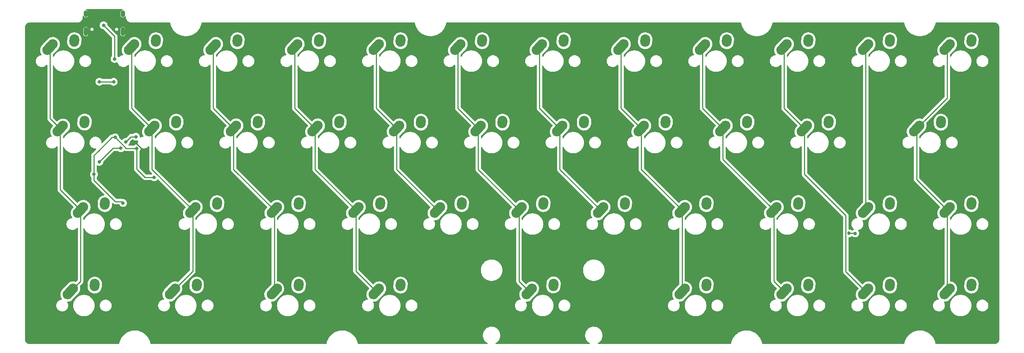
<source format=gtl>
%TF.GenerationSoftware,KiCad,Pcbnew,(5.99.0-10539-g7356f9568d)*%
%TF.CreationDate,2021-05-12T00:16:57+03:00*%
%TF.ProjectId,keyboard,6b657962-6f61-4726-942e-6b696361645f,rev?*%
%TF.SameCoordinates,Original*%
%TF.FileFunction,Copper,L1,Top*%
%TF.FilePolarity,Positive*%
%FSLAX46Y46*%
G04 Gerber Fmt 4.6, Leading zero omitted, Abs format (unit mm)*
G04 Created by KiCad (PCBNEW (5.99.0-10539-g7356f9568d)) date 2021-05-12 00:16:57*
%MOMM*%
%LPD*%
G01*
G04 APERTURE LIST*
G04 Aperture macros list*
%AMHorizOval*
0 Thick line with rounded ends*
0 $1 width*
0 $2 $3 position (X,Y) of the first rounded end (center of the circle)*
0 $4 $5 position (X,Y) of the second rounded end (center of the circle)*
0 Add line between two ends*
20,1,$1,$2,$3,$4,$5,0*
0 Add two circle primitives to create the rounded ends*
1,1,$1,$2,$3*
1,1,$1,$4,$5*%
G04 Aperture macros list end*
%TA.AperFunction,ComponentPad*%
%ADD10HorizOval,2.300000X0.647898X0.694786X-0.647898X-0.694786X0*%
%TD*%
%TA.AperFunction,ComponentPad*%
%ADD11HorizOval,2.300000X0.015701X0.299589X-0.015701X-0.299589X0*%
%TD*%
%TA.AperFunction,ComponentPad*%
%ADD12O,1.000000X1.600000*%
%TD*%
%TA.AperFunction,ComponentPad*%
%ADD13O,1.000000X2.100000*%
%TD*%
%TA.AperFunction,ViaPad*%
%ADD14C,0.800000*%
%TD*%
%TA.AperFunction,Conductor*%
%ADD15C,0.250000*%
%TD*%
G04 APERTURE END LIST*
D10*
X207193750Y-76125000D03*
D11*
X212868750Y-74575000D03*
D12*
X55120000Y-30187500D03*
X46480000Y-30187500D03*
D13*
X55120000Y-34367500D03*
X46480000Y-34367500D03*
D10*
X150043750Y-95150000D03*
D11*
X155718750Y-93600000D03*
D10*
X42862500Y-95150000D03*
D11*
X48562500Y-93650000D03*
D10*
X90487500Y-95150000D03*
D11*
X96187500Y-93650000D03*
D10*
X240531250Y-57050000D03*
D11*
X246206250Y-55550000D03*
D10*
X45268750Y-76100000D03*
D11*
X50943750Y-74600000D03*
D10*
X38125000Y-38000000D03*
D11*
X43800000Y-36500000D03*
D10*
X57175000Y-38000000D03*
D11*
X62850000Y-36500000D03*
D10*
X76225000Y-38000000D03*
D11*
X81900000Y-36500000D03*
D10*
X95275000Y-38000000D03*
D11*
X100950000Y-36500000D03*
D10*
X114325000Y-38000000D03*
D11*
X120000000Y-36500000D03*
D10*
X133375000Y-38000000D03*
D11*
X139050000Y-36500000D03*
D10*
X152425000Y-38000000D03*
D11*
X158100000Y-36500000D03*
D10*
X171475000Y-38000000D03*
D11*
X177150000Y-36500000D03*
D10*
X190525000Y-38000000D03*
D11*
X196200000Y-36500000D03*
D10*
X209575000Y-38000000D03*
D11*
X215250000Y-36500000D03*
D10*
X228625000Y-38000000D03*
D11*
X234300000Y-36500000D03*
D10*
X247675000Y-38000000D03*
D11*
X253350000Y-36500000D03*
D10*
X61937500Y-57050000D03*
D11*
X67612500Y-55550000D03*
D10*
X80987500Y-57050000D03*
D11*
X86662500Y-55550000D03*
D10*
X100037500Y-57050000D03*
D11*
X105712500Y-55550000D03*
D10*
X119087500Y-57050000D03*
D11*
X124762500Y-55550000D03*
D10*
X138137500Y-57050000D03*
D11*
X143812500Y-55550000D03*
D10*
X157187500Y-57050000D03*
D11*
X162862500Y-55550000D03*
D10*
X176237500Y-57050000D03*
D11*
X181912500Y-55550000D03*
D10*
X195287500Y-57050000D03*
D11*
X200962500Y-55550000D03*
D10*
X214337500Y-57050000D03*
D11*
X220012500Y-55550000D03*
D10*
X71462500Y-76100000D03*
D11*
X77137500Y-74600000D03*
D10*
X90512500Y-76100000D03*
D11*
X96187500Y-74600000D03*
D10*
X109562500Y-76100000D03*
D11*
X115237500Y-74600000D03*
D10*
X128612500Y-76100000D03*
D11*
X134287500Y-74600000D03*
D10*
X147662500Y-76100000D03*
D11*
X153337500Y-74600000D03*
D10*
X166712500Y-76100000D03*
D11*
X172387500Y-74600000D03*
D10*
X185762500Y-76100000D03*
D11*
X191437500Y-74600000D03*
D10*
X228625000Y-76100000D03*
D11*
X234300000Y-74600000D03*
D10*
X247675000Y-76100000D03*
D11*
X253350000Y-74600000D03*
D10*
X66700000Y-95150000D03*
D11*
X72375000Y-93650000D03*
D10*
X114325000Y-95150000D03*
D11*
X120000000Y-93650000D03*
D10*
X185762500Y-95150000D03*
D11*
X191437500Y-93650000D03*
D10*
X209575000Y-95150000D03*
D11*
X215250000Y-93650000D03*
D10*
X228625000Y-95150000D03*
D11*
X234300000Y-93650000D03*
D10*
X247675000Y-95150000D03*
D11*
X253350000Y-93650000D03*
D10*
X40506250Y-57075000D03*
D11*
X46181250Y-55525000D03*
D14*
X236340000Y-70680000D03*
X223320000Y-71580000D03*
X211740000Y-71020000D03*
X196930000Y-71690000D03*
X176750000Y-71970000D03*
X158800000Y-72750000D03*
X103960000Y-74080000D03*
X121000000Y-72750000D03*
X138220000Y-72230000D03*
X128540000Y-85940000D03*
X59960000Y-64870000D03*
X66070000Y-64270000D03*
X43760000Y-50840000D03*
X67720000Y-48670000D03*
X224745500Y-81530000D03*
X226194500Y-81560000D03*
X55171631Y-74459323D03*
X62450000Y-68450000D03*
X58180000Y-58950000D03*
X55830000Y-60160000D03*
X49640000Y-64840000D03*
X54670000Y-61650000D03*
X52994500Y-46110000D03*
X49640500Y-46100000D03*
X49910000Y-42170000D03*
X47730500Y-39980000D03*
X60330000Y-63210000D03*
X58290000Y-60290000D03*
X50640000Y-32890000D03*
X53210000Y-40770000D03*
X48390000Y-67740000D03*
X53340000Y-59100000D03*
X58360000Y-61660000D03*
D15*
X226164500Y-81530000D02*
X226194500Y-81560000D01*
X224745500Y-81530000D02*
X226164500Y-81530000D01*
X54832308Y-74120000D02*
X53390000Y-74120000D01*
X55171631Y-74459323D02*
X54832308Y-74120000D01*
X60340000Y-68450000D02*
X58460000Y-66570000D01*
X58460000Y-66570000D02*
X59030000Y-67140000D01*
X62450000Y-68450000D02*
X60340000Y-68450000D01*
X58360000Y-66470000D02*
X58460000Y-66570000D01*
X58360000Y-61660000D02*
X58360000Y-66470000D01*
X57040000Y-58950000D02*
X58180000Y-58950000D01*
X55830000Y-60160000D02*
X57040000Y-58950000D01*
X52830000Y-61650000D02*
X54670000Y-61650000D01*
X49640000Y-64840000D02*
X52830000Y-61650000D01*
X49640500Y-46100000D02*
X52984500Y-46100000D01*
X52984500Y-46100000D02*
X52994500Y-46110000D01*
X49910000Y-42170000D02*
X47730500Y-39990500D01*
X47730500Y-39990500D02*
X47730500Y-39980000D01*
X57175000Y-52287500D02*
X61937500Y-57050000D01*
X57175000Y-38000000D02*
X57175000Y-52287500D01*
X61937500Y-66575000D02*
X71462500Y-76100000D01*
X61937500Y-57050000D02*
X61937500Y-66575000D01*
X80987500Y-66575000D02*
X90512500Y-76100000D01*
X80987500Y-57050000D02*
X80987500Y-66575000D01*
X76225000Y-52287500D02*
X80987500Y-57050000D01*
X76225000Y-38000000D02*
X76225000Y-52287500D01*
X95275000Y-52287500D02*
X100037500Y-57050000D01*
X95275000Y-38000000D02*
X95275000Y-52287500D01*
X100037500Y-66575000D02*
X109562500Y-76100000D01*
X100037500Y-57050000D02*
X100037500Y-66575000D01*
X119087500Y-66575000D02*
X128612500Y-76100000D01*
X119087500Y-57050000D02*
X119087500Y-66575000D01*
X114325000Y-52287500D02*
X119087500Y-57050000D01*
X114325000Y-38000000D02*
X114325000Y-52287500D01*
X133375000Y-52287500D02*
X138137500Y-57050000D01*
X133375000Y-38000000D02*
X133375000Y-52287500D01*
X138137500Y-66575000D02*
X147662500Y-76100000D01*
X138137500Y-57050000D02*
X138137500Y-66575000D01*
X157187500Y-66575000D02*
X166712500Y-76100000D01*
X157187500Y-57050000D02*
X157187500Y-66575000D01*
X152425000Y-38000000D02*
X152425000Y-52287500D01*
X152425000Y-52287500D02*
X157187500Y-57050000D01*
X171475000Y-52287500D02*
X176237500Y-57050000D01*
X171475000Y-38000000D02*
X171475000Y-52287500D01*
X176237500Y-66575000D02*
X185762500Y-76100000D01*
X176237500Y-57050000D02*
X176237500Y-66575000D01*
X195287500Y-64218750D02*
X207193750Y-76125000D01*
X195287500Y-57050000D02*
X195287500Y-64218750D01*
X190525000Y-52287500D02*
X195287500Y-57050000D01*
X190525000Y-38000000D02*
X190525000Y-52287500D01*
X240531250Y-68956250D02*
X247675000Y-76100000D01*
X240531250Y-57050000D02*
X240531250Y-68956250D01*
X247675000Y-49906250D02*
X240531250Y-57050000D01*
X247675000Y-38000000D02*
X247675000Y-49906250D01*
X228625000Y-38000000D02*
X228625000Y-76100000D01*
X209575000Y-52287500D02*
X214337500Y-57050000D01*
X209575000Y-38000000D02*
X209575000Y-52287500D01*
X223990000Y-90470000D02*
X228625000Y-95105000D01*
X223990000Y-77370000D02*
X223990000Y-90470000D01*
X214337500Y-67717500D02*
X223990000Y-77370000D01*
X228625000Y-95105000D02*
X228625000Y-95150000D01*
X214337500Y-57050000D02*
X214337500Y-67717500D01*
X247675000Y-76100000D02*
X247675000Y-95150000D01*
X207193750Y-76125000D02*
X207193750Y-92768750D01*
X207193750Y-92768750D02*
X209575000Y-95150000D01*
X185762500Y-76100000D02*
X185762500Y-95150000D01*
X147662500Y-92768750D02*
X150043750Y-95150000D01*
X147662500Y-76100000D02*
X147662500Y-92768750D01*
X109562500Y-90387500D02*
X114325000Y-95150000D01*
X109562500Y-76100000D02*
X109562500Y-90387500D01*
X90512500Y-95125000D02*
X90487500Y-95150000D01*
X90512500Y-76100000D02*
X90512500Y-95125000D01*
X71462500Y-90387500D02*
X66700000Y-95150000D01*
X71462500Y-76100000D02*
X71462500Y-90387500D01*
X45268750Y-92743750D02*
X42862500Y-95150000D01*
X45268750Y-76100000D02*
X45268750Y-92743750D01*
X40506250Y-71337500D02*
X45268750Y-76100000D01*
X40506250Y-57075000D02*
X40506250Y-71337500D01*
X38125000Y-54693750D02*
X40506250Y-57075000D01*
X38125000Y-38000000D02*
X38125000Y-54693750D01*
X60330000Y-62557723D02*
X60330000Y-63210000D01*
X58290000Y-60517723D02*
X60330000Y-62557723D01*
X58290000Y-60290000D02*
X58290000Y-60517723D01*
X50640000Y-32890000D02*
X53210000Y-35460000D01*
X53210000Y-35460000D02*
X53210000Y-40770000D01*
X48390000Y-69120000D02*
X53390000Y-74120000D01*
X48390000Y-67740000D02*
X48390000Y-69120000D01*
X49340000Y-62340000D02*
X48390000Y-63290000D01*
X48390000Y-63290000D02*
X48390000Y-67740000D01*
X52580000Y-59100000D02*
X49340000Y-62340000D01*
X53340000Y-59100000D02*
X52580000Y-59100000D01*
X55900000Y-61660000D02*
X53340000Y-59100000D01*
X58360000Y-61660000D02*
X55900000Y-61660000D01*
%TA.AperFunction,Conductor*%
G36*
X54707734Y-29084896D02*
G01*
X54715899Y-29086329D01*
X54715904Y-29086329D01*
X54720694Y-29087170D01*
X54725555Y-29087264D01*
X54725559Y-29087264D01*
X54766119Y-29088044D01*
X54824321Y-29089165D01*
X54831746Y-29089529D01*
X54854107Y-29091289D01*
X54858353Y-29091623D01*
X54868175Y-29092785D01*
X54965516Y-29108203D01*
X55029668Y-29138616D01*
X55067195Y-29198885D01*
X55066181Y-29269874D01*
X55026948Y-29329046D01*
X54970707Y-29356166D01*
X54945739Y-29361200D01*
X54945736Y-29361201D01*
X54937315Y-29362899D01*
X54802969Y-29431352D01*
X54796647Y-29437165D01*
X54796646Y-29437166D01*
X54740020Y-29489236D01*
X54691980Y-29533411D01*
X54687452Y-29540714D01*
X54687451Y-29540715D01*
X54617051Y-29654258D01*
X54612525Y-29661558D01*
X54570459Y-29806351D01*
X54569500Y-29819411D01*
X54569500Y-30524001D01*
X54584963Y-30636885D01*
X54588375Y-30644769D01*
X54588375Y-30644770D01*
X54639211Y-30762244D01*
X54644845Y-30775264D01*
X54650253Y-30781942D01*
X54733504Y-30884748D01*
X54739734Y-30892442D01*
X54746736Y-30897418D01*
X54746738Y-30897420D01*
X54807005Y-30940249D01*
X54862639Y-30979786D01*
X55004505Y-31030861D01*
X55013065Y-31031490D01*
X55013067Y-31031490D01*
X55091878Y-31037277D01*
X55154880Y-31041904D01*
X55302685Y-31012101D01*
X55437031Y-30943648D01*
X55443872Y-30937358D01*
X55541693Y-30847407D01*
X55548020Y-30841589D01*
X55615165Y-30733296D01*
X55668060Y-30685942D01*
X55738161Y-30674703D01*
X55803211Y-30703147D01*
X55842556Y-30762244D01*
X55848250Y-30799694D01*
X55848250Y-30878301D01*
X55847246Y-30894179D01*
X55842379Y-30932494D01*
X55842516Y-30937358D01*
X55844011Y-30990550D01*
X55843797Y-31000235D01*
X55842110Y-31007979D01*
X55842737Y-31016930D01*
X55842737Y-31016931D01*
X55845921Y-31062382D01*
X55846179Y-31067643D01*
X55846941Y-31094721D01*
X55847702Y-31099143D01*
X55847971Y-31100706D01*
X55849486Y-31113253D01*
X55850121Y-31122321D01*
X55851201Y-31127053D01*
X55851202Y-31127059D01*
X55855731Y-31146899D01*
X55857066Y-31153577D01*
X55865861Y-31204705D01*
X55869803Y-31212766D01*
X55871364Y-31217597D01*
X55874309Y-31228302D01*
X55883223Y-31267354D01*
X55884700Y-31279905D01*
X55884963Y-31279865D01*
X55886323Y-31288739D01*
X55886412Y-31297715D01*
X55900272Y-31343435D01*
X55902530Y-31351946D01*
X55905064Y-31363047D01*
X55905067Y-31363056D01*
X55906064Y-31367425D01*
X55907672Y-31371611D01*
X55907672Y-31371613D01*
X55911459Y-31381475D01*
X55914414Y-31390086D01*
X55919665Y-31407408D01*
X55921777Y-31411794D01*
X55921780Y-31411801D01*
X55926070Y-31420709D01*
X55930173Y-31430208D01*
X55946070Y-31471607D01*
X55951513Y-31478749D01*
X55953353Y-31482048D01*
X55963880Y-31499221D01*
X55984212Y-31541441D01*
X55988443Y-31553343D01*
X55988691Y-31553245D01*
X55991992Y-31561594D01*
X55994076Y-31570329D01*
X56017763Y-31611819D01*
X56021855Y-31619608D01*
X56028747Y-31633919D01*
X56037156Y-31646450D01*
X56041938Y-31654165D01*
X56050905Y-31669872D01*
X56058477Y-31679367D01*
X56060100Y-31681402D01*
X56066211Y-31689745D01*
X56090934Y-31726587D01*
X56097828Y-31732338D01*
X56100362Y-31735151D01*
X56114439Y-31749542D01*
X56143660Y-31786184D01*
X56150434Y-31796846D01*
X56150653Y-31796696D01*
X56155729Y-31804101D01*
X56159703Y-31812150D01*
X56192034Y-31847335D01*
X56197745Y-31854004D01*
X56207654Y-31866430D01*
X56218629Y-31876764D01*
X56225018Y-31883232D01*
X56233965Y-31892970D01*
X56233970Y-31892975D01*
X56237257Y-31896552D01*
X56241056Y-31899582D01*
X56241066Y-31899591D01*
X56248791Y-31905751D01*
X56256608Y-31912527D01*
X56288902Y-31942936D01*
X56296901Y-31947008D01*
X56300011Y-31949196D01*
X56316923Y-31960084D01*
X56353570Y-31989308D01*
X56362543Y-31998194D01*
X56362724Y-31997998D01*
X56369321Y-32004088D01*
X56374987Y-32011052D01*
X56389732Y-32021210D01*
X56414320Y-32038150D01*
X56421392Y-32043396D01*
X56430310Y-32050507D01*
X56433815Y-32053302D01*
X56437678Y-32055570D01*
X56437682Y-32055573D01*
X56446810Y-32060933D01*
X56454492Y-32065825D01*
X56469378Y-32076081D01*
X56473761Y-32078192D01*
X56473765Y-32078194D01*
X56482674Y-32082484D01*
X56491805Y-32087353D01*
X56518056Y-32102767D01*
X56530050Y-32109810D01*
X56538759Y-32112001D01*
X56542260Y-32113435D01*
X56561186Y-32120293D01*
X56603418Y-32140631D01*
X56614146Y-32147299D01*
X56614279Y-32147068D01*
X56622058Y-32151533D01*
X56629134Y-32157063D01*
X56637475Y-32160383D01*
X56637476Y-32160384D01*
X56673524Y-32174734D01*
X56681591Y-32178277D01*
X56691848Y-32183216D01*
X56695889Y-32185162D01*
X56700162Y-32186514D01*
X56700163Y-32186515D01*
X56710247Y-32189707D01*
X56718802Y-32192759D01*
X56735629Y-32199457D01*
X56750012Y-32202740D01*
X56759993Y-32205454D01*
X56785529Y-32213536D01*
X56802285Y-32218840D01*
X56811261Y-32219038D01*
X56815001Y-32219658D01*
X56834976Y-32222132D01*
X56879141Y-32232213D01*
X56888459Y-32234839D01*
X56895534Y-32238406D01*
X56904355Y-32240035D01*
X56904356Y-32240035D01*
X56949170Y-32248309D01*
X56954329Y-32249374D01*
X56971975Y-32253401D01*
X56980733Y-32255400D01*
X56986778Y-32255898D01*
X56999310Y-32257566D01*
X57008252Y-32259217D01*
X57013115Y-32259354D01*
X57013118Y-32259354D01*
X57027200Y-32259750D01*
X57033452Y-32259925D01*
X57040244Y-32260300D01*
X57091955Y-32264558D01*
X57100748Y-32262754D01*
X57105808Y-32262450D01*
X57116913Y-32262273D01*
X57155426Y-32263356D01*
X57170479Y-32263779D01*
X57174927Y-32263269D01*
X57174929Y-32263269D01*
X57213738Y-32258820D01*
X57228088Y-32258000D01*
X66085442Y-32258000D01*
X66153563Y-32278002D01*
X66200056Y-32331658D01*
X66208232Y-32359278D01*
X66208756Y-32359158D01*
X66209643Y-32363043D01*
X66210693Y-32368120D01*
X66211027Y-32369923D01*
X66211530Y-32374383D01*
X66212658Y-32378719D01*
X66212660Y-32378731D01*
X66216784Y-32394585D01*
X66217681Y-32398256D01*
X66237620Y-32485619D01*
X66294762Y-32735980D01*
X66295836Y-32741188D01*
X66299859Y-32763031D01*
X66301470Y-32767634D01*
X66301552Y-32767944D01*
X66302784Y-32771714D01*
X66303322Y-32773482D01*
X66304316Y-32777836D01*
X66305919Y-32782010D01*
X66311795Y-32797311D01*
X66313098Y-32800864D01*
X66410747Y-33079927D01*
X66427510Y-33127834D01*
X66429162Y-33132895D01*
X66434192Y-33149489D01*
X66434195Y-33149497D01*
X66435606Y-33154151D01*
X66437718Y-33158537D01*
X66437836Y-33158839D01*
X66439488Y-33162455D01*
X66440207Y-33164119D01*
X66441692Y-33168364D01*
X66451300Y-33186870D01*
X66452994Y-33190257D01*
X66603302Y-33502377D01*
X66605510Y-33507221D01*
X66612364Y-33523142D01*
X66612367Y-33523148D01*
X66614289Y-33527612D01*
X66616876Y-33531729D01*
X66617023Y-33532009D01*
X66619078Y-33535434D01*
X66619983Y-33537014D01*
X66621929Y-33541056D01*
X66624431Y-33544784D01*
X66633554Y-33558379D01*
X66635609Y-33561543D01*
X66816127Y-33848835D01*
X66819920Y-33854871D01*
X66822646Y-33859420D01*
X66833664Y-33878720D01*
X66836699Y-33882525D01*
X66836879Y-33882791D01*
X66839296Y-33885953D01*
X66840377Y-33887429D01*
X66842760Y-33891222D01*
X66845657Y-33894639D01*
X66856247Y-33907130D01*
X66858650Y-33910052D01*
X67074640Y-34180894D01*
X67077870Y-34185125D01*
X67080461Y-34188671D01*
X67090971Y-34203057D01*
X67094418Y-34206504D01*
X67094627Y-34206748D01*
X67097379Y-34209614D01*
X67098609Y-34210950D01*
X67101411Y-34214463D01*
X67104678Y-34217539D01*
X67116611Y-34228776D01*
X67119327Y-34231413D01*
X67364260Y-34476346D01*
X67367945Y-34480189D01*
X67382974Y-34496545D01*
X67386783Y-34499582D01*
X67387013Y-34499797D01*
X67390071Y-34502341D01*
X67391455Y-34503541D01*
X67394625Y-34506711D01*
X67398209Y-34509397D01*
X67398217Y-34509404D01*
X67411329Y-34519231D01*
X67414324Y-34521546D01*
X67417025Y-34523700D01*
X67613933Y-34680728D01*
X67685159Y-34737529D01*
X67689221Y-34740911D01*
X67706003Y-34755496D01*
X67710122Y-34758084D01*
X67710371Y-34758269D01*
X67713713Y-34760466D01*
X67715212Y-34761496D01*
X67718718Y-34764292D01*
X67722582Y-34766561D01*
X67722588Y-34766565D01*
X67736700Y-34774851D01*
X67739926Y-34776811D01*
X67943657Y-34904823D01*
X68033258Y-34961123D01*
X68037708Y-34964052D01*
X68051987Y-34973890D01*
X68051992Y-34973893D01*
X68055991Y-34976648D01*
X68060371Y-34978757D01*
X68060651Y-34978920D01*
X68064184Y-34980712D01*
X68065826Y-34981588D01*
X68069613Y-34983967D01*
X68073696Y-34985784D01*
X68073701Y-34985787D01*
X68088685Y-34992456D01*
X68092117Y-34994046D01*
X68404214Y-35144344D01*
X68408960Y-35146754D01*
X68413948Y-35149421D01*
X68428542Y-35157225D01*
X68433141Y-35158834D01*
X68433427Y-35158960D01*
X68437148Y-35160348D01*
X68438845Y-35161021D01*
X68442896Y-35162972D01*
X68462798Y-35169272D01*
X68466381Y-35170466D01*
X68569137Y-35206422D01*
X68793344Y-35284876D01*
X68798329Y-35286739D01*
X68818969Y-35294955D01*
X68823706Y-35296037D01*
X68824010Y-35296131D01*
X68827867Y-35297095D01*
X68829646Y-35297579D01*
X68833875Y-35299058D01*
X68854388Y-35303096D01*
X68857997Y-35303863D01*
X69092371Y-35357357D01*
X69195786Y-35380961D01*
X69200946Y-35382254D01*
X69217669Y-35386822D01*
X69217674Y-35386823D01*
X69222360Y-35388103D01*
X69227191Y-35388647D01*
X69227503Y-35388707D01*
X69231449Y-35389234D01*
X69233266Y-35389515D01*
X69237634Y-35390512D01*
X69242093Y-35390879D01*
X69242098Y-35390880D01*
X69258431Y-35392225D01*
X69262194Y-35392592D01*
X69606419Y-35431376D01*
X69611696Y-35432084D01*
X69628826Y-35434751D01*
X69628831Y-35434751D01*
X69633645Y-35435501D01*
X69638513Y-35435501D01*
X69638836Y-35435526D01*
X69642810Y-35435607D01*
X69644636Y-35435682D01*
X69649092Y-35436184D01*
X69669924Y-35435558D01*
X69673709Y-35435501D01*
X70020143Y-35435501D01*
X70025466Y-35435613D01*
X70042792Y-35436346D01*
X70042798Y-35436346D01*
X70047651Y-35436551D01*
X70052483Y-35436007D01*
X70052814Y-35435995D01*
X70056761Y-35435632D01*
X70058599Y-35435501D01*
X70063077Y-35435501D01*
X70083764Y-35432538D01*
X70087450Y-35432066D01*
X70366696Y-35400603D01*
X70431722Y-35393277D01*
X70437021Y-35392793D01*
X70454321Y-35391581D01*
X70454324Y-35391581D01*
X70459170Y-35391241D01*
X70463907Y-35390160D01*
X70464224Y-35390113D01*
X70468120Y-35389307D01*
X70469923Y-35388973D01*
X70474383Y-35388470D01*
X70478719Y-35387342D01*
X70478731Y-35387340D01*
X70494585Y-35383216D01*
X70498256Y-35382319D01*
X70628906Y-35352500D01*
X70835980Y-35305238D01*
X70841190Y-35304164D01*
X70842775Y-35303872D01*
X70863031Y-35300141D01*
X70867634Y-35298530D01*
X70867944Y-35298448D01*
X70871714Y-35297216D01*
X70873482Y-35296678D01*
X70877836Y-35295684D01*
X70897314Y-35288204D01*
X70900867Y-35286901D01*
X70901330Y-35286739D01*
X71227842Y-35172487D01*
X71232895Y-35170838D01*
X71249489Y-35165808D01*
X71249497Y-35165805D01*
X71254151Y-35164394D01*
X71258537Y-35162282D01*
X71258839Y-35162164D01*
X71262455Y-35160512D01*
X71264119Y-35159793D01*
X71268364Y-35158308D01*
X71286887Y-35148692D01*
X71290257Y-35147006D01*
X71602377Y-34996698D01*
X71607221Y-34994490D01*
X71623142Y-34987636D01*
X71623148Y-34987633D01*
X71627612Y-34985711D01*
X71631729Y-34983124D01*
X71632009Y-34982977D01*
X71635434Y-34980922D01*
X71637014Y-34980017D01*
X71641056Y-34978071D01*
X71658379Y-34966446D01*
X71661555Y-34964383D01*
X71664481Y-34962545D01*
X71954877Y-34780076D01*
X71959420Y-34777354D01*
X71978720Y-34766336D01*
X71982525Y-34763301D01*
X71982791Y-34763121D01*
X71985953Y-34760704D01*
X71987429Y-34759623D01*
X71991222Y-34757240D01*
X72007130Y-34743753D01*
X72010052Y-34741350D01*
X72280894Y-34525360D01*
X72285125Y-34522130D01*
X72299120Y-34511905D01*
X72303057Y-34509029D01*
X72306504Y-34505582D01*
X72306748Y-34505373D01*
X72309614Y-34502621D01*
X72310950Y-34501391D01*
X72314463Y-34498589D01*
X72328776Y-34483389D01*
X72331413Y-34480673D01*
X72576346Y-34235740D01*
X72580189Y-34232055D01*
X72592959Y-34220321D01*
X72596545Y-34217026D01*
X72599582Y-34213217D01*
X72599797Y-34212987D01*
X72602341Y-34209929D01*
X72603541Y-34208545D01*
X72606711Y-34205375D01*
X72609397Y-34201791D01*
X72609404Y-34201783D01*
X72619231Y-34188671D01*
X72621546Y-34185676D01*
X72716730Y-34066319D01*
X72837535Y-33914834D01*
X72840911Y-33910779D01*
X72855496Y-33893997D01*
X72858084Y-33889878D01*
X72858269Y-33889629D01*
X72860466Y-33886287D01*
X72861496Y-33884788D01*
X72864292Y-33881282D01*
X72866561Y-33877418D01*
X72866565Y-33877412D01*
X72874851Y-33863300D01*
X72876818Y-33860062D01*
X72883873Y-33848835D01*
X73061124Y-33566740D01*
X73064052Y-33562292D01*
X73073890Y-33548013D01*
X73073893Y-33548008D01*
X73076648Y-33544009D01*
X73078757Y-33539629D01*
X73078920Y-33539349D01*
X73080712Y-33535816D01*
X73081588Y-33534174D01*
X73083967Y-33530387D01*
X73086392Y-33524940D01*
X73092456Y-33511315D01*
X73094046Y-33507883D01*
X73244344Y-33195786D01*
X73246754Y-33191040D01*
X73254929Y-33175751D01*
X73257225Y-33171458D01*
X73258834Y-33166859D01*
X73258960Y-33166573D01*
X73260348Y-33162852D01*
X73261021Y-33161155D01*
X73262972Y-33157104D01*
X73269274Y-33137196D01*
X73270468Y-33133613D01*
X73286971Y-33086452D01*
X73384876Y-32806656D01*
X73386739Y-32801671D01*
X73393157Y-32785548D01*
X73393157Y-32785547D01*
X73394955Y-32781031D01*
X73396037Y-32776294D01*
X73396131Y-32775990D01*
X73397095Y-32772133D01*
X73397579Y-32770354D01*
X73399058Y-32766125D01*
X73403096Y-32745612D01*
X73403863Y-32742003D01*
X73475184Y-32429524D01*
X73480961Y-32404214D01*
X73482254Y-32399054D01*
X73486822Y-32382331D01*
X73486823Y-32382326D01*
X73488103Y-32377640D01*
X73488647Y-32372814D01*
X73488707Y-32372499D01*
X73489233Y-32368555D01*
X73489513Y-32366741D01*
X73490103Y-32364156D01*
X73519988Y-32300494D01*
X73580113Y-32262738D01*
X73614342Y-32258000D01*
X123235442Y-32258000D01*
X123303563Y-32278002D01*
X123350056Y-32331658D01*
X123358232Y-32359278D01*
X123358756Y-32359158D01*
X123359643Y-32363043D01*
X123360693Y-32368120D01*
X123361027Y-32369923D01*
X123361530Y-32374383D01*
X123362658Y-32378719D01*
X123362660Y-32378731D01*
X123366784Y-32394585D01*
X123367681Y-32398256D01*
X123387620Y-32485619D01*
X123444762Y-32735980D01*
X123445836Y-32741188D01*
X123449859Y-32763031D01*
X123451470Y-32767634D01*
X123451552Y-32767944D01*
X123452784Y-32771714D01*
X123453322Y-32773482D01*
X123454316Y-32777836D01*
X123455919Y-32782010D01*
X123461795Y-32797311D01*
X123463098Y-32800864D01*
X123560747Y-33079927D01*
X123577510Y-33127834D01*
X123579162Y-33132895D01*
X123584192Y-33149489D01*
X123584195Y-33149497D01*
X123585606Y-33154151D01*
X123587718Y-33158537D01*
X123587836Y-33158839D01*
X123589488Y-33162455D01*
X123590207Y-33164119D01*
X123591692Y-33168364D01*
X123601300Y-33186870D01*
X123602994Y-33190257D01*
X123753302Y-33502377D01*
X123755510Y-33507221D01*
X123762364Y-33523142D01*
X123762367Y-33523148D01*
X123764289Y-33527612D01*
X123766876Y-33531729D01*
X123767023Y-33532009D01*
X123769078Y-33535434D01*
X123769983Y-33537014D01*
X123771929Y-33541056D01*
X123774431Y-33544784D01*
X123783554Y-33558379D01*
X123785609Y-33561543D01*
X123966127Y-33848835D01*
X123969920Y-33854871D01*
X123972646Y-33859420D01*
X123983664Y-33878720D01*
X123986699Y-33882525D01*
X123986879Y-33882791D01*
X123989296Y-33885953D01*
X123990377Y-33887429D01*
X123992760Y-33891222D01*
X123995657Y-33894639D01*
X124006247Y-33907130D01*
X124008650Y-33910052D01*
X124224640Y-34180894D01*
X124227870Y-34185125D01*
X124230461Y-34188671D01*
X124240971Y-34203057D01*
X124244418Y-34206504D01*
X124244627Y-34206748D01*
X124247379Y-34209614D01*
X124248609Y-34210950D01*
X124251411Y-34214463D01*
X124254678Y-34217539D01*
X124266611Y-34228776D01*
X124269327Y-34231413D01*
X124514260Y-34476346D01*
X124517945Y-34480189D01*
X124532974Y-34496545D01*
X124536783Y-34499582D01*
X124537013Y-34499797D01*
X124540071Y-34502341D01*
X124541455Y-34503541D01*
X124544625Y-34506711D01*
X124548209Y-34509397D01*
X124548217Y-34509404D01*
X124561329Y-34519231D01*
X124564324Y-34521546D01*
X124567025Y-34523700D01*
X124763933Y-34680728D01*
X124835159Y-34737529D01*
X124839221Y-34740911D01*
X124856003Y-34755496D01*
X124860122Y-34758084D01*
X124860371Y-34758269D01*
X124863713Y-34760466D01*
X124865212Y-34761496D01*
X124868718Y-34764292D01*
X124872582Y-34766561D01*
X124872588Y-34766565D01*
X124886700Y-34774851D01*
X124889926Y-34776811D01*
X125093657Y-34904823D01*
X125183258Y-34961123D01*
X125187708Y-34964052D01*
X125201987Y-34973890D01*
X125201992Y-34973893D01*
X125205991Y-34976648D01*
X125210371Y-34978757D01*
X125210651Y-34978920D01*
X125214184Y-34980712D01*
X125215826Y-34981588D01*
X125219613Y-34983967D01*
X125223696Y-34985784D01*
X125223701Y-34985787D01*
X125238685Y-34992456D01*
X125242117Y-34994046D01*
X125554214Y-35144344D01*
X125558960Y-35146754D01*
X125563948Y-35149421D01*
X125578542Y-35157225D01*
X125583141Y-35158834D01*
X125583427Y-35158960D01*
X125587148Y-35160348D01*
X125588845Y-35161021D01*
X125592896Y-35162972D01*
X125612798Y-35169272D01*
X125616381Y-35170466D01*
X125719137Y-35206422D01*
X125943344Y-35284876D01*
X125948329Y-35286739D01*
X125968969Y-35294955D01*
X125973706Y-35296037D01*
X125974010Y-35296131D01*
X125977867Y-35297095D01*
X125979646Y-35297579D01*
X125983875Y-35299058D01*
X126004388Y-35303096D01*
X126007997Y-35303863D01*
X126242371Y-35357357D01*
X126345786Y-35380961D01*
X126350946Y-35382254D01*
X126367669Y-35386822D01*
X126367674Y-35386823D01*
X126372360Y-35388103D01*
X126377191Y-35388647D01*
X126377503Y-35388707D01*
X126381449Y-35389234D01*
X126383266Y-35389515D01*
X126387634Y-35390512D01*
X126392093Y-35390879D01*
X126392098Y-35390880D01*
X126408431Y-35392225D01*
X126412194Y-35392592D01*
X126756419Y-35431376D01*
X126761696Y-35432084D01*
X126778826Y-35434751D01*
X126778831Y-35434751D01*
X126783645Y-35435501D01*
X126788513Y-35435501D01*
X126788836Y-35435526D01*
X126792810Y-35435607D01*
X126794636Y-35435682D01*
X126799092Y-35436184D01*
X126819924Y-35435558D01*
X126823709Y-35435501D01*
X127170143Y-35435501D01*
X127175466Y-35435613D01*
X127192792Y-35436346D01*
X127192798Y-35436346D01*
X127197651Y-35436551D01*
X127202483Y-35436007D01*
X127202814Y-35435995D01*
X127206761Y-35435632D01*
X127208599Y-35435501D01*
X127213077Y-35435501D01*
X127233764Y-35432538D01*
X127237450Y-35432066D01*
X127516696Y-35400603D01*
X127581722Y-35393277D01*
X127587021Y-35392793D01*
X127604321Y-35391581D01*
X127604324Y-35391581D01*
X127609170Y-35391241D01*
X127613907Y-35390160D01*
X127614224Y-35390113D01*
X127618120Y-35389307D01*
X127619923Y-35388973D01*
X127624383Y-35388470D01*
X127628719Y-35387342D01*
X127628731Y-35387340D01*
X127644585Y-35383216D01*
X127648256Y-35382319D01*
X127778906Y-35352500D01*
X127985980Y-35305238D01*
X127991190Y-35304164D01*
X127992775Y-35303872D01*
X128013031Y-35300141D01*
X128017634Y-35298530D01*
X128017944Y-35298448D01*
X128021714Y-35297216D01*
X128023482Y-35296678D01*
X128027836Y-35295684D01*
X128047314Y-35288204D01*
X128050867Y-35286901D01*
X128051330Y-35286739D01*
X128377842Y-35172487D01*
X128382895Y-35170838D01*
X128399489Y-35165808D01*
X128399497Y-35165805D01*
X128404151Y-35164394D01*
X128408537Y-35162282D01*
X128408839Y-35162164D01*
X128412455Y-35160512D01*
X128414119Y-35159793D01*
X128418364Y-35158308D01*
X128436887Y-35148692D01*
X128440257Y-35147006D01*
X128752377Y-34996698D01*
X128757221Y-34994490D01*
X128773142Y-34987636D01*
X128773148Y-34987633D01*
X128777612Y-34985711D01*
X128781729Y-34983124D01*
X128782009Y-34982977D01*
X128785434Y-34980922D01*
X128787014Y-34980017D01*
X128791056Y-34978071D01*
X128808379Y-34966446D01*
X128811555Y-34964383D01*
X128814481Y-34962545D01*
X129104877Y-34780076D01*
X129109420Y-34777354D01*
X129128720Y-34766336D01*
X129132525Y-34763301D01*
X129132791Y-34763121D01*
X129135953Y-34760704D01*
X129137429Y-34759623D01*
X129141222Y-34757240D01*
X129157130Y-34743753D01*
X129160052Y-34741350D01*
X129430894Y-34525360D01*
X129435125Y-34522130D01*
X129449120Y-34511905D01*
X129453057Y-34509029D01*
X129456504Y-34505582D01*
X129456748Y-34505373D01*
X129459614Y-34502621D01*
X129460950Y-34501391D01*
X129464463Y-34498589D01*
X129478776Y-34483389D01*
X129481413Y-34480673D01*
X129726346Y-34235740D01*
X129730189Y-34232055D01*
X129742959Y-34220321D01*
X129746545Y-34217026D01*
X129749582Y-34213217D01*
X129749797Y-34212987D01*
X129752341Y-34209929D01*
X129753541Y-34208545D01*
X129756711Y-34205375D01*
X129759397Y-34201791D01*
X129759404Y-34201783D01*
X129769231Y-34188671D01*
X129771546Y-34185676D01*
X129866730Y-34066319D01*
X129987535Y-33914834D01*
X129990911Y-33910779D01*
X130005496Y-33893997D01*
X130008084Y-33889878D01*
X130008269Y-33889629D01*
X130010466Y-33886287D01*
X130011496Y-33884788D01*
X130014292Y-33881282D01*
X130016561Y-33877418D01*
X130016565Y-33877412D01*
X130024851Y-33863300D01*
X130026818Y-33860062D01*
X130033873Y-33848835D01*
X130211124Y-33566740D01*
X130214052Y-33562292D01*
X130223890Y-33548013D01*
X130223893Y-33548008D01*
X130226648Y-33544009D01*
X130228757Y-33539629D01*
X130228920Y-33539349D01*
X130230712Y-33535816D01*
X130231588Y-33534174D01*
X130233967Y-33530387D01*
X130236392Y-33524940D01*
X130242456Y-33511315D01*
X130244046Y-33507883D01*
X130394344Y-33195786D01*
X130396754Y-33191040D01*
X130404929Y-33175751D01*
X130407225Y-33171458D01*
X130408834Y-33166859D01*
X130408960Y-33166573D01*
X130410348Y-33162852D01*
X130411021Y-33161155D01*
X130412972Y-33157104D01*
X130419274Y-33137196D01*
X130420468Y-33133613D01*
X130436971Y-33086452D01*
X130534876Y-32806656D01*
X130536739Y-32801671D01*
X130543157Y-32785548D01*
X130543157Y-32785547D01*
X130544955Y-32781031D01*
X130546037Y-32776294D01*
X130546131Y-32775990D01*
X130547095Y-32772133D01*
X130547579Y-32770354D01*
X130549058Y-32766125D01*
X130553096Y-32745612D01*
X130553863Y-32742003D01*
X130625184Y-32429524D01*
X130630961Y-32404214D01*
X130632254Y-32399054D01*
X130636822Y-32382331D01*
X130636823Y-32382326D01*
X130638103Y-32377640D01*
X130638647Y-32372814D01*
X130638707Y-32372499D01*
X130639233Y-32368555D01*
X130639513Y-32366741D01*
X130640103Y-32364156D01*
X130669988Y-32300494D01*
X130730113Y-32262738D01*
X130764342Y-32258000D01*
X199435442Y-32258000D01*
X199503563Y-32278002D01*
X199550056Y-32331658D01*
X199558232Y-32359278D01*
X199558756Y-32359158D01*
X199559643Y-32363043D01*
X199560693Y-32368120D01*
X199561027Y-32369923D01*
X199561530Y-32374383D01*
X199562658Y-32378719D01*
X199562660Y-32378731D01*
X199566784Y-32394585D01*
X199567681Y-32398256D01*
X199587620Y-32485619D01*
X199644762Y-32735980D01*
X199645836Y-32741188D01*
X199649859Y-32763031D01*
X199651470Y-32767634D01*
X199651552Y-32767944D01*
X199652784Y-32771714D01*
X199653322Y-32773482D01*
X199654316Y-32777836D01*
X199655919Y-32782010D01*
X199661795Y-32797311D01*
X199663098Y-32800864D01*
X199760747Y-33079927D01*
X199777510Y-33127834D01*
X199779162Y-33132895D01*
X199784192Y-33149489D01*
X199784195Y-33149497D01*
X199785606Y-33154151D01*
X199787718Y-33158537D01*
X199787836Y-33158839D01*
X199789488Y-33162455D01*
X199790207Y-33164119D01*
X199791692Y-33168364D01*
X199801300Y-33186870D01*
X199802994Y-33190257D01*
X199953302Y-33502377D01*
X199955510Y-33507221D01*
X199962364Y-33523142D01*
X199962367Y-33523148D01*
X199964289Y-33527612D01*
X199966876Y-33531729D01*
X199967023Y-33532009D01*
X199969078Y-33535434D01*
X199969983Y-33537014D01*
X199971929Y-33541056D01*
X199974431Y-33544784D01*
X199983554Y-33558379D01*
X199985609Y-33561543D01*
X200166127Y-33848835D01*
X200169920Y-33854871D01*
X200172646Y-33859420D01*
X200183664Y-33878720D01*
X200186699Y-33882525D01*
X200186879Y-33882791D01*
X200189296Y-33885953D01*
X200190377Y-33887429D01*
X200192760Y-33891222D01*
X200195657Y-33894639D01*
X200206247Y-33907130D01*
X200208650Y-33910052D01*
X200424640Y-34180894D01*
X200427870Y-34185125D01*
X200430461Y-34188671D01*
X200440971Y-34203057D01*
X200444418Y-34206504D01*
X200444627Y-34206748D01*
X200447379Y-34209614D01*
X200448609Y-34210950D01*
X200451411Y-34214463D01*
X200454678Y-34217539D01*
X200466611Y-34228776D01*
X200469327Y-34231413D01*
X200714260Y-34476346D01*
X200717945Y-34480189D01*
X200732974Y-34496545D01*
X200736783Y-34499582D01*
X200737013Y-34499797D01*
X200740071Y-34502341D01*
X200741455Y-34503541D01*
X200744625Y-34506711D01*
X200748209Y-34509397D01*
X200748217Y-34509404D01*
X200761329Y-34519231D01*
X200764324Y-34521546D01*
X200767025Y-34523700D01*
X200963933Y-34680728D01*
X201035159Y-34737529D01*
X201039221Y-34740911D01*
X201056003Y-34755496D01*
X201060122Y-34758084D01*
X201060371Y-34758269D01*
X201063713Y-34760466D01*
X201065212Y-34761496D01*
X201068718Y-34764292D01*
X201072582Y-34766561D01*
X201072588Y-34766565D01*
X201086700Y-34774851D01*
X201089926Y-34776811D01*
X201293657Y-34904823D01*
X201383258Y-34961123D01*
X201387708Y-34964052D01*
X201401987Y-34973890D01*
X201401992Y-34973893D01*
X201405991Y-34976648D01*
X201410371Y-34978757D01*
X201410651Y-34978920D01*
X201414184Y-34980712D01*
X201415826Y-34981588D01*
X201419613Y-34983967D01*
X201423696Y-34985784D01*
X201423701Y-34985787D01*
X201438685Y-34992456D01*
X201442117Y-34994046D01*
X201754214Y-35144344D01*
X201758960Y-35146754D01*
X201763948Y-35149421D01*
X201778542Y-35157225D01*
X201783141Y-35158834D01*
X201783427Y-35158960D01*
X201787148Y-35160348D01*
X201788845Y-35161021D01*
X201792896Y-35162972D01*
X201812798Y-35169272D01*
X201816381Y-35170466D01*
X201919137Y-35206422D01*
X202143344Y-35284876D01*
X202148329Y-35286739D01*
X202168969Y-35294955D01*
X202173706Y-35296037D01*
X202174010Y-35296131D01*
X202177867Y-35297095D01*
X202179646Y-35297579D01*
X202183875Y-35299058D01*
X202204388Y-35303096D01*
X202207997Y-35303863D01*
X202442371Y-35357357D01*
X202545786Y-35380961D01*
X202550946Y-35382254D01*
X202567669Y-35386822D01*
X202567674Y-35386823D01*
X202572360Y-35388103D01*
X202577191Y-35388647D01*
X202577503Y-35388707D01*
X202581449Y-35389234D01*
X202583266Y-35389515D01*
X202587634Y-35390512D01*
X202592093Y-35390879D01*
X202592098Y-35390880D01*
X202608431Y-35392225D01*
X202612194Y-35392592D01*
X202956419Y-35431376D01*
X202961696Y-35432084D01*
X202978826Y-35434751D01*
X202978831Y-35434751D01*
X202983645Y-35435501D01*
X202988513Y-35435501D01*
X202988836Y-35435526D01*
X202992810Y-35435607D01*
X202994636Y-35435682D01*
X202999092Y-35436184D01*
X203019924Y-35435558D01*
X203023709Y-35435501D01*
X203370143Y-35435501D01*
X203375466Y-35435613D01*
X203392792Y-35436346D01*
X203392798Y-35436346D01*
X203397651Y-35436551D01*
X203402483Y-35436007D01*
X203402814Y-35435995D01*
X203406761Y-35435632D01*
X203408599Y-35435501D01*
X203413077Y-35435501D01*
X203433764Y-35432538D01*
X203437450Y-35432066D01*
X203716696Y-35400603D01*
X203781722Y-35393277D01*
X203787021Y-35392793D01*
X203804321Y-35391581D01*
X203804324Y-35391581D01*
X203809170Y-35391241D01*
X203813907Y-35390160D01*
X203814224Y-35390113D01*
X203818120Y-35389307D01*
X203819923Y-35388973D01*
X203824383Y-35388470D01*
X203828719Y-35387342D01*
X203828731Y-35387340D01*
X203844585Y-35383216D01*
X203848256Y-35382319D01*
X203978906Y-35352500D01*
X204185980Y-35305238D01*
X204191190Y-35304164D01*
X204192775Y-35303872D01*
X204213031Y-35300141D01*
X204217634Y-35298530D01*
X204217944Y-35298448D01*
X204221714Y-35297216D01*
X204223482Y-35296678D01*
X204227836Y-35295684D01*
X204247314Y-35288204D01*
X204250867Y-35286901D01*
X204251330Y-35286739D01*
X204577842Y-35172487D01*
X204582895Y-35170838D01*
X204599489Y-35165808D01*
X204599497Y-35165805D01*
X204604151Y-35164394D01*
X204608537Y-35162282D01*
X204608839Y-35162164D01*
X204612455Y-35160512D01*
X204614119Y-35159793D01*
X204618364Y-35158308D01*
X204636887Y-35148692D01*
X204640257Y-35147006D01*
X204952377Y-34996698D01*
X204957221Y-34994490D01*
X204973142Y-34987636D01*
X204973148Y-34987633D01*
X204977612Y-34985711D01*
X204981729Y-34983124D01*
X204982009Y-34982977D01*
X204985434Y-34980922D01*
X204987014Y-34980017D01*
X204991056Y-34978071D01*
X205008379Y-34966446D01*
X205011555Y-34964383D01*
X205014481Y-34962545D01*
X205304877Y-34780076D01*
X205309420Y-34777354D01*
X205328720Y-34766336D01*
X205332525Y-34763301D01*
X205332791Y-34763121D01*
X205335953Y-34760704D01*
X205337429Y-34759623D01*
X205341222Y-34757240D01*
X205357130Y-34743753D01*
X205360052Y-34741350D01*
X205630894Y-34525360D01*
X205635125Y-34522130D01*
X205649120Y-34511905D01*
X205653057Y-34509029D01*
X205656504Y-34505582D01*
X205656748Y-34505373D01*
X205659614Y-34502621D01*
X205660950Y-34501391D01*
X205664463Y-34498589D01*
X205678776Y-34483389D01*
X205681413Y-34480673D01*
X205926346Y-34235740D01*
X205930189Y-34232055D01*
X205942959Y-34220321D01*
X205946545Y-34217026D01*
X205949582Y-34213217D01*
X205949797Y-34212987D01*
X205952341Y-34209929D01*
X205953541Y-34208545D01*
X205956711Y-34205375D01*
X205959397Y-34201791D01*
X205959404Y-34201783D01*
X205969231Y-34188671D01*
X205971546Y-34185676D01*
X206066730Y-34066319D01*
X206187535Y-33914834D01*
X206190911Y-33910779D01*
X206205496Y-33893997D01*
X206208084Y-33889878D01*
X206208269Y-33889629D01*
X206210466Y-33886287D01*
X206211496Y-33884788D01*
X206214292Y-33881282D01*
X206216561Y-33877418D01*
X206216565Y-33877412D01*
X206224851Y-33863300D01*
X206226818Y-33860062D01*
X206233873Y-33848835D01*
X206411124Y-33566740D01*
X206414052Y-33562292D01*
X206423890Y-33548013D01*
X206423893Y-33548008D01*
X206426648Y-33544009D01*
X206428757Y-33539629D01*
X206428920Y-33539349D01*
X206430712Y-33535816D01*
X206431588Y-33534174D01*
X206433967Y-33530387D01*
X206436392Y-33524940D01*
X206442456Y-33511315D01*
X206444046Y-33507883D01*
X206594344Y-33195786D01*
X206596754Y-33191040D01*
X206604929Y-33175751D01*
X206607225Y-33171458D01*
X206608834Y-33166859D01*
X206608960Y-33166573D01*
X206610348Y-33162852D01*
X206611021Y-33161155D01*
X206612972Y-33157104D01*
X206619274Y-33137196D01*
X206620468Y-33133613D01*
X206636971Y-33086452D01*
X206734876Y-32806656D01*
X206736739Y-32801671D01*
X206743157Y-32785548D01*
X206743157Y-32785547D01*
X206744955Y-32781031D01*
X206746037Y-32776294D01*
X206746131Y-32775990D01*
X206747095Y-32772133D01*
X206747579Y-32770354D01*
X206749058Y-32766125D01*
X206753096Y-32745612D01*
X206753863Y-32742003D01*
X206825184Y-32429524D01*
X206830961Y-32404214D01*
X206832254Y-32399054D01*
X206836822Y-32382331D01*
X206836823Y-32382326D01*
X206838103Y-32377640D01*
X206838647Y-32372814D01*
X206838707Y-32372499D01*
X206839233Y-32368555D01*
X206839513Y-32366741D01*
X206840103Y-32364156D01*
X206869988Y-32300494D01*
X206930113Y-32262738D01*
X206964342Y-32258000D01*
X237535442Y-32258000D01*
X237603563Y-32278002D01*
X237650056Y-32331658D01*
X237658232Y-32359278D01*
X237658756Y-32359158D01*
X237659643Y-32363043D01*
X237660693Y-32368120D01*
X237661027Y-32369923D01*
X237661530Y-32374383D01*
X237662658Y-32378719D01*
X237662660Y-32378731D01*
X237666784Y-32394585D01*
X237667681Y-32398256D01*
X237687620Y-32485619D01*
X237744762Y-32735980D01*
X237745836Y-32741188D01*
X237749859Y-32763031D01*
X237751470Y-32767634D01*
X237751552Y-32767944D01*
X237752784Y-32771714D01*
X237753322Y-32773482D01*
X237754316Y-32777836D01*
X237755919Y-32782010D01*
X237761795Y-32797311D01*
X237763098Y-32800864D01*
X237860747Y-33079927D01*
X237877510Y-33127834D01*
X237879162Y-33132895D01*
X237884192Y-33149489D01*
X237884195Y-33149497D01*
X237885606Y-33154151D01*
X237887718Y-33158537D01*
X237887836Y-33158839D01*
X237889488Y-33162455D01*
X237890207Y-33164119D01*
X237891692Y-33168364D01*
X237901300Y-33186870D01*
X237902994Y-33190257D01*
X238053302Y-33502377D01*
X238055510Y-33507221D01*
X238062364Y-33523142D01*
X238062367Y-33523148D01*
X238064289Y-33527612D01*
X238066876Y-33531729D01*
X238067023Y-33532009D01*
X238069078Y-33535434D01*
X238069983Y-33537014D01*
X238071929Y-33541056D01*
X238074431Y-33544784D01*
X238083554Y-33558379D01*
X238085609Y-33561543D01*
X238266127Y-33848835D01*
X238269920Y-33854871D01*
X238272646Y-33859420D01*
X238283664Y-33878720D01*
X238286699Y-33882525D01*
X238286879Y-33882791D01*
X238289296Y-33885953D01*
X238290377Y-33887429D01*
X238292760Y-33891222D01*
X238295657Y-33894639D01*
X238306247Y-33907130D01*
X238308650Y-33910052D01*
X238524640Y-34180894D01*
X238527870Y-34185125D01*
X238530461Y-34188671D01*
X238540971Y-34203057D01*
X238544418Y-34206504D01*
X238544627Y-34206748D01*
X238547379Y-34209614D01*
X238548609Y-34210950D01*
X238551411Y-34214463D01*
X238554678Y-34217539D01*
X238566611Y-34228776D01*
X238569327Y-34231413D01*
X238814260Y-34476346D01*
X238817945Y-34480189D01*
X238832974Y-34496545D01*
X238836783Y-34499582D01*
X238837013Y-34499797D01*
X238840071Y-34502341D01*
X238841455Y-34503541D01*
X238844625Y-34506711D01*
X238848209Y-34509397D01*
X238848217Y-34509404D01*
X238861329Y-34519231D01*
X238864324Y-34521546D01*
X238867025Y-34523700D01*
X239063933Y-34680728D01*
X239135159Y-34737529D01*
X239139221Y-34740911D01*
X239156003Y-34755496D01*
X239160122Y-34758084D01*
X239160371Y-34758269D01*
X239163713Y-34760466D01*
X239165212Y-34761496D01*
X239168718Y-34764292D01*
X239172582Y-34766561D01*
X239172588Y-34766565D01*
X239186700Y-34774851D01*
X239189926Y-34776811D01*
X239393657Y-34904823D01*
X239483258Y-34961123D01*
X239487708Y-34964052D01*
X239501987Y-34973890D01*
X239501992Y-34973893D01*
X239505991Y-34976648D01*
X239510371Y-34978757D01*
X239510651Y-34978920D01*
X239514184Y-34980712D01*
X239515826Y-34981588D01*
X239519613Y-34983967D01*
X239523696Y-34985784D01*
X239523701Y-34985787D01*
X239538685Y-34992456D01*
X239542117Y-34994046D01*
X239854214Y-35144344D01*
X239858960Y-35146754D01*
X239863948Y-35149421D01*
X239878542Y-35157225D01*
X239883141Y-35158834D01*
X239883427Y-35158960D01*
X239887148Y-35160348D01*
X239888845Y-35161021D01*
X239892896Y-35162972D01*
X239912798Y-35169272D01*
X239916381Y-35170466D01*
X240019137Y-35206422D01*
X240243344Y-35284876D01*
X240248329Y-35286739D01*
X240268969Y-35294955D01*
X240273706Y-35296037D01*
X240274010Y-35296131D01*
X240277867Y-35297095D01*
X240279646Y-35297579D01*
X240283875Y-35299058D01*
X240304388Y-35303096D01*
X240307997Y-35303863D01*
X240542371Y-35357357D01*
X240645786Y-35380961D01*
X240650946Y-35382254D01*
X240667669Y-35386822D01*
X240667674Y-35386823D01*
X240672360Y-35388103D01*
X240677191Y-35388647D01*
X240677503Y-35388707D01*
X240681449Y-35389234D01*
X240683266Y-35389515D01*
X240687634Y-35390512D01*
X240692093Y-35390879D01*
X240692098Y-35390880D01*
X240708431Y-35392225D01*
X240712194Y-35392592D01*
X241056419Y-35431376D01*
X241061696Y-35432084D01*
X241078826Y-35434751D01*
X241078831Y-35434751D01*
X241083645Y-35435501D01*
X241088513Y-35435501D01*
X241088836Y-35435526D01*
X241092810Y-35435607D01*
X241094636Y-35435682D01*
X241099092Y-35436184D01*
X241119924Y-35435558D01*
X241123709Y-35435501D01*
X241470143Y-35435501D01*
X241475466Y-35435613D01*
X241492792Y-35436346D01*
X241492798Y-35436346D01*
X241497651Y-35436551D01*
X241502483Y-35436007D01*
X241502814Y-35435995D01*
X241506761Y-35435632D01*
X241508599Y-35435501D01*
X241513077Y-35435501D01*
X241533764Y-35432538D01*
X241537450Y-35432066D01*
X241816696Y-35400603D01*
X241881722Y-35393277D01*
X241887021Y-35392793D01*
X241904321Y-35391581D01*
X241904324Y-35391581D01*
X241909170Y-35391241D01*
X241913907Y-35390160D01*
X241914224Y-35390113D01*
X241918120Y-35389307D01*
X241919923Y-35388973D01*
X241924383Y-35388470D01*
X241928719Y-35387342D01*
X241928731Y-35387340D01*
X241944585Y-35383216D01*
X241948256Y-35382319D01*
X242078906Y-35352500D01*
X242285980Y-35305238D01*
X242291190Y-35304164D01*
X242292775Y-35303872D01*
X242313031Y-35300141D01*
X242317634Y-35298530D01*
X242317944Y-35298448D01*
X242321714Y-35297216D01*
X242323482Y-35296678D01*
X242327836Y-35295684D01*
X242347314Y-35288204D01*
X242350867Y-35286901D01*
X242351330Y-35286739D01*
X242677842Y-35172487D01*
X242682895Y-35170838D01*
X242699489Y-35165808D01*
X242699497Y-35165805D01*
X242704151Y-35164394D01*
X242708537Y-35162282D01*
X242708839Y-35162164D01*
X242712455Y-35160512D01*
X242714119Y-35159793D01*
X242718364Y-35158308D01*
X242736887Y-35148692D01*
X242740257Y-35147006D01*
X243052377Y-34996698D01*
X243057221Y-34994490D01*
X243073142Y-34987636D01*
X243073148Y-34987633D01*
X243077612Y-34985711D01*
X243081729Y-34983124D01*
X243082009Y-34982977D01*
X243085434Y-34980922D01*
X243087014Y-34980017D01*
X243091056Y-34978071D01*
X243108379Y-34966446D01*
X243111555Y-34964383D01*
X243114481Y-34962545D01*
X243404877Y-34780076D01*
X243409420Y-34777354D01*
X243428720Y-34766336D01*
X243432525Y-34763301D01*
X243432791Y-34763121D01*
X243435953Y-34760704D01*
X243437429Y-34759623D01*
X243441222Y-34757240D01*
X243457130Y-34743753D01*
X243460052Y-34741350D01*
X243730894Y-34525360D01*
X243735125Y-34522130D01*
X243749120Y-34511905D01*
X243753057Y-34509029D01*
X243756504Y-34505582D01*
X243756748Y-34505373D01*
X243759614Y-34502621D01*
X243760950Y-34501391D01*
X243764463Y-34498589D01*
X243778776Y-34483389D01*
X243781413Y-34480673D01*
X244026346Y-34235740D01*
X244030189Y-34232055D01*
X244042959Y-34220321D01*
X244046545Y-34217026D01*
X244049582Y-34213217D01*
X244049797Y-34212987D01*
X244052341Y-34209929D01*
X244053541Y-34208545D01*
X244056711Y-34205375D01*
X244059397Y-34201791D01*
X244059404Y-34201783D01*
X244069231Y-34188671D01*
X244071546Y-34185676D01*
X244166730Y-34066319D01*
X244287535Y-33914834D01*
X244290911Y-33910779D01*
X244305496Y-33893997D01*
X244308084Y-33889878D01*
X244308269Y-33889629D01*
X244310466Y-33886287D01*
X244311496Y-33884788D01*
X244314292Y-33881282D01*
X244316561Y-33877418D01*
X244316565Y-33877412D01*
X244324851Y-33863300D01*
X244326818Y-33860062D01*
X244333873Y-33848835D01*
X244511124Y-33566740D01*
X244514052Y-33562292D01*
X244523890Y-33548013D01*
X244523893Y-33548008D01*
X244526648Y-33544009D01*
X244528757Y-33539629D01*
X244528920Y-33539349D01*
X244530712Y-33535816D01*
X244531588Y-33534174D01*
X244533967Y-33530387D01*
X244536392Y-33524940D01*
X244542456Y-33511315D01*
X244544046Y-33507883D01*
X244694344Y-33195786D01*
X244696754Y-33191040D01*
X244704929Y-33175751D01*
X244707225Y-33171458D01*
X244708834Y-33166859D01*
X244708960Y-33166573D01*
X244710348Y-33162852D01*
X244711021Y-33161155D01*
X244712972Y-33157104D01*
X244719274Y-33137196D01*
X244720468Y-33133613D01*
X244736971Y-33086452D01*
X244834876Y-32806656D01*
X244836739Y-32801671D01*
X244843157Y-32785548D01*
X244843157Y-32785547D01*
X244844955Y-32781031D01*
X244846037Y-32776294D01*
X244846131Y-32775990D01*
X244847095Y-32772133D01*
X244847579Y-32770354D01*
X244849058Y-32766125D01*
X244853096Y-32745612D01*
X244853863Y-32742003D01*
X244925184Y-32429524D01*
X244930961Y-32404214D01*
X244932254Y-32399054D01*
X244936822Y-32382331D01*
X244936823Y-32382326D01*
X244938103Y-32377640D01*
X244938647Y-32372814D01*
X244938707Y-32372499D01*
X244939233Y-32368555D01*
X244939513Y-32366741D01*
X244940103Y-32364156D01*
X244969988Y-32300494D01*
X245030113Y-32262738D01*
X245064342Y-32258000D01*
X258679708Y-32258000D01*
X258701484Y-32259896D01*
X258709649Y-32261329D01*
X258709654Y-32261329D01*
X258714444Y-32262170D01*
X258719305Y-32262264D01*
X258719309Y-32262264D01*
X258759869Y-32263044D01*
X258818071Y-32264165D01*
X258825496Y-32264529D01*
X258847857Y-32266289D01*
X258852103Y-32266623D01*
X258861925Y-32267785D01*
X258998504Y-32289418D01*
X259008193Y-32291345D01*
X259018543Y-32293830D01*
X259028035Y-32296507D01*
X259136220Y-32331658D01*
X259159549Y-32339238D01*
X259168832Y-32342663D01*
X259178631Y-32346722D01*
X259187614Y-32350863D01*
X259310808Y-32413632D01*
X259319439Y-32418465D01*
X259328514Y-32424026D01*
X259336739Y-32429521D01*
X259448606Y-32510799D01*
X259456370Y-32516920D01*
X259464438Y-32523811D01*
X259471701Y-32530526D01*
X259569475Y-32628300D01*
X259576190Y-32635563D01*
X259583081Y-32643631D01*
X259589207Y-32651402D01*
X259670478Y-32763262D01*
X259675972Y-32771483D01*
X259681527Y-32780547D01*
X259686362Y-32789182D01*
X259690121Y-32796559D01*
X259749132Y-32912376D01*
X259753274Y-32921360D01*
X259757337Y-32931169D01*
X259760761Y-32940450D01*
X259803489Y-33071951D01*
X259806172Y-33081465D01*
X259808654Y-33091800D01*
X259810584Y-33101496D01*
X259824642Y-33190257D01*
X259832213Y-33238060D01*
X259833376Y-33247883D01*
X259835471Y-33274500D01*
X259835836Y-33281956D01*
X259837767Y-33382278D01*
X259838487Y-33386696D01*
X259838487Y-33386699D01*
X259840361Y-33398201D01*
X259842000Y-33418460D01*
X259842000Y-106279709D01*
X259840104Y-106301485D01*
X259837830Y-106314445D01*
X259837736Y-106319306D01*
X259837736Y-106319310D01*
X259835836Y-106418054D01*
X259835471Y-106425496D01*
X259833711Y-106447857D01*
X259833377Y-106452103D01*
X259832215Y-106461925D01*
X259810582Y-106598504D01*
X259808654Y-106608197D01*
X259806173Y-106618533D01*
X259803494Y-106628034D01*
X259760763Y-106759546D01*
X259760760Y-106759555D01*
X259757341Y-106768822D01*
X259753273Y-106778644D01*
X259749136Y-106787619D01*
X259686365Y-106910813D01*
X259681536Y-106919437D01*
X259675970Y-106928521D01*
X259670492Y-106936719D01*
X259589199Y-107048609D01*
X259583083Y-107056366D01*
X259576186Y-107064441D01*
X259569472Y-107071703D01*
X259471703Y-107169472D01*
X259464441Y-107176186D01*
X259456366Y-107183083D01*
X259448594Y-107189210D01*
X259336737Y-107270479D01*
X259328521Y-107275969D01*
X259323503Y-107279045D01*
X259319448Y-107281530D01*
X259310837Y-107286353D01*
X259190282Y-107347778D01*
X259187621Y-107349134D01*
X259178644Y-107353272D01*
X259168834Y-107357336D01*
X259159551Y-107360761D01*
X259146681Y-107364943D01*
X259028061Y-107403485D01*
X259018536Y-107406171D01*
X259008180Y-107408657D01*
X258998480Y-107410587D01*
X258861939Y-107432213D01*
X258852116Y-107433375D01*
X258825501Y-107435470D01*
X258818044Y-107435836D01*
X258717722Y-107437767D01*
X258713304Y-107438487D01*
X258713301Y-107438487D01*
X258701799Y-107440361D01*
X258681540Y-107442000D01*
X245064557Y-107442000D01*
X244996436Y-107421998D01*
X244949943Y-107368342D01*
X244941765Y-107340706D01*
X244941241Y-107340826D01*
X244940351Y-107336927D01*
X244939302Y-107331856D01*
X244938972Y-107330076D01*
X244938470Y-107325618D01*
X244933223Y-107305442D01*
X244932325Y-107301766D01*
X244900583Y-107162697D01*
X244855235Y-106964010D01*
X244854163Y-106958808D01*
X244851023Y-106941756D01*
X244851022Y-106941751D01*
X244850141Y-106936969D01*
X244848537Y-106932384D01*
X244848459Y-106932090D01*
X244847207Y-106928263D01*
X244846685Y-106926548D01*
X244845684Y-106922165D01*
X244838199Y-106902672D01*
X244836908Y-106899153D01*
X244835758Y-106895865D01*
X244722491Y-106572169D01*
X244720842Y-106567116D01*
X244715809Y-106550512D01*
X244715806Y-106550504D01*
X244714395Y-106545850D01*
X244712284Y-106541467D01*
X244712169Y-106541171D01*
X244710515Y-106537549D01*
X244709789Y-106535869D01*
X244708308Y-106531636D01*
X244698698Y-106513126D01*
X244697013Y-106509756D01*
X244587109Y-106281540D01*
X244546699Y-106197628D01*
X244544492Y-106192785D01*
X244537638Y-106176863D01*
X244537635Y-106176857D01*
X244535711Y-106172388D01*
X244533118Y-106168261D01*
X244532969Y-106167978D01*
X244530926Y-106164572D01*
X244530011Y-106162974D01*
X244528071Y-106158945D01*
X244525577Y-106155228D01*
X244525572Y-106155220D01*
X244516444Y-106141618D01*
X244514381Y-106138442D01*
X244330087Y-105845139D01*
X244327350Y-105840572D01*
X244318751Y-105825510D01*
X244318750Y-105825508D01*
X244316336Y-105821280D01*
X244313299Y-105817472D01*
X244313122Y-105817211D01*
X244310704Y-105814047D01*
X244309623Y-105812571D01*
X244307240Y-105808778D01*
X244293753Y-105792870D01*
X244291350Y-105789948D01*
X244075360Y-105519106D01*
X244072130Y-105514875D01*
X244061905Y-105500880D01*
X244059029Y-105496943D01*
X244055582Y-105493496D01*
X244055373Y-105493252D01*
X244052621Y-105490386D01*
X244051391Y-105489050D01*
X244048589Y-105485537D01*
X244033389Y-105471224D01*
X244030673Y-105468587D01*
X243785740Y-105223654D01*
X243782055Y-105219811D01*
X243770321Y-105207041D01*
X243767026Y-105203455D01*
X243763218Y-105200418D01*
X243762986Y-105200202D01*
X243759928Y-105197659D01*
X243758551Y-105196465D01*
X243755375Y-105193289D01*
X243738675Y-105180773D01*
X243735693Y-105178468D01*
X243732975Y-105176300D01*
X243500282Y-104990733D01*
X243464833Y-104962463D01*
X243460743Y-104959057D01*
X243447674Y-104947699D01*
X243447670Y-104947696D01*
X243443997Y-104944504D01*
X243439873Y-104941912D01*
X243439612Y-104941719D01*
X243436304Y-104939545D01*
X243434791Y-104938505D01*
X243431283Y-104935708D01*
X243413276Y-104925134D01*
X243410045Y-104923170D01*
X243116742Y-104738876D01*
X243112296Y-104735950D01*
X243098014Y-104726111D01*
X243098013Y-104726111D01*
X243094009Y-104723352D01*
X243089628Y-104721242D01*
X243089347Y-104721079D01*
X243085823Y-104719292D01*
X243084180Y-104718416D01*
X243080387Y-104716033D01*
X243061266Y-104707523D01*
X243057940Y-104705982D01*
X242798982Y-104581274D01*
X242745776Y-104555651D01*
X242741032Y-104553242D01*
X242740555Y-104552987D01*
X242721458Y-104542775D01*
X242716859Y-104541166D01*
X242716573Y-104541040D01*
X242712852Y-104539652D01*
X242711155Y-104538979D01*
X242707104Y-104537028D01*
X242687196Y-104530726D01*
X242683613Y-104529532D01*
X242356656Y-104415124D01*
X242351671Y-104413261D01*
X242335548Y-104406843D01*
X242335547Y-104406843D01*
X242331031Y-104405045D01*
X242326294Y-104403963D01*
X242325990Y-104403869D01*
X242322133Y-104402905D01*
X242320354Y-104402421D01*
X242316125Y-104400942D01*
X242295612Y-104396904D01*
X242292003Y-104396137D01*
X241954194Y-104319035D01*
X241949046Y-104317744D01*
X241948794Y-104317675D01*
X241927640Y-104311897D01*
X241922799Y-104311352D01*
X241922493Y-104311293D01*
X241918551Y-104310766D01*
X241916734Y-104310485D01*
X241912366Y-104309488D01*
X241907907Y-104309121D01*
X241907902Y-104309120D01*
X241891569Y-104307775D01*
X241887806Y-104307408D01*
X241543581Y-104268624D01*
X241538304Y-104267916D01*
X241521174Y-104265249D01*
X241521169Y-104265249D01*
X241516355Y-104264499D01*
X241511487Y-104264499D01*
X241511164Y-104264474D01*
X241507190Y-104264393D01*
X241505364Y-104264318D01*
X241500908Y-104263816D01*
X241480076Y-104264442D01*
X241476291Y-104264499D01*
X241129858Y-104264499D01*
X241124535Y-104264387D01*
X241107209Y-104263654D01*
X241107203Y-104263654D01*
X241102350Y-104263449D01*
X241097517Y-104263993D01*
X241097189Y-104264005D01*
X241093234Y-104264369D01*
X241091409Y-104264499D01*
X241086923Y-104264499D01*
X241082483Y-104265135D01*
X241082481Y-104265135D01*
X241066260Y-104267458D01*
X241062527Y-104267936D01*
X240919508Y-104284050D01*
X240718276Y-104306723D01*
X240712978Y-104307207D01*
X240704874Y-104307775D01*
X240690830Y-104308759D01*
X240686089Y-104309841D01*
X240685761Y-104309890D01*
X240681856Y-104310698D01*
X240680076Y-104311028D01*
X240675618Y-104311530D01*
X240671270Y-104312661D01*
X240671269Y-104312661D01*
X240655442Y-104316777D01*
X240651766Y-104317675D01*
X240612116Y-104326725D01*
X240314010Y-104394765D01*
X240308808Y-104395837D01*
X240291756Y-104398977D01*
X240291751Y-104398978D01*
X240286969Y-104399859D01*
X240282384Y-104401463D01*
X240282090Y-104401541D01*
X240278263Y-104402793D01*
X240276548Y-104403315D01*
X240272165Y-104404316D01*
X240252672Y-104411801D01*
X240249168Y-104413087D01*
X239922169Y-104527509D01*
X239917116Y-104529158D01*
X239900512Y-104534191D01*
X239900504Y-104534194D01*
X239895850Y-104535605D01*
X239891467Y-104537716D01*
X239891171Y-104537831D01*
X239887549Y-104539485D01*
X239885869Y-104540211D01*
X239881636Y-104541692D01*
X239863126Y-104551302D01*
X239859756Y-104552987D01*
X239547634Y-104703298D01*
X239542785Y-104705508D01*
X239526863Y-104712362D01*
X239526857Y-104712365D01*
X239522388Y-104714289D01*
X239518261Y-104716882D01*
X239517978Y-104717031D01*
X239514572Y-104719074D01*
X239512974Y-104719989D01*
X239508945Y-104721929D01*
X239505228Y-104724423D01*
X239505220Y-104724428D01*
X239491618Y-104733556D01*
X239488452Y-104735613D01*
X239332763Y-104833438D01*
X239195139Y-104919913D01*
X239190572Y-104922650D01*
X239175510Y-104931249D01*
X239171280Y-104933664D01*
X239167472Y-104936701D01*
X239167211Y-104936878D01*
X239164047Y-104939296D01*
X239162571Y-104940377D01*
X239158778Y-104942760D01*
X239155361Y-104945657D01*
X239142870Y-104956247D01*
X239139948Y-104958650D01*
X238869106Y-105174640D01*
X238864875Y-105177870D01*
X238853942Y-105185858D01*
X238846943Y-105190971D01*
X238843496Y-105194418D01*
X238843252Y-105194627D01*
X238840386Y-105197379D01*
X238839050Y-105198609D01*
X238835537Y-105201411D01*
X238832461Y-105204678D01*
X238821224Y-105216611D01*
X238818587Y-105219327D01*
X238573654Y-105464260D01*
X238569811Y-105467945D01*
X238565016Y-105472351D01*
X238553455Y-105482974D01*
X238550418Y-105486782D01*
X238550202Y-105487014D01*
X238547659Y-105490072D01*
X238546465Y-105491449D01*
X238543289Y-105494625D01*
X238540600Y-105498213D01*
X238530785Y-105511310D01*
X238528468Y-105514307D01*
X238312463Y-105785167D01*
X238309057Y-105789257D01*
X238297699Y-105802326D01*
X238297696Y-105802330D01*
X238294504Y-105806003D01*
X238291912Y-105810127D01*
X238291719Y-105810388D01*
X238289545Y-105813696D01*
X238288505Y-105815209D01*
X238285708Y-105818717D01*
X238283438Y-105822582D01*
X238283437Y-105822584D01*
X238275135Y-105836722D01*
X238273171Y-105839954D01*
X238269913Y-105845139D01*
X238088876Y-106133258D01*
X238085950Y-106137704D01*
X238084324Y-106140065D01*
X238073352Y-106155991D01*
X238071242Y-106160372D01*
X238071079Y-106160653D01*
X238069292Y-106164177D01*
X238068416Y-106165820D01*
X238066033Y-106169613D01*
X238057523Y-106188734D01*
X238055982Y-106192060D01*
X238007980Y-106291738D01*
X237905651Y-106504224D01*
X237903244Y-106508965D01*
X237892775Y-106528542D01*
X237891166Y-106533141D01*
X237891040Y-106533427D01*
X237889652Y-106537148D01*
X237888979Y-106538845D01*
X237887028Y-106542896D01*
X237880728Y-106562798D01*
X237879534Y-106566381D01*
X237865107Y-106607612D01*
X237765124Y-106893344D01*
X237763261Y-106898329D01*
X237761212Y-106903476D01*
X237755045Y-106918969D01*
X237753963Y-106923706D01*
X237753869Y-106924010D01*
X237752905Y-106927867D01*
X237752421Y-106929646D01*
X237750942Y-106933875D01*
X237746904Y-106954388D01*
X237746137Y-106957997D01*
X237671189Y-107286366D01*
X237669038Y-107295792D01*
X237667745Y-107300951D01*
X237661897Y-107322360D01*
X237661352Y-107327196D01*
X237661293Y-107327505D01*
X237660767Y-107331445D01*
X237660487Y-107333259D01*
X237659897Y-107335844D01*
X237630012Y-107399506D01*
X237569887Y-107437262D01*
X237535658Y-107442000D01*
X204583307Y-107442000D01*
X204515186Y-107421998D01*
X204468693Y-107368342D01*
X204460515Y-107340706D01*
X204459991Y-107340826D01*
X204459101Y-107336927D01*
X204458052Y-107331856D01*
X204457722Y-107330076D01*
X204457220Y-107325618D01*
X204451973Y-107305442D01*
X204451075Y-107301766D01*
X204419333Y-107162697D01*
X204373985Y-106964010D01*
X204372913Y-106958808D01*
X204369773Y-106941756D01*
X204369772Y-106941751D01*
X204368891Y-106936969D01*
X204367287Y-106932384D01*
X204367209Y-106932090D01*
X204365957Y-106928263D01*
X204365435Y-106926548D01*
X204364434Y-106922165D01*
X204356949Y-106902672D01*
X204355658Y-106899153D01*
X204354508Y-106895865D01*
X204241241Y-106572169D01*
X204239592Y-106567116D01*
X204234559Y-106550512D01*
X204234556Y-106550504D01*
X204233145Y-106545850D01*
X204231034Y-106541467D01*
X204230919Y-106541171D01*
X204229265Y-106537549D01*
X204228539Y-106535869D01*
X204227058Y-106531636D01*
X204217448Y-106513126D01*
X204215763Y-106509756D01*
X204105859Y-106281540D01*
X204065449Y-106197628D01*
X204063242Y-106192785D01*
X204056388Y-106176863D01*
X204056385Y-106176857D01*
X204054461Y-106172388D01*
X204051868Y-106168261D01*
X204051719Y-106167978D01*
X204049676Y-106164572D01*
X204048761Y-106162974D01*
X204046821Y-106158945D01*
X204044327Y-106155228D01*
X204044322Y-106155220D01*
X204035194Y-106141618D01*
X204033131Y-106138442D01*
X203848837Y-105845139D01*
X203846100Y-105840572D01*
X203837501Y-105825510D01*
X203837500Y-105825508D01*
X203835086Y-105821280D01*
X203832049Y-105817472D01*
X203831872Y-105817211D01*
X203829454Y-105814047D01*
X203828373Y-105812571D01*
X203825990Y-105808778D01*
X203812503Y-105792870D01*
X203810100Y-105789948D01*
X203594110Y-105519106D01*
X203590880Y-105514875D01*
X203580655Y-105500880D01*
X203577779Y-105496943D01*
X203574332Y-105493496D01*
X203574123Y-105493252D01*
X203571371Y-105490386D01*
X203570141Y-105489050D01*
X203567339Y-105485537D01*
X203552139Y-105471224D01*
X203549423Y-105468587D01*
X203304490Y-105223654D01*
X203300805Y-105219811D01*
X203289071Y-105207041D01*
X203285776Y-105203455D01*
X203281968Y-105200418D01*
X203281736Y-105200202D01*
X203278678Y-105197659D01*
X203277301Y-105196465D01*
X203274125Y-105193289D01*
X203257425Y-105180773D01*
X203254443Y-105178468D01*
X203251725Y-105176300D01*
X203019032Y-104990733D01*
X202983583Y-104962463D01*
X202979493Y-104959057D01*
X202966424Y-104947699D01*
X202966420Y-104947696D01*
X202962747Y-104944504D01*
X202958623Y-104941912D01*
X202958362Y-104941719D01*
X202955054Y-104939545D01*
X202953541Y-104938505D01*
X202950033Y-104935708D01*
X202932026Y-104925134D01*
X202928795Y-104923170D01*
X202635492Y-104738876D01*
X202631046Y-104735950D01*
X202616764Y-104726111D01*
X202616763Y-104726111D01*
X202612759Y-104723352D01*
X202608378Y-104721242D01*
X202608097Y-104721079D01*
X202604573Y-104719292D01*
X202602930Y-104718416D01*
X202599137Y-104716033D01*
X202580016Y-104707523D01*
X202576690Y-104705982D01*
X202317732Y-104581274D01*
X202264526Y-104555651D01*
X202259782Y-104553242D01*
X202259305Y-104552987D01*
X202240208Y-104542775D01*
X202235609Y-104541166D01*
X202235323Y-104541040D01*
X202231602Y-104539652D01*
X202229905Y-104538979D01*
X202225854Y-104537028D01*
X202205946Y-104530726D01*
X202202363Y-104529532D01*
X201875406Y-104415124D01*
X201870421Y-104413261D01*
X201854298Y-104406843D01*
X201854297Y-104406843D01*
X201849781Y-104405045D01*
X201845044Y-104403963D01*
X201844740Y-104403869D01*
X201840883Y-104402905D01*
X201839104Y-104402421D01*
X201834875Y-104400942D01*
X201814362Y-104396904D01*
X201810753Y-104396137D01*
X201472944Y-104319035D01*
X201467796Y-104317744D01*
X201467544Y-104317675D01*
X201446390Y-104311897D01*
X201441549Y-104311352D01*
X201441243Y-104311293D01*
X201437301Y-104310766D01*
X201435484Y-104310485D01*
X201431116Y-104309488D01*
X201426657Y-104309121D01*
X201426652Y-104309120D01*
X201410319Y-104307775D01*
X201406556Y-104307408D01*
X201062331Y-104268624D01*
X201057054Y-104267916D01*
X201039924Y-104265249D01*
X201039919Y-104265249D01*
X201035105Y-104264499D01*
X201030237Y-104264499D01*
X201029914Y-104264474D01*
X201025940Y-104264393D01*
X201024114Y-104264318D01*
X201019658Y-104263816D01*
X200998826Y-104264442D01*
X200995041Y-104264499D01*
X200648608Y-104264499D01*
X200643285Y-104264387D01*
X200625959Y-104263654D01*
X200625953Y-104263654D01*
X200621100Y-104263449D01*
X200616267Y-104263993D01*
X200615939Y-104264005D01*
X200611984Y-104264369D01*
X200610159Y-104264499D01*
X200605673Y-104264499D01*
X200601233Y-104265135D01*
X200601231Y-104265135D01*
X200585010Y-104267458D01*
X200581277Y-104267936D01*
X200438258Y-104284050D01*
X200237026Y-104306723D01*
X200231728Y-104307207D01*
X200223624Y-104307775D01*
X200209580Y-104308759D01*
X200204839Y-104309841D01*
X200204511Y-104309890D01*
X200200606Y-104310698D01*
X200198826Y-104311028D01*
X200194368Y-104311530D01*
X200190020Y-104312661D01*
X200190019Y-104312661D01*
X200174192Y-104316777D01*
X200170516Y-104317675D01*
X200130866Y-104326725D01*
X199832760Y-104394765D01*
X199827558Y-104395837D01*
X199810506Y-104398977D01*
X199810501Y-104398978D01*
X199805719Y-104399859D01*
X199801134Y-104401463D01*
X199800840Y-104401541D01*
X199797013Y-104402793D01*
X199795298Y-104403315D01*
X199790915Y-104404316D01*
X199771422Y-104411801D01*
X199767918Y-104413087D01*
X199440919Y-104527509D01*
X199435866Y-104529158D01*
X199419262Y-104534191D01*
X199419254Y-104534194D01*
X199414600Y-104535605D01*
X199410217Y-104537716D01*
X199409921Y-104537831D01*
X199406299Y-104539485D01*
X199404619Y-104540211D01*
X199400386Y-104541692D01*
X199381876Y-104551302D01*
X199378506Y-104552987D01*
X199066384Y-104703298D01*
X199061535Y-104705508D01*
X199045613Y-104712362D01*
X199045607Y-104712365D01*
X199041138Y-104714289D01*
X199037011Y-104716882D01*
X199036728Y-104717031D01*
X199033322Y-104719074D01*
X199031724Y-104719989D01*
X199027695Y-104721929D01*
X199023978Y-104724423D01*
X199023970Y-104724428D01*
X199010368Y-104733556D01*
X199007202Y-104735613D01*
X198851513Y-104833438D01*
X198713889Y-104919913D01*
X198709322Y-104922650D01*
X198694260Y-104931249D01*
X198690030Y-104933664D01*
X198686222Y-104936701D01*
X198685961Y-104936878D01*
X198682797Y-104939296D01*
X198681321Y-104940377D01*
X198677528Y-104942760D01*
X198674111Y-104945657D01*
X198661620Y-104956247D01*
X198658698Y-104958650D01*
X198387856Y-105174640D01*
X198383625Y-105177870D01*
X198372692Y-105185858D01*
X198365693Y-105190971D01*
X198362246Y-105194418D01*
X198362002Y-105194627D01*
X198359136Y-105197379D01*
X198357800Y-105198609D01*
X198354287Y-105201411D01*
X198351211Y-105204678D01*
X198339974Y-105216611D01*
X198337337Y-105219327D01*
X198092404Y-105464260D01*
X198088561Y-105467945D01*
X198083766Y-105472351D01*
X198072205Y-105482974D01*
X198069168Y-105486782D01*
X198068952Y-105487014D01*
X198066409Y-105490072D01*
X198065215Y-105491449D01*
X198062039Y-105494625D01*
X198059350Y-105498213D01*
X198049535Y-105511310D01*
X198047218Y-105514307D01*
X197831213Y-105785167D01*
X197827807Y-105789257D01*
X197816449Y-105802326D01*
X197816446Y-105802330D01*
X197813254Y-105806003D01*
X197810662Y-105810127D01*
X197810469Y-105810388D01*
X197808295Y-105813696D01*
X197807255Y-105815209D01*
X197804458Y-105818717D01*
X197802188Y-105822582D01*
X197802187Y-105822584D01*
X197793885Y-105836722D01*
X197791921Y-105839954D01*
X197788663Y-105845139D01*
X197607626Y-106133258D01*
X197604700Y-106137704D01*
X197603074Y-106140065D01*
X197592102Y-106155991D01*
X197589992Y-106160372D01*
X197589829Y-106160653D01*
X197588042Y-106164177D01*
X197587166Y-106165820D01*
X197584783Y-106169613D01*
X197576273Y-106188734D01*
X197574732Y-106192060D01*
X197526730Y-106291738D01*
X197424401Y-106504224D01*
X197421994Y-106508965D01*
X197411525Y-106528542D01*
X197409916Y-106533141D01*
X197409790Y-106533427D01*
X197408402Y-106537148D01*
X197407729Y-106538845D01*
X197405778Y-106542896D01*
X197399478Y-106562798D01*
X197398284Y-106566381D01*
X197383857Y-106607612D01*
X197283874Y-106893344D01*
X197282011Y-106898329D01*
X197279962Y-106903476D01*
X197273795Y-106918969D01*
X197272713Y-106923706D01*
X197272619Y-106924010D01*
X197271655Y-106927867D01*
X197271171Y-106929646D01*
X197269692Y-106933875D01*
X197265654Y-106954388D01*
X197264887Y-106957997D01*
X197189939Y-107286366D01*
X197187788Y-107295792D01*
X197186495Y-107300951D01*
X197180647Y-107322360D01*
X197180102Y-107327196D01*
X197180043Y-107327505D01*
X197179517Y-107331445D01*
X197179237Y-107333259D01*
X197178647Y-107335844D01*
X197148762Y-107399506D01*
X197088637Y-107437262D01*
X197054408Y-107442000D01*
X166147534Y-107442000D01*
X166079413Y-107421998D01*
X166032920Y-107368342D01*
X166022816Y-107298068D01*
X166052310Y-107233488D01*
X166084534Y-107206881D01*
X166115142Y-107189210D01*
X166271106Y-107099164D01*
X166495104Y-106924158D01*
X166499664Y-106919437D01*
X166689508Y-106722847D01*
X166689510Y-106722844D01*
X166692566Y-106719680D01*
X166734819Y-106661524D01*
X166857059Y-106493275D01*
X166857061Y-106493271D01*
X166859648Y-106489711D01*
X166861714Y-106485825D01*
X166861718Y-106485819D01*
X166955388Y-106309650D01*
X166993099Y-106238726D01*
X167090321Y-105971611D01*
X167149421Y-105693565D01*
X167161621Y-105519106D01*
X167168943Y-105414390D01*
X167169250Y-105410000D01*
X167159007Y-105263519D01*
X167149728Y-105130820D01*
X167149727Y-105130815D01*
X167149421Y-105126435D01*
X167090321Y-104848389D01*
X167050462Y-104738876D01*
X166994603Y-104585407D01*
X166993099Y-104581274D01*
X166903675Y-104413092D01*
X166861718Y-104334181D01*
X166861714Y-104334175D01*
X166859648Y-104330289D01*
X166851045Y-104318447D01*
X166695155Y-104103883D01*
X166695153Y-104103880D01*
X166692566Y-104100320D01*
X166593763Y-103998006D01*
X166498158Y-103899004D01*
X166498154Y-103899001D01*
X166495104Y-103895842D01*
X166271106Y-103720836D01*
X166024931Y-103578707D01*
X165761372Y-103472222D01*
X165757099Y-103471157D01*
X165757097Y-103471156D01*
X165489829Y-103404519D01*
X165489831Y-103404519D01*
X165485558Y-103403454D01*
X165481190Y-103402995D01*
X165481185Y-103402994D01*
X165207227Y-103374200D01*
X165207224Y-103374200D01*
X165202858Y-103373741D01*
X165198470Y-103373894D01*
X165198464Y-103373894D01*
X164923171Y-103383508D01*
X164923165Y-103383509D01*
X164918773Y-103383662D01*
X164638834Y-103433022D01*
X164368489Y-103520863D01*
X164364536Y-103522791D01*
X164364531Y-103522793D01*
X164245378Y-103580908D01*
X164113000Y-103645473D01*
X164109361Y-103647928D01*
X164109355Y-103647931D01*
X163880986Y-103801968D01*
X163880979Y-103801973D01*
X163877340Y-103804428D01*
X163666095Y-103994634D01*
X163663266Y-103998006D01*
X163486206Y-104209017D01*
X163486202Y-104209022D01*
X163483378Y-104212388D01*
X163332744Y-104453452D01*
X163287242Y-104555651D01*
X163220316Y-104705970D01*
X163217126Y-104713134D01*
X163138774Y-104986380D01*
X163099213Y-105267871D01*
X163099213Y-105552129D01*
X163118474Y-105689180D01*
X163136680Y-105818717D01*
X163138774Y-105833620D01*
X163139986Y-105837846D01*
X163139986Y-105837847D01*
X163140767Y-105840572D01*
X163217126Y-106106866D01*
X163218912Y-106110878D01*
X163218913Y-106110880D01*
X163242818Y-106164572D01*
X163332744Y-106366548D01*
X163483378Y-106607612D01*
X163486202Y-106610978D01*
X163486206Y-106610983D01*
X163528615Y-106661524D01*
X163666095Y-106825366D01*
X163877340Y-107015572D01*
X163880979Y-107018027D01*
X163880986Y-107018032D01*
X164109355Y-107172069D01*
X164109361Y-107172072D01*
X164113000Y-107174527D01*
X164116951Y-107176454D01*
X164170870Y-107202752D01*
X164223328Y-107250592D01*
X164241594Y-107319198D01*
X164219870Y-107386789D01*
X164165051Y-107431905D01*
X164115635Y-107442000D01*
X142271534Y-107442000D01*
X142203413Y-107421998D01*
X142156920Y-107368342D01*
X142146816Y-107298068D01*
X142176310Y-107233488D01*
X142208534Y-107206881D01*
X142239142Y-107189210D01*
X142395106Y-107099164D01*
X142619104Y-106924158D01*
X142623664Y-106919437D01*
X142813508Y-106722847D01*
X142813510Y-106722844D01*
X142816566Y-106719680D01*
X142858819Y-106661524D01*
X142981059Y-106493275D01*
X142981061Y-106493271D01*
X142983648Y-106489711D01*
X142985714Y-106485825D01*
X142985718Y-106485819D01*
X143079388Y-106309650D01*
X143117099Y-106238726D01*
X143214321Y-105971611D01*
X143273421Y-105693565D01*
X143285621Y-105519106D01*
X143292943Y-105414390D01*
X143293250Y-105410000D01*
X143283007Y-105263519D01*
X143273728Y-105130820D01*
X143273727Y-105130815D01*
X143273421Y-105126435D01*
X143214321Y-104848389D01*
X143174462Y-104738876D01*
X143118603Y-104585407D01*
X143117099Y-104581274D01*
X143027675Y-104413092D01*
X142985718Y-104334181D01*
X142985714Y-104334175D01*
X142983648Y-104330289D01*
X142975045Y-104318447D01*
X142819155Y-104103883D01*
X142819153Y-104103880D01*
X142816566Y-104100320D01*
X142717763Y-103998006D01*
X142622158Y-103899004D01*
X142622154Y-103899001D01*
X142619104Y-103895842D01*
X142395106Y-103720836D01*
X142148931Y-103578707D01*
X141885372Y-103472222D01*
X141881099Y-103471157D01*
X141881097Y-103471156D01*
X141613829Y-103404519D01*
X141613831Y-103404519D01*
X141609558Y-103403454D01*
X141605190Y-103402995D01*
X141605185Y-103402994D01*
X141331227Y-103374200D01*
X141331224Y-103374200D01*
X141326858Y-103373741D01*
X141322470Y-103373894D01*
X141322464Y-103373894D01*
X141047171Y-103383508D01*
X141047165Y-103383509D01*
X141042773Y-103383662D01*
X140762834Y-103433022D01*
X140492489Y-103520863D01*
X140488536Y-103522791D01*
X140488531Y-103522793D01*
X140369378Y-103580908D01*
X140237000Y-103645473D01*
X140233361Y-103647928D01*
X140233355Y-103647931D01*
X140004986Y-103801968D01*
X140004979Y-103801973D01*
X140001340Y-103804428D01*
X139790095Y-103994634D01*
X139787266Y-103998006D01*
X139610206Y-104209017D01*
X139610202Y-104209022D01*
X139607378Y-104212388D01*
X139456744Y-104453452D01*
X139411242Y-104555651D01*
X139344316Y-104705970D01*
X139341126Y-104713134D01*
X139262774Y-104986380D01*
X139223213Y-105267871D01*
X139223213Y-105552129D01*
X139242474Y-105689180D01*
X139260680Y-105818717D01*
X139262774Y-105833620D01*
X139263986Y-105837846D01*
X139263986Y-105837847D01*
X139264767Y-105840572D01*
X139341126Y-106106866D01*
X139342912Y-106110878D01*
X139342913Y-106110880D01*
X139366818Y-106164572D01*
X139456744Y-106366548D01*
X139607378Y-106607612D01*
X139610202Y-106610978D01*
X139610206Y-106610983D01*
X139652615Y-106661524D01*
X139790095Y-106825366D01*
X140001340Y-107015572D01*
X140004979Y-107018027D01*
X140004986Y-107018032D01*
X140233355Y-107172069D01*
X140233361Y-107172072D01*
X140237000Y-107174527D01*
X140240951Y-107176454D01*
X140294870Y-107202752D01*
X140347328Y-107250592D01*
X140365594Y-107319198D01*
X140343870Y-107386789D01*
X140289051Y-107431905D01*
X140239635Y-107442000D01*
X110127057Y-107442000D01*
X110058936Y-107421998D01*
X110012443Y-107368342D01*
X110004265Y-107340706D01*
X110003741Y-107340826D01*
X110002851Y-107336927D01*
X110001802Y-107331856D01*
X110001472Y-107330076D01*
X110000970Y-107325618D01*
X109995723Y-107305442D01*
X109994825Y-107301766D01*
X109963083Y-107162697D01*
X109917735Y-106964010D01*
X109916663Y-106958808D01*
X109913523Y-106941756D01*
X109913522Y-106941751D01*
X109912641Y-106936969D01*
X109911037Y-106932384D01*
X109910959Y-106932090D01*
X109909707Y-106928263D01*
X109909185Y-106926548D01*
X109908184Y-106922165D01*
X109900699Y-106902672D01*
X109899408Y-106899153D01*
X109898258Y-106895865D01*
X109784991Y-106572169D01*
X109783342Y-106567116D01*
X109778309Y-106550512D01*
X109778306Y-106550504D01*
X109776895Y-106545850D01*
X109774784Y-106541467D01*
X109774669Y-106541171D01*
X109773015Y-106537549D01*
X109772289Y-106535869D01*
X109770808Y-106531636D01*
X109761198Y-106513126D01*
X109759513Y-106509756D01*
X109649609Y-106281540D01*
X109609199Y-106197628D01*
X109606992Y-106192785D01*
X109600138Y-106176863D01*
X109600135Y-106176857D01*
X109598211Y-106172388D01*
X109595618Y-106168261D01*
X109595469Y-106167978D01*
X109593426Y-106164572D01*
X109592511Y-106162974D01*
X109590571Y-106158945D01*
X109588077Y-106155228D01*
X109588072Y-106155220D01*
X109578944Y-106141618D01*
X109576881Y-106138442D01*
X109392587Y-105845139D01*
X109389850Y-105840572D01*
X109381251Y-105825510D01*
X109381250Y-105825508D01*
X109378836Y-105821280D01*
X109375799Y-105817472D01*
X109375622Y-105817211D01*
X109373204Y-105814047D01*
X109372123Y-105812571D01*
X109369740Y-105808778D01*
X109356253Y-105792870D01*
X109353850Y-105789948D01*
X109137860Y-105519106D01*
X109134630Y-105514875D01*
X109124405Y-105500880D01*
X109121529Y-105496943D01*
X109118082Y-105493496D01*
X109117873Y-105493252D01*
X109115121Y-105490386D01*
X109113891Y-105489050D01*
X109111089Y-105485537D01*
X109095889Y-105471224D01*
X109093173Y-105468587D01*
X108848240Y-105223654D01*
X108844555Y-105219811D01*
X108832821Y-105207041D01*
X108829526Y-105203455D01*
X108825718Y-105200418D01*
X108825486Y-105200202D01*
X108822428Y-105197659D01*
X108821051Y-105196465D01*
X108817875Y-105193289D01*
X108801175Y-105180773D01*
X108798193Y-105178468D01*
X108795475Y-105176300D01*
X108562782Y-104990733D01*
X108527333Y-104962463D01*
X108523243Y-104959057D01*
X108510174Y-104947699D01*
X108510170Y-104947696D01*
X108506497Y-104944504D01*
X108502373Y-104941912D01*
X108502112Y-104941719D01*
X108498804Y-104939545D01*
X108497291Y-104938505D01*
X108493783Y-104935708D01*
X108475776Y-104925134D01*
X108472545Y-104923170D01*
X108179242Y-104738876D01*
X108174796Y-104735950D01*
X108160514Y-104726111D01*
X108160513Y-104726111D01*
X108156509Y-104723352D01*
X108152128Y-104721242D01*
X108151847Y-104721079D01*
X108148323Y-104719292D01*
X108146680Y-104718416D01*
X108142887Y-104716033D01*
X108123766Y-104707523D01*
X108120440Y-104705982D01*
X107861482Y-104581274D01*
X107808276Y-104555651D01*
X107803532Y-104553242D01*
X107803055Y-104552987D01*
X107783958Y-104542775D01*
X107779359Y-104541166D01*
X107779073Y-104541040D01*
X107775352Y-104539652D01*
X107773655Y-104538979D01*
X107769604Y-104537028D01*
X107749696Y-104530726D01*
X107746113Y-104529532D01*
X107419156Y-104415124D01*
X107414171Y-104413261D01*
X107398048Y-104406843D01*
X107398047Y-104406843D01*
X107393531Y-104405045D01*
X107388794Y-104403963D01*
X107388490Y-104403869D01*
X107384633Y-104402905D01*
X107382854Y-104402421D01*
X107378625Y-104400942D01*
X107358112Y-104396904D01*
X107354503Y-104396137D01*
X107016694Y-104319035D01*
X107011546Y-104317744D01*
X107011294Y-104317675D01*
X106990140Y-104311897D01*
X106985299Y-104311352D01*
X106984993Y-104311293D01*
X106981051Y-104310766D01*
X106979234Y-104310485D01*
X106974866Y-104309488D01*
X106970407Y-104309121D01*
X106970402Y-104309120D01*
X106954069Y-104307775D01*
X106950306Y-104307408D01*
X106606081Y-104268624D01*
X106600804Y-104267916D01*
X106583674Y-104265249D01*
X106583669Y-104265249D01*
X106578855Y-104264499D01*
X106573987Y-104264499D01*
X106573664Y-104264474D01*
X106569690Y-104264393D01*
X106567864Y-104264318D01*
X106563408Y-104263816D01*
X106542576Y-104264442D01*
X106538791Y-104264499D01*
X106192358Y-104264499D01*
X106187035Y-104264387D01*
X106169709Y-104263654D01*
X106169703Y-104263654D01*
X106164850Y-104263449D01*
X106160017Y-104263993D01*
X106159689Y-104264005D01*
X106155734Y-104264369D01*
X106153909Y-104264499D01*
X106149423Y-104264499D01*
X106144983Y-104265135D01*
X106144981Y-104265135D01*
X106128760Y-104267458D01*
X106125027Y-104267936D01*
X105982008Y-104284050D01*
X105780776Y-104306723D01*
X105775478Y-104307207D01*
X105767374Y-104307775D01*
X105753330Y-104308759D01*
X105748589Y-104309841D01*
X105748261Y-104309890D01*
X105744356Y-104310698D01*
X105742576Y-104311028D01*
X105738118Y-104311530D01*
X105733770Y-104312661D01*
X105733769Y-104312661D01*
X105717942Y-104316777D01*
X105714266Y-104317675D01*
X105674616Y-104326725D01*
X105376510Y-104394765D01*
X105371308Y-104395837D01*
X105354256Y-104398977D01*
X105354251Y-104398978D01*
X105349469Y-104399859D01*
X105344884Y-104401463D01*
X105344590Y-104401541D01*
X105340763Y-104402793D01*
X105339048Y-104403315D01*
X105334665Y-104404316D01*
X105315172Y-104411801D01*
X105311668Y-104413087D01*
X104984669Y-104527509D01*
X104979616Y-104529158D01*
X104963012Y-104534191D01*
X104963004Y-104534194D01*
X104958350Y-104535605D01*
X104953967Y-104537716D01*
X104953671Y-104537831D01*
X104950049Y-104539485D01*
X104948369Y-104540211D01*
X104944136Y-104541692D01*
X104925626Y-104551302D01*
X104922256Y-104552987D01*
X104610134Y-104703298D01*
X104605285Y-104705508D01*
X104589363Y-104712362D01*
X104589357Y-104712365D01*
X104584888Y-104714289D01*
X104580761Y-104716882D01*
X104580478Y-104717031D01*
X104577072Y-104719074D01*
X104575474Y-104719989D01*
X104571445Y-104721929D01*
X104567728Y-104724423D01*
X104567720Y-104724428D01*
X104554118Y-104733556D01*
X104550952Y-104735613D01*
X104395263Y-104833438D01*
X104257639Y-104919913D01*
X104253072Y-104922650D01*
X104238010Y-104931249D01*
X104233780Y-104933664D01*
X104229972Y-104936701D01*
X104229711Y-104936878D01*
X104226547Y-104939296D01*
X104225071Y-104940377D01*
X104221278Y-104942760D01*
X104217861Y-104945657D01*
X104205370Y-104956247D01*
X104202448Y-104958650D01*
X103931606Y-105174640D01*
X103927375Y-105177870D01*
X103916442Y-105185858D01*
X103909443Y-105190971D01*
X103905996Y-105194418D01*
X103905752Y-105194627D01*
X103902886Y-105197379D01*
X103901550Y-105198609D01*
X103898037Y-105201411D01*
X103894961Y-105204678D01*
X103883724Y-105216611D01*
X103881087Y-105219327D01*
X103636154Y-105464260D01*
X103632311Y-105467945D01*
X103627516Y-105472351D01*
X103615955Y-105482974D01*
X103612918Y-105486782D01*
X103612702Y-105487014D01*
X103610159Y-105490072D01*
X103608965Y-105491449D01*
X103605789Y-105494625D01*
X103603100Y-105498213D01*
X103593285Y-105511310D01*
X103590968Y-105514307D01*
X103374963Y-105785167D01*
X103371557Y-105789257D01*
X103360199Y-105802326D01*
X103360196Y-105802330D01*
X103357004Y-105806003D01*
X103354412Y-105810127D01*
X103354219Y-105810388D01*
X103352045Y-105813696D01*
X103351005Y-105815209D01*
X103348208Y-105818717D01*
X103345938Y-105822582D01*
X103345937Y-105822584D01*
X103337635Y-105836722D01*
X103335671Y-105839954D01*
X103332413Y-105845139D01*
X103151376Y-106133258D01*
X103148450Y-106137704D01*
X103146824Y-106140065D01*
X103135852Y-106155991D01*
X103133742Y-106160372D01*
X103133579Y-106160653D01*
X103131792Y-106164177D01*
X103130916Y-106165820D01*
X103128533Y-106169613D01*
X103120023Y-106188734D01*
X103118482Y-106192060D01*
X103070480Y-106291738D01*
X102968151Y-106504224D01*
X102965744Y-106508965D01*
X102955275Y-106528542D01*
X102953666Y-106533141D01*
X102953540Y-106533427D01*
X102952152Y-106537148D01*
X102951479Y-106538845D01*
X102949528Y-106542896D01*
X102943228Y-106562798D01*
X102942034Y-106566381D01*
X102927607Y-106607612D01*
X102827624Y-106893344D01*
X102825761Y-106898329D01*
X102823712Y-106903476D01*
X102817545Y-106918969D01*
X102816463Y-106923706D01*
X102816369Y-106924010D01*
X102815405Y-106927867D01*
X102814921Y-106929646D01*
X102813442Y-106933875D01*
X102809404Y-106954388D01*
X102808637Y-106957997D01*
X102733689Y-107286366D01*
X102731538Y-107295792D01*
X102730245Y-107300951D01*
X102724397Y-107322360D01*
X102723852Y-107327196D01*
X102723793Y-107327505D01*
X102723267Y-107331445D01*
X102722987Y-107333259D01*
X102722397Y-107335844D01*
X102692512Y-107399506D01*
X102632387Y-107437262D01*
X102598158Y-107442000D01*
X61708307Y-107442000D01*
X61640186Y-107421998D01*
X61593693Y-107368342D01*
X61585515Y-107340706D01*
X61584991Y-107340826D01*
X61584101Y-107336927D01*
X61583052Y-107331856D01*
X61582722Y-107330076D01*
X61582220Y-107325618D01*
X61576973Y-107305442D01*
X61576075Y-107301766D01*
X61544333Y-107162697D01*
X61498985Y-106964010D01*
X61497913Y-106958808D01*
X61494773Y-106941756D01*
X61494772Y-106941751D01*
X61493891Y-106936969D01*
X61492287Y-106932384D01*
X61492209Y-106932090D01*
X61490957Y-106928263D01*
X61490435Y-106926548D01*
X61489434Y-106922165D01*
X61481949Y-106902672D01*
X61480658Y-106899153D01*
X61479508Y-106895865D01*
X61366241Y-106572169D01*
X61364592Y-106567116D01*
X61359559Y-106550512D01*
X61359556Y-106550504D01*
X61358145Y-106545850D01*
X61356034Y-106541467D01*
X61355919Y-106541171D01*
X61354265Y-106537549D01*
X61353539Y-106535869D01*
X61352058Y-106531636D01*
X61342448Y-106513126D01*
X61340763Y-106509756D01*
X61230859Y-106281540D01*
X61190449Y-106197628D01*
X61188242Y-106192785D01*
X61181388Y-106176863D01*
X61181385Y-106176857D01*
X61179461Y-106172388D01*
X61176868Y-106168261D01*
X61176719Y-106167978D01*
X61174676Y-106164572D01*
X61173761Y-106162974D01*
X61171821Y-106158945D01*
X61169327Y-106155228D01*
X61169322Y-106155220D01*
X61160194Y-106141618D01*
X61158131Y-106138442D01*
X60973837Y-105845139D01*
X60971100Y-105840572D01*
X60962501Y-105825510D01*
X60962500Y-105825508D01*
X60960086Y-105821280D01*
X60957049Y-105817472D01*
X60956872Y-105817211D01*
X60954454Y-105814047D01*
X60953373Y-105812571D01*
X60950990Y-105808778D01*
X60937503Y-105792870D01*
X60935100Y-105789948D01*
X60719110Y-105519106D01*
X60715880Y-105514875D01*
X60705655Y-105500880D01*
X60702779Y-105496943D01*
X60699332Y-105493496D01*
X60699123Y-105493252D01*
X60696371Y-105490386D01*
X60695141Y-105489050D01*
X60692339Y-105485537D01*
X60677139Y-105471224D01*
X60674423Y-105468587D01*
X60429490Y-105223654D01*
X60425805Y-105219811D01*
X60414071Y-105207041D01*
X60410776Y-105203455D01*
X60406968Y-105200418D01*
X60406736Y-105200202D01*
X60403678Y-105197659D01*
X60402301Y-105196465D01*
X60399125Y-105193289D01*
X60382425Y-105180773D01*
X60379443Y-105178468D01*
X60376725Y-105176300D01*
X60144032Y-104990733D01*
X60108583Y-104962463D01*
X60104493Y-104959057D01*
X60091424Y-104947699D01*
X60091420Y-104947696D01*
X60087747Y-104944504D01*
X60083623Y-104941912D01*
X60083362Y-104941719D01*
X60080054Y-104939545D01*
X60078541Y-104938505D01*
X60075033Y-104935708D01*
X60057026Y-104925134D01*
X60053795Y-104923170D01*
X59760492Y-104738876D01*
X59756046Y-104735950D01*
X59741764Y-104726111D01*
X59741763Y-104726111D01*
X59737759Y-104723352D01*
X59733378Y-104721242D01*
X59733097Y-104721079D01*
X59729573Y-104719292D01*
X59727930Y-104718416D01*
X59724137Y-104716033D01*
X59705016Y-104707523D01*
X59701690Y-104705982D01*
X59442732Y-104581274D01*
X59389526Y-104555651D01*
X59384782Y-104553242D01*
X59384305Y-104552987D01*
X59365208Y-104542775D01*
X59360609Y-104541166D01*
X59360323Y-104541040D01*
X59356602Y-104539652D01*
X59354905Y-104538979D01*
X59350854Y-104537028D01*
X59330946Y-104530726D01*
X59327363Y-104529532D01*
X59000406Y-104415124D01*
X58995421Y-104413261D01*
X58979298Y-104406843D01*
X58979297Y-104406843D01*
X58974781Y-104405045D01*
X58970044Y-104403963D01*
X58969740Y-104403869D01*
X58965883Y-104402905D01*
X58964104Y-104402421D01*
X58959875Y-104400942D01*
X58939362Y-104396904D01*
X58935753Y-104396137D01*
X58597944Y-104319035D01*
X58592796Y-104317744D01*
X58592544Y-104317675D01*
X58571390Y-104311897D01*
X58566549Y-104311352D01*
X58566243Y-104311293D01*
X58562301Y-104310766D01*
X58560484Y-104310485D01*
X58556116Y-104309488D01*
X58551657Y-104309121D01*
X58551652Y-104309120D01*
X58535319Y-104307775D01*
X58531556Y-104307408D01*
X58187331Y-104268624D01*
X58182054Y-104267916D01*
X58164924Y-104265249D01*
X58164919Y-104265249D01*
X58160105Y-104264499D01*
X58155237Y-104264499D01*
X58154914Y-104264474D01*
X58150940Y-104264393D01*
X58149114Y-104264318D01*
X58144658Y-104263816D01*
X58123826Y-104264442D01*
X58120041Y-104264499D01*
X57773608Y-104264499D01*
X57768285Y-104264387D01*
X57750959Y-104263654D01*
X57750953Y-104263654D01*
X57746100Y-104263449D01*
X57741267Y-104263993D01*
X57740939Y-104264005D01*
X57736984Y-104264369D01*
X57735159Y-104264499D01*
X57730673Y-104264499D01*
X57726233Y-104265135D01*
X57726231Y-104265135D01*
X57710010Y-104267458D01*
X57706277Y-104267936D01*
X57563258Y-104284050D01*
X57362026Y-104306723D01*
X57356728Y-104307207D01*
X57348624Y-104307775D01*
X57334580Y-104308759D01*
X57329839Y-104309841D01*
X57329511Y-104309890D01*
X57325606Y-104310698D01*
X57323826Y-104311028D01*
X57319368Y-104311530D01*
X57315020Y-104312661D01*
X57315019Y-104312661D01*
X57299192Y-104316777D01*
X57295516Y-104317675D01*
X57255866Y-104326725D01*
X56957760Y-104394765D01*
X56952558Y-104395837D01*
X56935506Y-104398977D01*
X56935501Y-104398978D01*
X56930719Y-104399859D01*
X56926134Y-104401463D01*
X56925840Y-104401541D01*
X56922013Y-104402793D01*
X56920298Y-104403315D01*
X56915915Y-104404316D01*
X56896422Y-104411801D01*
X56892918Y-104413087D01*
X56565919Y-104527509D01*
X56560866Y-104529158D01*
X56544262Y-104534191D01*
X56544254Y-104534194D01*
X56539600Y-104535605D01*
X56535217Y-104537716D01*
X56534921Y-104537831D01*
X56531299Y-104539485D01*
X56529619Y-104540211D01*
X56525386Y-104541692D01*
X56506876Y-104551302D01*
X56503506Y-104552987D01*
X56191384Y-104703298D01*
X56186535Y-104705508D01*
X56170613Y-104712362D01*
X56170607Y-104712365D01*
X56166138Y-104714289D01*
X56162011Y-104716882D01*
X56161728Y-104717031D01*
X56158322Y-104719074D01*
X56156724Y-104719989D01*
X56152695Y-104721929D01*
X56148978Y-104724423D01*
X56148970Y-104724428D01*
X56135368Y-104733556D01*
X56132202Y-104735613D01*
X55976513Y-104833438D01*
X55838889Y-104919913D01*
X55834322Y-104922650D01*
X55819260Y-104931249D01*
X55815030Y-104933664D01*
X55811222Y-104936701D01*
X55810961Y-104936878D01*
X55807797Y-104939296D01*
X55806321Y-104940377D01*
X55802528Y-104942760D01*
X55799111Y-104945657D01*
X55786620Y-104956247D01*
X55783698Y-104958650D01*
X55512856Y-105174640D01*
X55508625Y-105177870D01*
X55497692Y-105185858D01*
X55490693Y-105190971D01*
X55487246Y-105194418D01*
X55487002Y-105194627D01*
X55484136Y-105197379D01*
X55482800Y-105198609D01*
X55479287Y-105201411D01*
X55476211Y-105204678D01*
X55464974Y-105216611D01*
X55462337Y-105219327D01*
X55217404Y-105464260D01*
X55213561Y-105467945D01*
X55208766Y-105472351D01*
X55197205Y-105482974D01*
X55194168Y-105486782D01*
X55193952Y-105487014D01*
X55191409Y-105490072D01*
X55190215Y-105491449D01*
X55187039Y-105494625D01*
X55184350Y-105498213D01*
X55174535Y-105511310D01*
X55172218Y-105514307D01*
X54956213Y-105785167D01*
X54952807Y-105789257D01*
X54941449Y-105802326D01*
X54941446Y-105802330D01*
X54938254Y-105806003D01*
X54935662Y-105810127D01*
X54935469Y-105810388D01*
X54933295Y-105813696D01*
X54932255Y-105815209D01*
X54929458Y-105818717D01*
X54927188Y-105822582D01*
X54927187Y-105822584D01*
X54918885Y-105836722D01*
X54916921Y-105839954D01*
X54913663Y-105845139D01*
X54732626Y-106133258D01*
X54729700Y-106137704D01*
X54728074Y-106140065D01*
X54717102Y-106155991D01*
X54714992Y-106160372D01*
X54714829Y-106160653D01*
X54713042Y-106164177D01*
X54712166Y-106165820D01*
X54709783Y-106169613D01*
X54701273Y-106188734D01*
X54699732Y-106192060D01*
X54651730Y-106291738D01*
X54549401Y-106504224D01*
X54546994Y-106508965D01*
X54536525Y-106528542D01*
X54534916Y-106533141D01*
X54534790Y-106533427D01*
X54533402Y-106537148D01*
X54532729Y-106538845D01*
X54530778Y-106542896D01*
X54524478Y-106562798D01*
X54523284Y-106566381D01*
X54508857Y-106607612D01*
X54408874Y-106893344D01*
X54407011Y-106898329D01*
X54404962Y-106903476D01*
X54398795Y-106918969D01*
X54397713Y-106923706D01*
X54397619Y-106924010D01*
X54396655Y-106927867D01*
X54396171Y-106929646D01*
X54394692Y-106933875D01*
X54390654Y-106954388D01*
X54389887Y-106957997D01*
X54314939Y-107286366D01*
X54312788Y-107295792D01*
X54311495Y-107300951D01*
X54305647Y-107322360D01*
X54305102Y-107327196D01*
X54305043Y-107327505D01*
X54304517Y-107331445D01*
X54304237Y-107333259D01*
X54303647Y-107335844D01*
X54273762Y-107399506D01*
X54213637Y-107437262D01*
X54179408Y-107442000D01*
X33420291Y-107442000D01*
X33398515Y-107440104D01*
X33390350Y-107438671D01*
X33390345Y-107438671D01*
X33385555Y-107437830D01*
X33380694Y-107437736D01*
X33380690Y-107437736D01*
X33340008Y-107436953D01*
X33281929Y-107435835D01*
X33274504Y-107435471D01*
X33252143Y-107433711D01*
X33247897Y-107433377D01*
X33238075Y-107432215D01*
X33101496Y-107410582D01*
X33091803Y-107408654D01*
X33088765Y-107407925D01*
X33081467Y-107406173D01*
X33071966Y-107403494D01*
X32940439Y-107360758D01*
X32931178Y-107357341D01*
X32921352Y-107353271D01*
X32912386Y-107349138D01*
X32823008Y-107303598D01*
X32789187Y-107286365D01*
X32780563Y-107281536D01*
X32777326Y-107279553D01*
X32771478Y-107275969D01*
X32763281Y-107270492D01*
X32651391Y-107189199D01*
X32643634Y-107183083D01*
X32635559Y-107176186D01*
X32628297Y-107169472D01*
X32530528Y-107071703D01*
X32523814Y-107064441D01*
X32516917Y-107056366D01*
X32510790Y-107048594D01*
X32429521Y-106936737D01*
X32424031Y-106928521D01*
X32419419Y-106920996D01*
X32418464Y-106919437D01*
X32413647Y-106910837D01*
X32350864Y-106787616D01*
X32346728Y-106778644D01*
X32342664Y-106768834D01*
X32339237Y-106759546D01*
X32296515Y-106628061D01*
X32293829Y-106618536D01*
X32291343Y-106608180D01*
X32289413Y-106598480D01*
X32267787Y-106461939D01*
X32266625Y-106452116D01*
X32264530Y-106425501D01*
X32264164Y-106418038D01*
X32263982Y-106408595D01*
X32262233Y-106317722D01*
X32259639Y-106301799D01*
X32258000Y-106281540D01*
X32258000Y-41379108D01*
X34810408Y-41379108D01*
X34811257Y-41384379D01*
X34839724Y-41561114D01*
X34847744Y-41610909D01*
X34849468Y-41615958D01*
X34849469Y-41615962D01*
X34902008Y-41769852D01*
X34923602Y-41833104D01*
X34926151Y-41837790D01*
X34926152Y-41837791D01*
X34966648Y-41912219D01*
X35035814Y-42039343D01*
X35039118Y-42043534D01*
X35177867Y-42219537D01*
X35177871Y-42219541D01*
X35181170Y-42223726D01*
X35355514Y-42380982D01*
X35553862Y-42506615D01*
X35770542Y-42597032D01*
X35775745Y-42598228D01*
X35775750Y-42598230D01*
X35994156Y-42648452D01*
X35994161Y-42648453D01*
X35999359Y-42649648D01*
X36004687Y-42649951D01*
X36004690Y-42649951D01*
X36145212Y-42657930D01*
X36233769Y-42662959D01*
X36239076Y-42662359D01*
X36239078Y-42662359D01*
X36461768Y-42637183D01*
X36461773Y-42637182D01*
X36467071Y-42636583D01*
X36472188Y-42635101D01*
X36472194Y-42635100D01*
X36610758Y-42594974D01*
X36692594Y-42571276D01*
X36903889Y-42468905D01*
X36970065Y-42421615D01*
X37090568Y-42335502D01*
X37090570Y-42335500D01*
X37094914Y-42332396D01*
X37228107Y-42198036D01*
X37256456Y-42169439D01*
X37256457Y-42169438D01*
X37260209Y-42165653D01*
X37263269Y-42161291D01*
X37266698Y-42157190D01*
X37267886Y-42158184D01*
X37317846Y-42118321D01*
X37388471Y-42111074D01*
X37451804Y-42143160D01*
X37487735Y-42204392D01*
X37491500Y-42234962D01*
X37491500Y-54615366D01*
X37490986Y-54626270D01*
X37489334Y-54633661D01*
X37489583Y-54641587D01*
X37489583Y-54641588D01*
X37491438Y-54700616D01*
X37491500Y-54704573D01*
X37491500Y-54733328D01*
X37491996Y-54737253D01*
X37491996Y-54737254D01*
X37492039Y-54737593D01*
X37492972Y-54749437D01*
X37494361Y-54793633D01*
X37500012Y-54813083D01*
X37504022Y-54832445D01*
X37506560Y-54852538D01*
X37509476Y-54859903D01*
X37509477Y-54859907D01*
X37522837Y-54893651D01*
X37526681Y-54904878D01*
X37539014Y-54947328D01*
X37543052Y-54954156D01*
X37549323Y-54964761D01*
X37558019Y-54982512D01*
X37562558Y-54993976D01*
X37565478Y-55001350D01*
X37570139Y-55007765D01*
X37591465Y-55037117D01*
X37597983Y-55047040D01*
X37620486Y-55085091D01*
X37620855Y-55085509D01*
X37634938Y-55099592D01*
X37647772Y-55114617D01*
X37659554Y-55130833D01*
X37693335Y-55158779D01*
X37702115Y-55166769D01*
X38814450Y-56279104D01*
X38848476Y-56341416D01*
X38843411Y-56412231D01*
X38817506Y-56454131D01*
X38628944Y-56656340D01*
X38602073Y-56685156D01*
X38479247Y-56839569D01*
X38476813Y-56843871D01*
X38476811Y-56843874D01*
X38421807Y-56941094D01*
X38350708Y-57066761D01*
X38348977Y-57071391D01*
X38348976Y-57071393D01*
X38342937Y-57087545D01*
X38259293Y-57311264D01*
X38258307Y-57316113D01*
X38258305Y-57316118D01*
X38220085Y-57503977D01*
X38207251Y-57567057D01*
X38195866Y-57827842D01*
X38196426Y-57832756D01*
X38196426Y-57832759D01*
X38208569Y-57939334D01*
X38225415Y-58087197D01*
X38226739Y-58091972D01*
X38226740Y-58091976D01*
X38293849Y-58333960D01*
X38295174Y-58338737D01*
X38297228Y-58343244D01*
X38297229Y-58343247D01*
X38395166Y-58558150D01*
X38403422Y-58576267D01*
X38464361Y-58668335D01*
X38519047Y-58750957D01*
X38539966Y-58818802D01*
X38520884Y-58887186D01*
X38467860Y-58934398D01*
X38418704Y-58946412D01*
X38407034Y-58946850D01*
X38177250Y-58995063D01*
X38172294Y-58997020D01*
X38172288Y-58997022D01*
X37963839Y-59079343D01*
X37963837Y-59079344D01*
X37958874Y-59081304D01*
X37954315Y-59084071D01*
X37954312Y-59084072D01*
X37843666Y-59151214D01*
X37758151Y-59203106D01*
X37754121Y-59206603D01*
X37621652Y-59321554D01*
X37580820Y-59356986D01*
X37577437Y-59361112D01*
X37577433Y-59361116D01*
X37435335Y-59534417D01*
X37435331Y-59534423D01*
X37431951Y-59538545D01*
X37429312Y-59543181D01*
X37429310Y-59543184D01*
X37344979Y-59691332D01*
X37315801Y-59742591D01*
X37313980Y-59747607D01*
X37313978Y-59747612D01*
X37261889Y-59891114D01*
X37235691Y-59963289D01*
X37234742Y-59968538D01*
X37234741Y-59968541D01*
X37194862Y-60189077D01*
X37193912Y-60194331D01*
X37193861Y-60199670D01*
X37192402Y-60351657D01*
X37191658Y-60429108D01*
X37192507Y-60434378D01*
X37192507Y-60434379D01*
X37222127Y-60618273D01*
X37228994Y-60660909D01*
X37230719Y-60665961D01*
X37230719Y-60665962D01*
X37284672Y-60823994D01*
X37304852Y-60883104D01*
X37307401Y-60887790D01*
X37307402Y-60887791D01*
X37342796Y-60952842D01*
X37417064Y-61089343D01*
X37420368Y-61093534D01*
X37559117Y-61269537D01*
X37559121Y-61269541D01*
X37562420Y-61273726D01*
X37736764Y-61430982D01*
X37935112Y-61556615D01*
X38151792Y-61647032D01*
X38156995Y-61648228D01*
X38157000Y-61648230D01*
X38375406Y-61698452D01*
X38375411Y-61698453D01*
X38380609Y-61699648D01*
X38385937Y-61699951D01*
X38385940Y-61699951D01*
X38526462Y-61707930D01*
X38615019Y-61712959D01*
X38620326Y-61712359D01*
X38620328Y-61712359D01*
X38843018Y-61687183D01*
X38843023Y-61687182D01*
X38848321Y-61686583D01*
X38853438Y-61685101D01*
X38853444Y-61685100D01*
X38992008Y-61644974D01*
X39073844Y-61621276D01*
X39285139Y-61518905D01*
X39351315Y-61471615D01*
X39471818Y-61385502D01*
X39471820Y-61385500D01*
X39476164Y-61382396D01*
X39609357Y-61248036D01*
X39637706Y-61219439D01*
X39637707Y-61219438D01*
X39641459Y-61215653D01*
X39644519Y-61211291D01*
X39647948Y-61207190D01*
X39649136Y-61208184D01*
X39699096Y-61168321D01*
X39769721Y-61161074D01*
X39833054Y-61193160D01*
X39868985Y-61254392D01*
X39872750Y-61284962D01*
X39872750Y-71259116D01*
X39872236Y-71270020D01*
X39870584Y-71277411D01*
X39870833Y-71285337D01*
X39870833Y-71285338D01*
X39872688Y-71344366D01*
X39872750Y-71348323D01*
X39872750Y-71377078D01*
X39873246Y-71381003D01*
X39873246Y-71381004D01*
X39873289Y-71381343D01*
X39874222Y-71393187D01*
X39875611Y-71437383D01*
X39877823Y-71444995D01*
X39881262Y-71456833D01*
X39885272Y-71476195D01*
X39887810Y-71496288D01*
X39890726Y-71503653D01*
X39890727Y-71503657D01*
X39904087Y-71537401D01*
X39907931Y-71548628D01*
X39920264Y-71591078D01*
X39924302Y-71597906D01*
X39930573Y-71608511D01*
X39939269Y-71626262D01*
X39943808Y-71637726D01*
X39946728Y-71645100D01*
X39951389Y-71651515D01*
X39972715Y-71680867D01*
X39979233Y-71690790D01*
X40001736Y-71728841D01*
X40002105Y-71729259D01*
X40016188Y-71743342D01*
X40029022Y-71758367D01*
X40040804Y-71774583D01*
X40074585Y-71802529D01*
X40083365Y-71810519D01*
X43576950Y-75304104D01*
X43610976Y-75366416D01*
X43605911Y-75437231D01*
X43580006Y-75479131D01*
X43436575Y-75632943D01*
X43364573Y-75710156D01*
X43241747Y-75864569D01*
X43239313Y-75868871D01*
X43239311Y-75868874D01*
X43225450Y-75893373D01*
X43113208Y-76091761D01*
X43111477Y-76096391D01*
X43111476Y-76096393D01*
X43096090Y-76137545D01*
X43021793Y-76336264D01*
X43020807Y-76341113D01*
X43020805Y-76341118D01*
X42972099Y-76580515D01*
X42969751Y-76592057D01*
X42958366Y-76852842D01*
X42958926Y-76857756D01*
X42958926Y-76857759D01*
X42971049Y-76964158D01*
X42987915Y-77112197D01*
X42989239Y-77116972D01*
X42989240Y-77116976D01*
X43033908Y-77278040D01*
X43057674Y-77363737D01*
X43059728Y-77368244D01*
X43059729Y-77368247D01*
X43092742Y-77440687D01*
X43165922Y-77601267D01*
X43168655Y-77605396D01*
X43297693Y-77800351D01*
X43318612Y-77868196D01*
X43299530Y-77936580D01*
X43246506Y-77983792D01*
X43197351Y-77995806D01*
X43169534Y-77996850D01*
X42939750Y-78045063D01*
X42934794Y-78047020D01*
X42934788Y-78047022D01*
X42726339Y-78129343D01*
X42726337Y-78129344D01*
X42721374Y-78131304D01*
X42716815Y-78134071D01*
X42716812Y-78134072D01*
X42662465Y-78167051D01*
X42520651Y-78253106D01*
X42516621Y-78256603D01*
X42425764Y-78335445D01*
X42343320Y-78406986D01*
X42339937Y-78411112D01*
X42339933Y-78411116D01*
X42197835Y-78584417D01*
X42197831Y-78584423D01*
X42194451Y-78588545D01*
X42191812Y-78593181D01*
X42191810Y-78593184D01*
X42103878Y-78747658D01*
X42078301Y-78792591D01*
X42076480Y-78797607D01*
X42076478Y-78797612D01*
X42034306Y-78913794D01*
X41998191Y-79013289D01*
X41997242Y-79018538D01*
X41997241Y-79018541D01*
X41988894Y-79064702D01*
X41956412Y-79244331D01*
X41956361Y-79249670D01*
X41954902Y-79401656D01*
X41954158Y-79479108D01*
X41991494Y-79710909D01*
X41993219Y-79715961D01*
X41993219Y-79715962D01*
X42045758Y-79869852D01*
X42067352Y-79933104D01*
X42069901Y-79937790D01*
X42069902Y-79937791D01*
X42110398Y-80012219D01*
X42179564Y-80139343D01*
X42182868Y-80143534D01*
X42321617Y-80319537D01*
X42321621Y-80319541D01*
X42324920Y-80323726D01*
X42499264Y-80480982D01*
X42697612Y-80606615D01*
X42914292Y-80697032D01*
X42919495Y-80698228D01*
X42919500Y-80698230D01*
X43137906Y-80748452D01*
X43137911Y-80748453D01*
X43143109Y-80749648D01*
X43148437Y-80749951D01*
X43148440Y-80749951D01*
X43288962Y-80757930D01*
X43377519Y-80762959D01*
X43382826Y-80762359D01*
X43382828Y-80762359D01*
X43605518Y-80737183D01*
X43605523Y-80737182D01*
X43610821Y-80736583D01*
X43615938Y-80735101D01*
X43615944Y-80735100D01*
X43767506Y-80691210D01*
X43836344Y-80671276D01*
X43851579Y-80663895D01*
X44042834Y-80571233D01*
X44047639Y-80568905D01*
X44153320Y-80493384D01*
X44234318Y-80435502D01*
X44234320Y-80435500D01*
X44238664Y-80432396D01*
X44371857Y-80298036D01*
X44400206Y-80269439D01*
X44400207Y-80269438D01*
X44403959Y-80265653D01*
X44407019Y-80261291D01*
X44410448Y-80257190D01*
X44411636Y-80258184D01*
X44461596Y-80218321D01*
X44532221Y-80211074D01*
X44595554Y-80243160D01*
X44631485Y-80304392D01*
X44635250Y-80334962D01*
X44635250Y-92429156D01*
X44615248Y-92497277D01*
X44598345Y-92518251D01*
X44238415Y-92878181D01*
X44176103Y-92912207D01*
X44105196Y-92907107D01*
X43968920Y-92856156D01*
X43964068Y-92855169D01*
X43964065Y-92855168D01*
X43717988Y-92805102D01*
X43713127Y-92804113D01*
X43452342Y-92792728D01*
X43447428Y-92793288D01*
X43447425Y-92793288D01*
X43197907Y-92821716D01*
X43197903Y-92821717D01*
X43192986Y-92822277D01*
X42941447Y-92892036D01*
X42703916Y-93000284D01*
X42486244Y-93144358D01*
X42340776Y-93277656D01*
X42339103Y-93279450D01*
X42339099Y-93279454D01*
X40985194Y-94731340D01*
X40958323Y-94760156D01*
X40835497Y-94914569D01*
X40833063Y-94918871D01*
X40833061Y-94918874D01*
X40778057Y-95016094D01*
X40706958Y-95141761D01*
X40705227Y-95146391D01*
X40705226Y-95146393D01*
X40689362Y-95188823D01*
X40615543Y-95386264D01*
X40614557Y-95391113D01*
X40614555Y-95391118D01*
X40565849Y-95630515D01*
X40563501Y-95642057D01*
X40552116Y-95902842D01*
X40552676Y-95907756D01*
X40552676Y-95907759D01*
X40558970Y-95962999D01*
X40581665Y-96162197D01*
X40651424Y-96413737D01*
X40759672Y-96651267D01*
X40762405Y-96655396D01*
X40892049Y-96851267D01*
X40912968Y-96919112D01*
X40893886Y-96987496D01*
X40840862Y-97034708D01*
X40798785Y-97044989D01*
X40798909Y-97046000D01*
X40793615Y-97046650D01*
X40788284Y-97046850D01*
X40558500Y-97095063D01*
X40553544Y-97097020D01*
X40553538Y-97097022D01*
X40345089Y-97179343D01*
X40345087Y-97179344D01*
X40340124Y-97181304D01*
X40335565Y-97184071D01*
X40335562Y-97184072D01*
X40281215Y-97217051D01*
X40139401Y-97303106D01*
X39962070Y-97456986D01*
X39958687Y-97461112D01*
X39958683Y-97461116D01*
X39816585Y-97634417D01*
X39816581Y-97634423D01*
X39813201Y-97638545D01*
X39810562Y-97643181D01*
X39810560Y-97643184D01*
X39722628Y-97797658D01*
X39697051Y-97842591D01*
X39695230Y-97847607D01*
X39695228Y-97847612D01*
X39653056Y-97963794D01*
X39616941Y-98063289D01*
X39615992Y-98068538D01*
X39615991Y-98068541D01*
X39607644Y-98114702D01*
X39575162Y-98294331D01*
X39575111Y-98299670D01*
X39573652Y-98451656D01*
X39572908Y-98529108D01*
X39610244Y-98760909D01*
X39611969Y-98765961D01*
X39611969Y-98765962D01*
X39659823Y-98906129D01*
X39686102Y-98983104D01*
X39688651Y-98987790D01*
X39688652Y-98987791D01*
X39729148Y-99062219D01*
X39798314Y-99189343D01*
X39801618Y-99193534D01*
X39940367Y-99369537D01*
X39940371Y-99369541D01*
X39943670Y-99373726D01*
X40118014Y-99530982D01*
X40316362Y-99656615D01*
X40533042Y-99747032D01*
X40538245Y-99748228D01*
X40538250Y-99748230D01*
X40756656Y-99798452D01*
X40756661Y-99798453D01*
X40761859Y-99799648D01*
X40767187Y-99799951D01*
X40767190Y-99799951D01*
X40907712Y-99807930D01*
X40996269Y-99812959D01*
X41001576Y-99812359D01*
X41001578Y-99812359D01*
X41224268Y-99787183D01*
X41224273Y-99787182D01*
X41229571Y-99786583D01*
X41234688Y-99785101D01*
X41234694Y-99785100D01*
X41373258Y-99744974D01*
X41455094Y-99721276D01*
X41666389Y-99618905D01*
X41732565Y-99571615D01*
X41853068Y-99485502D01*
X41853070Y-99485500D01*
X41857414Y-99482396D01*
X41990607Y-99348036D01*
X42018956Y-99319439D01*
X42018957Y-99319438D01*
X42022709Y-99315653D01*
X42157546Y-99123443D01*
X42193021Y-99048565D01*
X42255787Y-98916080D01*
X42255787Y-98916079D01*
X42258069Y-98911263D01*
X42321406Y-98685179D01*
X42345744Y-98451656D01*
X42346000Y-98425000D01*
X43530100Y-98425000D01*
X43549872Y-98739261D01*
X43608875Y-99048565D01*
X43706178Y-99348036D01*
X43840249Y-99632949D01*
X44008971Y-99898813D01*
X44209684Y-100141433D01*
X44439223Y-100356985D01*
X44693968Y-100542068D01*
X44969901Y-100693763D01*
X45129182Y-100756827D01*
X45258988Y-100808221D01*
X45258991Y-100808222D01*
X45262671Y-100809679D01*
X45266505Y-100810663D01*
X45266513Y-100810666D01*
X45455296Y-100859137D01*
X45567660Y-100887987D01*
X45571588Y-100888483D01*
X45571592Y-100888484D01*
X45695422Y-100904127D01*
X45880059Y-100927452D01*
X46194941Y-100927452D01*
X46379578Y-100904127D01*
X46503408Y-100888484D01*
X46503412Y-100888483D01*
X46507340Y-100887987D01*
X46619704Y-100859137D01*
X46808487Y-100810666D01*
X46808495Y-100810663D01*
X46812329Y-100809679D01*
X46816009Y-100808222D01*
X46816012Y-100808221D01*
X46945818Y-100756827D01*
X47105099Y-100693763D01*
X47381032Y-100542068D01*
X47635777Y-100356985D01*
X47865316Y-100141433D01*
X48066029Y-99898813D01*
X48234751Y-99632949D01*
X48368822Y-99348036D01*
X48466125Y-99048565D01*
X48525128Y-98739261D01*
X48538350Y-98529108D01*
X49732908Y-98529108D01*
X49770244Y-98760909D01*
X49771969Y-98765961D01*
X49771969Y-98765962D01*
X49819823Y-98906129D01*
X49846102Y-98983104D01*
X49848651Y-98987790D01*
X49848652Y-98987791D01*
X49889148Y-99062219D01*
X49958314Y-99189343D01*
X49961618Y-99193534D01*
X50100367Y-99369537D01*
X50100371Y-99369541D01*
X50103670Y-99373726D01*
X50278014Y-99530982D01*
X50476362Y-99656615D01*
X50693042Y-99747032D01*
X50698245Y-99748228D01*
X50698250Y-99748230D01*
X50916656Y-99798452D01*
X50916661Y-99798453D01*
X50921859Y-99799648D01*
X50927187Y-99799951D01*
X50927190Y-99799951D01*
X51067712Y-99807930D01*
X51156269Y-99812959D01*
X51161576Y-99812359D01*
X51161578Y-99812359D01*
X51384268Y-99787183D01*
X51384273Y-99787182D01*
X51389571Y-99786583D01*
X51394688Y-99785101D01*
X51394694Y-99785100D01*
X51533258Y-99744974D01*
X51615094Y-99721276D01*
X51826389Y-99618905D01*
X51892565Y-99571615D01*
X52013068Y-99485502D01*
X52013070Y-99485500D01*
X52017414Y-99482396D01*
X52150607Y-99348036D01*
X52178956Y-99319439D01*
X52178957Y-99319438D01*
X52182709Y-99315653D01*
X52317546Y-99123443D01*
X52353021Y-99048565D01*
X52415787Y-98916080D01*
X52415787Y-98916079D01*
X52418069Y-98911263D01*
X52481406Y-98685179D01*
X52505744Y-98451656D01*
X52506000Y-98425000D01*
X52505664Y-98421042D01*
X52486600Y-98196363D01*
X52486599Y-98196359D01*
X52486149Y-98191052D01*
X52484811Y-98185897D01*
X52484810Y-98185891D01*
X52428507Y-97968965D01*
X52427165Y-97963794D01*
X52330733Y-97749723D01*
X52199611Y-97554961D01*
X52152058Y-97505112D01*
X52059383Y-97407964D01*
X52037548Y-97385075D01*
X51849178Y-97244924D01*
X51844427Y-97242508D01*
X51844423Y-97242506D01*
X51644643Y-97140933D01*
X51644642Y-97140933D01*
X51639887Y-97138515D01*
X51415660Y-97068891D01*
X51388632Y-97065309D01*
X51188190Y-97038741D01*
X51188187Y-97038741D01*
X51182907Y-97038041D01*
X51177578Y-97038241D01*
X51177577Y-97038241D01*
X51092862Y-97041422D01*
X50948284Y-97046850D01*
X50718500Y-97095063D01*
X50713544Y-97097020D01*
X50713538Y-97097022D01*
X50505089Y-97179343D01*
X50505087Y-97179344D01*
X50500124Y-97181304D01*
X50495565Y-97184071D01*
X50495562Y-97184072D01*
X50441215Y-97217051D01*
X50299401Y-97303106D01*
X50122070Y-97456986D01*
X50118687Y-97461112D01*
X50118683Y-97461116D01*
X49976585Y-97634417D01*
X49976581Y-97634423D01*
X49973201Y-97638545D01*
X49970562Y-97643181D01*
X49970560Y-97643184D01*
X49882628Y-97797658D01*
X49857051Y-97842591D01*
X49855230Y-97847607D01*
X49855228Y-97847612D01*
X49813056Y-97963794D01*
X49776941Y-98063289D01*
X49775992Y-98068538D01*
X49775991Y-98068541D01*
X49767644Y-98114702D01*
X49735162Y-98294331D01*
X49735111Y-98299670D01*
X49733652Y-98451656D01*
X49732908Y-98529108D01*
X48538350Y-98529108D01*
X48544900Y-98425000D01*
X48525128Y-98110739D01*
X48466125Y-97801435D01*
X48368822Y-97501964D01*
X48234751Y-97217051D01*
X48212066Y-97181304D01*
X48126738Y-97046850D01*
X48066029Y-96951187D01*
X48038737Y-96918196D01*
X47982610Y-96850351D01*
X47865316Y-96708567D01*
X47635777Y-96493015D01*
X47381032Y-96307932D01*
X47124634Y-96166976D01*
X47108561Y-96158140D01*
X47108558Y-96158139D01*
X47105099Y-96156237D01*
X46945818Y-96093173D01*
X46816012Y-96041779D01*
X46816009Y-96041778D01*
X46812329Y-96040321D01*
X46808495Y-96039337D01*
X46808487Y-96039334D01*
X46619704Y-95990863D01*
X46507340Y-95962013D01*
X46503412Y-95961517D01*
X46503408Y-95961516D01*
X46379578Y-95945873D01*
X46194941Y-95922548D01*
X45880059Y-95922548D01*
X45695422Y-95945873D01*
X45571592Y-95961516D01*
X45571588Y-95961517D01*
X45567660Y-95962013D01*
X45455296Y-95990863D01*
X45266513Y-96039334D01*
X45266505Y-96039337D01*
X45262671Y-96040321D01*
X45258991Y-96041778D01*
X45258988Y-96041779D01*
X45129182Y-96093173D01*
X44969901Y-96156237D01*
X44966442Y-96158139D01*
X44966439Y-96158140D01*
X44950367Y-96166976D01*
X44693968Y-96307932D01*
X44439223Y-96493015D01*
X44209684Y-96708567D01*
X44092390Y-96850351D01*
X44036264Y-96918196D01*
X44008971Y-96951187D01*
X43948262Y-97046850D01*
X43862935Y-97181304D01*
X43840249Y-97217051D01*
X43706178Y-97501964D01*
X43608875Y-97801435D01*
X43549872Y-98110739D01*
X43530100Y-98425000D01*
X42346000Y-98425000D01*
X42345664Y-98421042D01*
X42326600Y-98196363D01*
X42326599Y-98196359D01*
X42326149Y-98191052D01*
X42324811Y-98185897D01*
X42324810Y-98185891D01*
X42268507Y-97968965D01*
X42267165Y-97963794D01*
X42170733Y-97749723D01*
X42138930Y-97702484D01*
X42117479Y-97634805D01*
X42136023Y-97566273D01*
X42188674Y-97518646D01*
X42248945Y-97506237D01*
X42261358Y-97506779D01*
X42272658Y-97507272D01*
X42277572Y-97506712D01*
X42277575Y-97506712D01*
X42435991Y-97488663D01*
X42532013Y-97477723D01*
X42536788Y-97476399D01*
X42536792Y-97476398D01*
X42778776Y-97409289D01*
X42778778Y-97409288D01*
X42783553Y-97407964D01*
X42788060Y-97405910D01*
X42788063Y-97405909D01*
X43016574Y-97301771D01*
X43016575Y-97301770D01*
X43021083Y-97299716D01*
X43238755Y-97155642D01*
X43259172Y-97136933D01*
X43382401Y-97024015D01*
X43382408Y-97024008D01*
X43384224Y-97022344D01*
X43385897Y-97020550D01*
X43385905Y-97020542D01*
X44764995Y-95541648D01*
X44764998Y-95541644D01*
X44766677Y-95539844D01*
X44889503Y-95385431D01*
X44911202Y-95347079D01*
X45015605Y-95162545D01*
X45015606Y-95162543D01*
X45018041Y-95158239D01*
X45025812Y-95137456D01*
X45072460Y-95012687D01*
X45109456Y-94913736D01*
X45161499Y-94657943D01*
X45172884Y-94397158D01*
X45171476Y-94384795D01*
X45143896Y-94142729D01*
X45143335Y-94137803D01*
X45142010Y-94133023D01*
X45084661Y-93926234D01*
X46887247Y-93926234D01*
X46887312Y-93928703D01*
X46891857Y-94102298D01*
X46892411Y-94123471D01*
X46893314Y-94128342D01*
X46893314Y-94128344D01*
X46939079Y-94375270D01*
X46939081Y-94375276D01*
X46939981Y-94380134D01*
X47027116Y-94626194D01*
X47044354Y-94657943D01*
X47122162Y-94801247D01*
X47151670Y-94855595D01*
X47154679Y-94859516D01*
X47154680Y-94859518D01*
X47272211Y-95012687D01*
X47310577Y-95062687D01*
X47314166Y-95066093D01*
X47314167Y-95066094D01*
X47496330Y-95238962D01*
X47496335Y-95238966D01*
X47499923Y-95242371D01*
X47504001Y-95245173D01*
X47504005Y-95245177D01*
X47645399Y-95342353D01*
X47715048Y-95390221D01*
X47719513Y-95392351D01*
X47719517Y-95392353D01*
X47771004Y-95416911D01*
X47950653Y-95502600D01*
X48200936Y-95576738D01*
X48205840Y-95577384D01*
X48205842Y-95577384D01*
X48288052Y-95588207D01*
X48459737Y-95610809D01*
X48464676Y-95610680D01*
X48464682Y-95610680D01*
X48715729Y-95604107D01*
X48715733Y-95604107D01*
X48720681Y-95603977D01*
X48725552Y-95603074D01*
X48725554Y-95603074D01*
X48972480Y-95557309D01*
X48972486Y-95557307D01*
X48977344Y-95556407D01*
X49223404Y-95469272D01*
X49365072Y-95392353D01*
X49448457Y-95347079D01*
X49448459Y-95347078D01*
X49452805Y-95344718D01*
X49462324Y-95337414D01*
X49655972Y-95188823D01*
X49655974Y-95188821D01*
X49659897Y-95185811D01*
X49701699Y-95141761D01*
X49836172Y-95000058D01*
X49836176Y-95000053D01*
X49839581Y-94996465D01*
X49842383Y-94992387D01*
X49842387Y-94992383D01*
X49984624Y-94785424D01*
X49987431Y-94781340D01*
X49996615Y-94762087D01*
X50083208Y-94580542D01*
X50099810Y-94545735D01*
X50173948Y-94295452D01*
X50179906Y-94250197D01*
X50199377Y-94102298D01*
X50199378Y-94102288D01*
X50199701Y-94099834D01*
X50237753Y-93373767D01*
X50235172Y-93275203D01*
X50232719Y-93181481D01*
X50232719Y-93181477D01*
X50232589Y-93176529D01*
X50231686Y-93171656D01*
X50185921Y-92924731D01*
X50185919Y-92924725D01*
X50185019Y-92919867D01*
X50108670Y-92704265D01*
X50099535Y-92678468D01*
X50099535Y-92678467D01*
X50097884Y-92673806D01*
X49973330Y-92444405D01*
X49814423Y-92237314D01*
X49758147Y-92183909D01*
X49628670Y-92061038D01*
X49628665Y-92061034D01*
X49625077Y-92057629D01*
X49620999Y-92054827D01*
X49620995Y-92054823D01*
X49414036Y-91912586D01*
X49409952Y-91909779D01*
X49405487Y-91907649D01*
X49405483Y-91907647D01*
X49244220Y-91830728D01*
X49174347Y-91797400D01*
X48924063Y-91723263D01*
X48919158Y-91722617D01*
X48919157Y-91722617D01*
X48842212Y-91712487D01*
X48665263Y-91689191D01*
X48660325Y-91689320D01*
X48660319Y-91689320D01*
X48409273Y-91695894D01*
X48409270Y-91695894D01*
X48404319Y-91696024D01*
X48275988Y-91719808D01*
X48152531Y-91742689D01*
X48152525Y-91742691D01*
X48147656Y-91743593D01*
X48142986Y-91745247D01*
X48142985Y-91745247D01*
X47989693Y-91799531D01*
X47901596Y-91830728D01*
X47842921Y-91862586D01*
X47750832Y-91912586D01*
X47672195Y-91955282D01*
X47668274Y-91958291D01*
X47668272Y-91958292D01*
X47477974Y-92104313D01*
X47465103Y-92114189D01*
X47461697Y-92117778D01*
X47461696Y-92117779D01*
X47288828Y-92299943D01*
X47288824Y-92299948D01*
X47285419Y-92303536D01*
X47282617Y-92307614D01*
X47282613Y-92307618D01*
X47193789Y-92436860D01*
X47137569Y-92518661D01*
X47025190Y-92754265D01*
X47023782Y-92759019D01*
X47023781Y-92759021D01*
X47010666Y-92803298D01*
X46951052Y-93004549D01*
X46950406Y-93009453D01*
X46950406Y-93009455D01*
X46926687Y-93189625D01*
X46925299Y-93200166D01*
X46887247Y-93926234D01*
X45084661Y-93926234D01*
X45082046Y-93916804D01*
X45083116Y-93845816D01*
X45114368Y-93794037D01*
X45661273Y-93247132D01*
X45669351Y-93239781D01*
X45675745Y-93235723D01*
X45699069Y-93210886D01*
X45721604Y-93186888D01*
X45724359Y-93184046D01*
X45744688Y-93163717D01*
X45747340Y-93160297D01*
X45755047Y-93151274D01*
X45785307Y-93119051D01*
X45789124Y-93112107D01*
X45789128Y-93112102D01*
X45795066Y-93101300D01*
X45805922Y-93084773D01*
X45812456Y-93076350D01*
X45818333Y-93068773D01*
X45835892Y-93028197D01*
X45841113Y-93017540D01*
X45862412Y-92978798D01*
X45865017Y-92968651D01*
X45867449Y-92959182D01*
X45873853Y-92940478D01*
X45878749Y-92929165D01*
X45878751Y-92929158D01*
X45881898Y-92921886D01*
X45885744Y-92897607D01*
X45888815Y-92878215D01*
X45891222Y-92866594D01*
X45900737Y-92829532D01*
X45900737Y-92829531D01*
X45902215Y-92823775D01*
X45902250Y-92823219D01*
X45902250Y-92803298D01*
X45903801Y-92783588D01*
X45905694Y-92771636D01*
X45905694Y-92771635D01*
X45906934Y-92763806D01*
X45902809Y-92720167D01*
X45902250Y-92708310D01*
X45902250Y-80468204D01*
X45922252Y-80400083D01*
X45975908Y-80353590D01*
X46046182Y-80343486D01*
X46110762Y-80372980D01*
X46142258Y-80414555D01*
X46152115Y-80435502D01*
X46221499Y-80582949D01*
X46223617Y-80586287D01*
X46223619Y-80586290D01*
X46246837Y-80622876D01*
X46390221Y-80848813D01*
X46392740Y-80851858D01*
X46392743Y-80851862D01*
X46413124Y-80876498D01*
X46590934Y-81091433D01*
X46820473Y-81306985D01*
X47075218Y-81492068D01*
X47078687Y-81493975D01*
X47078690Y-81493977D01*
X47347689Y-81641860D01*
X47351151Y-81643763D01*
X47510432Y-81706827D01*
X47640238Y-81758221D01*
X47640241Y-81758222D01*
X47643921Y-81759679D01*
X47647755Y-81760663D01*
X47647763Y-81760666D01*
X47836546Y-81809137D01*
X47948910Y-81837987D01*
X47952838Y-81838483D01*
X47952842Y-81838484D01*
X48076672Y-81854127D01*
X48261309Y-81877452D01*
X48576191Y-81877452D01*
X48760828Y-81854127D01*
X48884658Y-81838484D01*
X48884662Y-81838483D01*
X48888590Y-81837987D01*
X49000954Y-81809137D01*
X49189737Y-81760666D01*
X49189745Y-81760663D01*
X49193579Y-81759679D01*
X49197259Y-81758222D01*
X49197262Y-81758221D01*
X49327068Y-81706827D01*
X49486349Y-81643763D01*
X49489811Y-81641860D01*
X49758810Y-81493977D01*
X49758813Y-81493975D01*
X49762282Y-81492068D01*
X50017027Y-81306985D01*
X50246566Y-81091433D01*
X50424376Y-80876498D01*
X50444757Y-80851862D01*
X50444760Y-80851858D01*
X50447279Y-80848813D01*
X50590663Y-80622876D01*
X50613881Y-80586290D01*
X50613883Y-80586287D01*
X50616001Y-80582949D01*
X50750072Y-80298036D01*
X50847375Y-79998565D01*
X50906378Y-79689261D01*
X50919600Y-79479108D01*
X52114158Y-79479108D01*
X52151494Y-79710909D01*
X52153219Y-79715961D01*
X52153219Y-79715962D01*
X52205758Y-79869852D01*
X52227352Y-79933104D01*
X52229901Y-79937790D01*
X52229902Y-79937791D01*
X52270398Y-80012219D01*
X52339564Y-80139343D01*
X52342868Y-80143534D01*
X52481617Y-80319537D01*
X52481621Y-80319541D01*
X52484920Y-80323726D01*
X52659264Y-80480982D01*
X52857612Y-80606615D01*
X53074292Y-80697032D01*
X53079495Y-80698228D01*
X53079500Y-80698230D01*
X53297906Y-80748452D01*
X53297911Y-80748453D01*
X53303109Y-80749648D01*
X53308437Y-80749951D01*
X53308440Y-80749951D01*
X53448962Y-80757930D01*
X53537519Y-80762959D01*
X53542826Y-80762359D01*
X53542828Y-80762359D01*
X53765518Y-80737183D01*
X53765523Y-80737182D01*
X53770821Y-80736583D01*
X53775938Y-80735101D01*
X53775944Y-80735100D01*
X53927506Y-80691210D01*
X53996344Y-80671276D01*
X54011579Y-80663895D01*
X54202834Y-80571233D01*
X54207639Y-80568905D01*
X54313320Y-80493384D01*
X54394318Y-80435502D01*
X54394320Y-80435500D01*
X54398664Y-80432396D01*
X54531857Y-80298036D01*
X54560206Y-80269439D01*
X54560207Y-80269438D01*
X54563959Y-80265653D01*
X54698796Y-80073443D01*
X54734271Y-79998565D01*
X54797037Y-79866080D01*
X54797037Y-79866079D01*
X54799319Y-79861263D01*
X54862656Y-79635179D01*
X54886994Y-79401656D01*
X54887250Y-79375000D01*
X54886914Y-79371042D01*
X54867850Y-79146363D01*
X54867849Y-79146359D01*
X54867399Y-79141052D01*
X54866061Y-79135897D01*
X54866060Y-79135891D01*
X54809757Y-78918965D01*
X54808415Y-78913794D01*
X54711983Y-78699723D01*
X54580861Y-78504961D01*
X54533308Y-78455112D01*
X54469825Y-78388565D01*
X54418798Y-78335075D01*
X54230428Y-78194924D01*
X54225677Y-78192508D01*
X54225673Y-78192506D01*
X54025893Y-78090933D01*
X54025892Y-78090933D01*
X54021137Y-78088515D01*
X53796910Y-78018891D01*
X53769882Y-78015309D01*
X53569440Y-77988741D01*
X53569437Y-77988741D01*
X53564157Y-77988041D01*
X53558828Y-77988241D01*
X53558827Y-77988241D01*
X53474112Y-77991422D01*
X53329534Y-77996850D01*
X53099750Y-78045063D01*
X53094794Y-78047020D01*
X53094788Y-78047022D01*
X52886339Y-78129343D01*
X52886337Y-78129344D01*
X52881374Y-78131304D01*
X52876815Y-78134071D01*
X52876812Y-78134072D01*
X52822465Y-78167051D01*
X52680651Y-78253106D01*
X52676621Y-78256603D01*
X52585764Y-78335445D01*
X52503320Y-78406986D01*
X52499937Y-78411112D01*
X52499933Y-78411116D01*
X52357835Y-78584417D01*
X52357831Y-78584423D01*
X52354451Y-78588545D01*
X52351812Y-78593181D01*
X52351810Y-78593184D01*
X52263878Y-78747658D01*
X52238301Y-78792591D01*
X52236480Y-78797607D01*
X52236478Y-78797612D01*
X52194306Y-78913794D01*
X52158191Y-79013289D01*
X52157242Y-79018538D01*
X52157241Y-79018541D01*
X52148894Y-79064702D01*
X52116412Y-79244331D01*
X52116361Y-79249670D01*
X52114902Y-79401656D01*
X52114158Y-79479108D01*
X50919600Y-79479108D01*
X50926150Y-79375000D01*
X50906378Y-79060739D01*
X50847375Y-78751435D01*
X50750072Y-78451964D01*
X50616001Y-78167051D01*
X50593316Y-78131304D01*
X50507988Y-77996850D01*
X50447279Y-77901187D01*
X50419987Y-77868196D01*
X50268098Y-77684595D01*
X50246566Y-77658567D01*
X50017027Y-77443015D01*
X49762282Y-77257932D01*
X49677299Y-77211212D01*
X49489811Y-77108140D01*
X49489808Y-77108139D01*
X49486349Y-77106237D01*
X49273136Y-77021820D01*
X49197262Y-76991779D01*
X49197259Y-76991778D01*
X49193579Y-76990321D01*
X49189745Y-76989337D01*
X49189737Y-76989334D01*
X48994971Y-76939327D01*
X48888590Y-76912013D01*
X48884662Y-76911517D01*
X48884658Y-76911516D01*
X48760828Y-76895873D01*
X48576191Y-76872548D01*
X48261309Y-76872548D01*
X48076672Y-76895873D01*
X47952842Y-76911516D01*
X47952838Y-76911517D01*
X47948910Y-76912013D01*
X47842529Y-76939327D01*
X47647763Y-76989334D01*
X47647755Y-76989337D01*
X47643921Y-76990321D01*
X47640241Y-76991778D01*
X47640238Y-76991779D01*
X47564364Y-77021820D01*
X47351151Y-77106237D01*
X47347692Y-77108139D01*
X47347689Y-77108140D01*
X47160202Y-77211212D01*
X47075218Y-77257932D01*
X46820473Y-77443015D01*
X46590934Y-77658567D01*
X46569402Y-77684595D01*
X46417514Y-77868196D01*
X46390221Y-77901187D01*
X46329512Y-77996850D01*
X46244185Y-78131304D01*
X46221499Y-78167051D01*
X46181004Y-78253106D01*
X46142258Y-78335445D01*
X46095155Y-78388565D01*
X46026810Y-78407788D01*
X45958922Y-78387009D01*
X45913046Y-78332825D01*
X45902250Y-78281796D01*
X45902250Y-77902112D01*
X45922252Y-77833991D01*
X45936099Y-77816180D01*
X46080230Y-77661619D01*
X46811113Y-76877842D01*
X47171245Y-76491648D01*
X47171248Y-76491644D01*
X47172927Y-76489844D01*
X47295753Y-76335431D01*
X47307188Y-76315221D01*
X47421855Y-76112545D01*
X47421856Y-76112543D01*
X47424291Y-76108239D01*
X47432062Y-76087456D01*
X47504625Y-75893373D01*
X47515706Y-75863736D01*
X47531824Y-75784518D01*
X47566760Y-75612804D01*
X47567749Y-75607943D01*
X47579134Y-75347158D01*
X47577726Y-75334795D01*
X47554766Y-75133275D01*
X47549585Y-75087803D01*
X47545611Y-75073471D01*
X47481151Y-74841040D01*
X47481150Y-74841038D01*
X47479826Y-74836263D01*
X47477372Y-74830877D01*
X47373633Y-74603242D01*
X47373632Y-74603241D01*
X47371578Y-74598733D01*
X47227504Y-74381061D01*
X47172741Y-74321298D01*
X47054497Y-74192257D01*
X47054494Y-74192255D01*
X47051152Y-74188607D01*
X47047282Y-74185529D01*
X47047277Y-74185524D01*
X46850738Y-74029190D01*
X46846865Y-74026109D01*
X46842563Y-74023675D01*
X46842560Y-74023673D01*
X46623979Y-73900007D01*
X46623977Y-73900006D01*
X46619673Y-73897571D01*
X46375170Y-73806156D01*
X46370318Y-73805169D01*
X46370315Y-73805168D01*
X46124238Y-73755102D01*
X46119377Y-73754113D01*
X45858592Y-73742728D01*
X45853678Y-73743288D01*
X45853675Y-73743288D01*
X45604157Y-73771716D01*
X45604153Y-73771717D01*
X45599236Y-73772277D01*
X45347697Y-73842036D01*
X45110166Y-73950284D01*
X44892494Y-74094358D01*
X44747026Y-74227656D01*
X44745352Y-74229451D01*
X44745336Y-74229467D01*
X44616591Y-74367529D01*
X44555505Y-74403708D01*
X44484555Y-74401117D01*
X44435346Y-74370692D01*
X41176655Y-71112001D01*
X41142629Y-71049689D01*
X41139750Y-71022906D01*
X41139750Y-61418204D01*
X41159752Y-61350083D01*
X41213408Y-61303590D01*
X41283682Y-61293486D01*
X41348262Y-61322980D01*
X41379758Y-61364555D01*
X41389615Y-61385502D01*
X41458999Y-61532949D01*
X41461117Y-61536287D01*
X41461119Y-61536290D01*
X41492552Y-61585820D01*
X41627721Y-61798813D01*
X41828434Y-62041433D01*
X42057973Y-62256985D01*
X42061175Y-62259312D01*
X42061177Y-62259313D01*
X42110366Y-62295051D01*
X42312718Y-62442068D01*
X42316187Y-62443975D01*
X42316190Y-62443977D01*
X42524500Y-62558496D01*
X42588651Y-62593763D01*
X42747932Y-62656827D01*
X42877738Y-62708221D01*
X42877741Y-62708222D01*
X42881421Y-62709679D01*
X42885255Y-62710663D01*
X42885263Y-62710666D01*
X43074046Y-62759137D01*
X43186410Y-62787987D01*
X43190338Y-62788483D01*
X43190342Y-62788484D01*
X43311615Y-62803804D01*
X43498809Y-62827452D01*
X43813691Y-62827452D01*
X44000885Y-62803804D01*
X44122158Y-62788484D01*
X44122162Y-62788483D01*
X44126090Y-62787987D01*
X44238454Y-62759137D01*
X44427237Y-62710666D01*
X44427245Y-62710663D01*
X44431079Y-62709679D01*
X44434759Y-62708222D01*
X44434762Y-62708221D01*
X44564568Y-62656827D01*
X44723849Y-62593763D01*
X44788000Y-62558496D01*
X44996310Y-62443977D01*
X44996313Y-62443975D01*
X44999782Y-62442068D01*
X45202134Y-62295051D01*
X45251323Y-62259313D01*
X45251325Y-62259312D01*
X45254527Y-62256985D01*
X45484066Y-62041433D01*
X45684779Y-61798813D01*
X45819948Y-61585820D01*
X45851381Y-61536290D01*
X45851383Y-61536287D01*
X45853501Y-61532949D01*
X45987572Y-61248036D01*
X46052621Y-61047834D01*
X46083648Y-60952342D01*
X46083649Y-60952339D01*
X46084875Y-60948565D01*
X46143878Y-60639261D01*
X46157100Y-60429108D01*
X47351658Y-60429108D01*
X47352507Y-60434378D01*
X47352507Y-60434379D01*
X47382127Y-60618273D01*
X47388994Y-60660909D01*
X47390719Y-60665961D01*
X47390719Y-60665962D01*
X47444672Y-60823994D01*
X47464852Y-60883104D01*
X47467401Y-60887790D01*
X47467402Y-60887791D01*
X47502796Y-60952842D01*
X47577064Y-61089343D01*
X47580368Y-61093534D01*
X47719117Y-61269537D01*
X47719121Y-61269541D01*
X47722420Y-61273726D01*
X47896764Y-61430982D01*
X48095112Y-61556615D01*
X48311792Y-61647032D01*
X48316995Y-61648228D01*
X48317000Y-61648230D01*
X48535406Y-61698452D01*
X48535411Y-61698453D01*
X48540609Y-61699648D01*
X48545937Y-61699951D01*
X48545940Y-61699951D01*
X48774332Y-61712920D01*
X48841210Y-61736752D01*
X48884586Y-61792957D01*
X48890689Y-61863691D01*
X48856284Y-61927812D01*
X47997487Y-62786609D01*
X47989399Y-62793969D01*
X47983005Y-62798027D01*
X47977580Y-62803804D01*
X47937131Y-62846878D01*
X47934376Y-62849720D01*
X47914062Y-62870034D01*
X47911417Y-62873445D01*
X47903713Y-62882465D01*
X47873443Y-62914699D01*
X47869626Y-62921643D01*
X47869624Y-62921645D01*
X47863682Y-62932453D01*
X47852828Y-62948977D01*
X47840417Y-62964977D01*
X47837270Y-62972248D01*
X47837270Y-62972249D01*
X47822859Y-63005551D01*
X47817638Y-63016207D01*
X47796338Y-63054952D01*
X47794366Y-63062635D01*
X47794365Y-63062636D01*
X47791301Y-63074568D01*
X47784897Y-63093272D01*
X47780001Y-63104585D01*
X47779999Y-63104592D01*
X47776852Y-63111864D01*
X47775613Y-63119688D01*
X47775612Y-63119691D01*
X47769935Y-63155535D01*
X47767528Y-63167156D01*
X47758013Y-63204218D01*
X47756535Y-63209975D01*
X47756500Y-63210531D01*
X47756500Y-63230452D01*
X47754949Y-63250162D01*
X47751816Y-63269944D01*
X47752562Y-63277836D01*
X47755941Y-63313582D01*
X47756500Y-63325440D01*
X47756500Y-67037481D01*
X47736498Y-67105602D01*
X47724136Y-67121791D01*
X47650963Y-67203058D01*
X47555476Y-67368446D01*
X47496462Y-67550073D01*
X47476500Y-67740000D01*
X47477190Y-67746565D01*
X47495726Y-67922920D01*
X47496462Y-67929927D01*
X47555476Y-68111554D01*
X47650963Y-68276942D01*
X47655381Y-68281849D01*
X47655382Y-68281850D01*
X47724136Y-68358209D01*
X47754854Y-68422216D01*
X47756500Y-68442519D01*
X47756500Y-69041616D01*
X47755986Y-69052520D01*
X47754334Y-69059911D01*
X47754583Y-69067837D01*
X47754583Y-69067838D01*
X47756438Y-69126866D01*
X47756500Y-69130823D01*
X47756500Y-69159578D01*
X47756996Y-69163503D01*
X47756996Y-69163504D01*
X47757039Y-69163843D01*
X47757972Y-69175687D01*
X47759361Y-69219883D01*
X47761573Y-69227495D01*
X47765012Y-69239333D01*
X47769022Y-69258695D01*
X47771560Y-69278788D01*
X47774476Y-69286153D01*
X47774477Y-69286157D01*
X47787837Y-69319901D01*
X47791681Y-69331128D01*
X47804014Y-69373578D01*
X47808052Y-69380406D01*
X47814323Y-69391011D01*
X47823019Y-69408762D01*
X47827558Y-69420226D01*
X47830478Y-69427600D01*
X47835139Y-69434015D01*
X47856465Y-69463367D01*
X47862983Y-69473290D01*
X47885486Y-69511341D01*
X47885855Y-69511759D01*
X47899938Y-69525842D01*
X47912772Y-69540867D01*
X47924554Y-69557083D01*
X47958335Y-69585029D01*
X47967115Y-69593019D01*
X50814104Y-72440008D01*
X50848130Y-72502320D01*
X50843065Y-72573135D01*
X50800518Y-72629971D01*
X50747972Y-72652992D01*
X50635507Y-72673836D01*
X50533781Y-72692689D01*
X50533775Y-72692691D01*
X50528906Y-72693593D01*
X50524236Y-72695247D01*
X50524235Y-72695247D01*
X50353443Y-72755728D01*
X50282846Y-72780728D01*
X50278498Y-72783089D01*
X50093946Y-72883292D01*
X50053445Y-72905282D01*
X50049524Y-72908291D01*
X50049522Y-72908292D01*
X49878934Y-73039189D01*
X49846353Y-73064189D01*
X49842947Y-73067778D01*
X49842946Y-73067779D01*
X49670078Y-73249943D01*
X49670074Y-73249948D01*
X49666669Y-73253536D01*
X49663867Y-73257614D01*
X49663863Y-73257618D01*
X49589737Y-73365474D01*
X49518819Y-73468661D01*
X49406440Y-73704265D01*
X49332302Y-73954549D01*
X49331656Y-73959453D01*
X49331656Y-73959455D01*
X49309661Y-74126529D01*
X49306549Y-74150166D01*
X49268497Y-74876234D01*
X49268562Y-74878703D01*
X49273107Y-75052298D01*
X49273661Y-75073471D01*
X49274564Y-75078342D01*
X49274564Y-75078344D01*
X49320329Y-75325270D01*
X49320331Y-75325276D01*
X49321231Y-75330134D01*
X49408366Y-75576194D01*
X49425604Y-75607943D01*
X49490177Y-75726871D01*
X49532920Y-75805595D01*
X49535929Y-75809516D01*
X49535930Y-75809518D01*
X49594387Y-75885700D01*
X49691827Y-76012687D01*
X49695416Y-76016093D01*
X49695417Y-76016094D01*
X49877580Y-76188962D01*
X49877585Y-76188966D01*
X49881173Y-76192371D01*
X49885251Y-76195173D01*
X49885255Y-76195177D01*
X50030090Y-76294718D01*
X50096298Y-76340221D01*
X50100763Y-76342351D01*
X50100767Y-76342353D01*
X50204667Y-76391911D01*
X50331903Y-76452600D01*
X50582186Y-76526738D01*
X50587090Y-76527384D01*
X50587092Y-76527384D01*
X50669302Y-76538207D01*
X50840987Y-76560809D01*
X50845926Y-76560680D01*
X50845932Y-76560680D01*
X51096979Y-76554107D01*
X51096983Y-76554107D01*
X51101931Y-76553977D01*
X51106802Y-76553074D01*
X51106804Y-76553074D01*
X51353730Y-76507309D01*
X51353736Y-76507307D01*
X51358594Y-76506407D01*
X51604654Y-76419272D01*
X51746322Y-76342353D01*
X51829707Y-76297079D01*
X51829709Y-76297078D01*
X51834055Y-76294718D01*
X51866636Y-76269718D01*
X52037222Y-76138823D01*
X52037224Y-76138821D01*
X52041147Y-76135811D01*
X52044554Y-76132221D01*
X52217422Y-75950058D01*
X52217426Y-75950053D01*
X52220831Y-75946465D01*
X52223633Y-75942387D01*
X52223637Y-75942383D01*
X52365874Y-75735424D01*
X52368681Y-75731340D01*
X52377865Y-75712087D01*
X52478929Y-75500202D01*
X52481060Y-75495735D01*
X52555198Y-75245452D01*
X52559135Y-75215546D01*
X52580627Y-75052298D01*
X52580628Y-75052288D01*
X52580951Y-75049834D01*
X52603499Y-74619604D01*
X52608119Y-74531446D01*
X52631659Y-74464465D01*
X52687674Y-74420844D01*
X52758380Y-74414432D01*
X52823041Y-74448945D01*
X52886609Y-74512513D01*
X52893969Y-74520601D01*
X52898027Y-74526995D01*
X52903804Y-74532420D01*
X52946878Y-74572869D01*
X52949720Y-74575624D01*
X52970034Y-74595938D01*
X52973445Y-74598583D01*
X52982465Y-74606287D01*
X53014699Y-74636557D01*
X53021643Y-74640374D01*
X53021645Y-74640376D01*
X53032453Y-74646318D01*
X53048977Y-74657172D01*
X53064977Y-74669583D01*
X53072248Y-74672730D01*
X53072249Y-74672730D01*
X53105551Y-74687141D01*
X53116207Y-74692362D01*
X53154952Y-74713662D01*
X53162635Y-74715634D01*
X53162636Y-74715635D01*
X53174568Y-74718699D01*
X53193272Y-74725103D01*
X53204583Y-74729998D01*
X53204590Y-74730000D01*
X53211864Y-74733148D01*
X53239663Y-74737551D01*
X53255538Y-74740065D01*
X53267163Y-74742473D01*
X53304218Y-74751987D01*
X53304220Y-74751987D01*
X53309975Y-74753465D01*
X53310531Y-74753500D01*
X53330446Y-74753500D01*
X53350156Y-74755051D01*
X53369944Y-74758185D01*
X53377835Y-74757439D01*
X53413590Y-74754059D01*
X53425448Y-74753500D01*
X54221587Y-74753500D01*
X54289708Y-74773502D01*
X54335986Y-74827427D01*
X54337107Y-74830877D01*
X54340407Y-74836594D01*
X54340409Y-74836597D01*
X54354650Y-74861263D01*
X54432594Y-74996265D01*
X54437012Y-75001172D01*
X54437013Y-75001173D01*
X54483046Y-75052298D01*
X54560380Y-75138186D01*
X54565722Y-75142067D01*
X54565724Y-75142069D01*
X54709539Y-75246556D01*
X54714881Y-75250437D01*
X54720909Y-75253121D01*
X54720911Y-75253122D01*
X54883313Y-75325428D01*
X54889344Y-75328113D01*
X54978943Y-75347158D01*
X55069687Y-75366447D01*
X55069692Y-75366447D01*
X55076144Y-75367819D01*
X55267118Y-75367819D01*
X55273570Y-75366447D01*
X55273575Y-75366447D01*
X55364319Y-75347158D01*
X55453918Y-75328113D01*
X55459949Y-75325428D01*
X55622351Y-75253122D01*
X55622353Y-75253121D01*
X55628381Y-75250437D01*
X55633723Y-75246556D01*
X55777538Y-75142069D01*
X55777540Y-75142067D01*
X55782882Y-75138186D01*
X55860216Y-75052298D01*
X55906249Y-75001173D01*
X55906250Y-75001172D01*
X55910668Y-74996265D01*
X55988612Y-74861263D01*
X56002851Y-74836600D01*
X56002852Y-74836599D01*
X56006155Y-74830877D01*
X56037909Y-74733148D01*
X56063129Y-74655529D01*
X56063129Y-74655528D01*
X56065169Y-74649250D01*
X56070913Y-74594604D01*
X56084441Y-74465888D01*
X56085131Y-74459323D01*
X56068164Y-74297888D01*
X56065859Y-74275960D01*
X56065859Y-74275959D01*
X56065169Y-74269396D01*
X56006155Y-74087769D01*
X55910668Y-73922381D01*
X55890523Y-73900007D01*
X55787304Y-73785371D01*
X55787303Y-73785370D01*
X55782882Y-73780460D01*
X55777540Y-73776579D01*
X55777538Y-73776577D01*
X55633723Y-73672090D01*
X55633722Y-73672089D01*
X55628381Y-73668209D01*
X55622353Y-73665525D01*
X55622351Y-73665524D01*
X55459949Y-73593218D01*
X55459948Y-73593218D01*
X55453918Y-73590533D01*
X55360518Y-73570680D01*
X55273575Y-73552199D01*
X55273570Y-73552199D01*
X55267118Y-73550827D01*
X55144252Y-73550827D01*
X55083550Y-73535241D01*
X55067356Y-73526338D01*
X55059673Y-73524366D01*
X55059672Y-73524365D01*
X55047740Y-73521301D01*
X55029036Y-73514897D01*
X55017723Y-73510001D01*
X55017716Y-73509999D01*
X55010444Y-73506852D01*
X55002620Y-73505613D01*
X55002617Y-73505612D01*
X54966773Y-73499935D01*
X54955152Y-73497528D01*
X54918090Y-73488013D01*
X54918089Y-73488013D01*
X54912333Y-73486535D01*
X54911777Y-73486500D01*
X54891856Y-73486500D01*
X54872146Y-73484949D01*
X54860194Y-73483056D01*
X54860193Y-73483056D01*
X54852364Y-73481816D01*
X54844472Y-73482562D01*
X54808726Y-73485941D01*
X54796868Y-73486500D01*
X53704594Y-73486500D01*
X53636473Y-73466498D01*
X53615499Y-73449595D01*
X49060405Y-68894501D01*
X49026379Y-68832189D01*
X49023500Y-68805406D01*
X49023500Y-68442519D01*
X49043502Y-68374398D01*
X49055864Y-68358209D01*
X49124618Y-68281850D01*
X49124619Y-68281849D01*
X49129037Y-68276942D01*
X49224524Y-68111554D01*
X49283538Y-67929927D01*
X49284275Y-67922920D01*
X49302810Y-67746565D01*
X49303500Y-67740000D01*
X49283538Y-67550073D01*
X49224524Y-67368446D01*
X49129037Y-67203058D01*
X49055864Y-67121791D01*
X49025146Y-67057784D01*
X49023500Y-67037481D01*
X49023500Y-65754012D01*
X49043502Y-65685891D01*
X49097158Y-65639398D01*
X49167432Y-65629294D01*
X49200749Y-65638905D01*
X49357713Y-65708790D01*
X49451113Y-65728643D01*
X49538056Y-65747124D01*
X49538061Y-65747124D01*
X49544513Y-65748496D01*
X49735487Y-65748496D01*
X49741939Y-65747124D01*
X49741944Y-65747124D01*
X49828887Y-65728643D01*
X49922287Y-65708790D01*
X50078144Y-65639398D01*
X50090720Y-65633799D01*
X50090722Y-65633798D01*
X50096750Y-65631114D01*
X50102092Y-65627233D01*
X50245907Y-65522746D01*
X50245909Y-65522744D01*
X50251251Y-65518863D01*
X50379037Y-65376942D01*
X50474524Y-65211554D01*
X50533538Y-65029927D01*
X50550903Y-64864710D01*
X50577916Y-64799054D01*
X50587118Y-64788786D01*
X53055499Y-62320405D01*
X53117811Y-62286379D01*
X53144594Y-62283500D01*
X53961806Y-62283500D01*
X54029927Y-62303502D01*
X54049151Y-62319842D01*
X54049425Y-62319538D01*
X54054327Y-62323952D01*
X54058749Y-62328863D01*
X54064091Y-62332744D01*
X54064093Y-62332746D01*
X54207908Y-62437233D01*
X54213250Y-62441114D01*
X54219278Y-62443798D01*
X54219280Y-62443799D01*
X54219680Y-62443977D01*
X54387713Y-62518790D01*
X54481113Y-62538643D01*
X54568056Y-62557124D01*
X54568061Y-62557124D01*
X54574513Y-62558496D01*
X54765487Y-62558496D01*
X54771939Y-62557124D01*
X54771944Y-62557124D01*
X54858887Y-62538643D01*
X54952287Y-62518790D01*
X55120320Y-62443977D01*
X55120720Y-62443799D01*
X55120722Y-62443798D01*
X55126750Y-62441114D01*
X55132092Y-62437233D01*
X55275907Y-62332746D01*
X55275909Y-62332744D01*
X55281251Y-62328863D01*
X55309990Y-62296945D01*
X55386764Y-62211679D01*
X55447210Y-62174439D01*
X55518194Y-62175791D01*
X55541119Y-62185584D01*
X55542470Y-62186327D01*
X55558977Y-62197172D01*
X55574977Y-62209583D01*
X55582248Y-62212730D01*
X55582249Y-62212730D01*
X55615551Y-62227141D01*
X55626207Y-62232362D01*
X55664952Y-62253662D01*
X55672635Y-62255634D01*
X55672636Y-62255635D01*
X55684568Y-62258699D01*
X55703272Y-62265103D01*
X55714583Y-62269998D01*
X55714590Y-62270000D01*
X55721864Y-62273148D01*
X55749663Y-62277551D01*
X55765538Y-62280065D01*
X55777163Y-62282473D01*
X55814218Y-62291987D01*
X55814220Y-62291987D01*
X55819975Y-62293465D01*
X55820531Y-62293500D01*
X55840447Y-62293500D01*
X55860157Y-62295051D01*
X55879945Y-62298185D01*
X55887836Y-62297439D01*
X55923591Y-62294059D01*
X55935449Y-62293500D01*
X57600500Y-62293500D01*
X57668621Y-62313502D01*
X57715114Y-62367158D01*
X57726500Y-62419500D01*
X57726500Y-66391616D01*
X57725986Y-66402520D01*
X57724334Y-66409911D01*
X57724583Y-66417837D01*
X57724583Y-66417838D01*
X57726438Y-66476866D01*
X57726500Y-66480823D01*
X57726500Y-66509578D01*
X57726996Y-66513503D01*
X57726996Y-66513504D01*
X57727039Y-66513843D01*
X57727972Y-66525687D01*
X57729361Y-66569883D01*
X57733416Y-66583839D01*
X57735012Y-66589333D01*
X57739022Y-66608696D01*
X57740304Y-66618843D01*
X57741560Y-66628788D01*
X57744476Y-66636153D01*
X57744477Y-66636157D01*
X57757837Y-66669901D01*
X57761681Y-66681128D01*
X57774014Y-66723578D01*
X57778052Y-66730406D01*
X57784323Y-66741011D01*
X57793019Y-66758762D01*
X57797558Y-66770226D01*
X57800478Y-66777600D01*
X57805139Y-66784015D01*
X57826465Y-66813367D01*
X57832983Y-66823290D01*
X57855486Y-66861341D01*
X57855855Y-66861759D01*
X57869938Y-66875842D01*
X57882778Y-66890875D01*
X57894554Y-66907083D01*
X57900662Y-66912136D01*
X57928328Y-66935023D01*
X57937109Y-66943013D01*
X58040032Y-67045937D01*
X58040047Y-67045951D01*
X59836618Y-68842523D01*
X59843969Y-68850601D01*
X59848027Y-68856995D01*
X59853806Y-68862422D01*
X59853807Y-68862423D01*
X59896862Y-68902854D01*
X59899704Y-68905609D01*
X59920033Y-68925938D01*
X59923453Y-68928590D01*
X59932476Y-68936297D01*
X59964699Y-68966557D01*
X59971643Y-68970374D01*
X59971648Y-68970378D01*
X59982450Y-68976316D01*
X59998977Y-68987172D01*
X60014977Y-68999583D01*
X60022251Y-69002731D01*
X60022253Y-69002732D01*
X60055552Y-69017142D01*
X60066198Y-69022357D01*
X60104952Y-69043662D01*
X60124581Y-69048702D01*
X60143271Y-69055101D01*
X60161864Y-69063147D01*
X60191071Y-69067773D01*
X60205528Y-69070063D01*
X60217149Y-69072470D01*
X60254218Y-69081987D01*
X60259975Y-69083465D01*
X60260531Y-69083500D01*
X60280453Y-69083500D01*
X60300162Y-69085051D01*
X60319944Y-69088184D01*
X60327836Y-69087438D01*
X60334014Y-69086854D01*
X60363583Y-69084059D01*
X60375440Y-69083500D01*
X61741806Y-69083500D01*
X61809927Y-69103502D01*
X61829151Y-69119842D01*
X61829425Y-69119538D01*
X61834327Y-69123952D01*
X61838749Y-69128863D01*
X61844091Y-69132744D01*
X61844093Y-69132746D01*
X61987908Y-69237233D01*
X61993250Y-69241114D01*
X61999278Y-69243798D01*
X61999280Y-69243799D01*
X62135451Y-69304426D01*
X62167713Y-69318790D01*
X62225768Y-69331130D01*
X62348056Y-69357124D01*
X62348061Y-69357124D01*
X62354513Y-69358496D01*
X62545487Y-69358496D01*
X62551939Y-69357124D01*
X62551944Y-69357124D01*
X62674232Y-69331130D01*
X62732287Y-69318790D01*
X62764549Y-69304426D01*
X62900720Y-69243799D01*
X62900722Y-69243798D01*
X62906750Y-69241114D01*
X62912092Y-69237233D01*
X63055907Y-69132746D01*
X63055909Y-69132744D01*
X63061251Y-69128863D01*
X63073699Y-69115038D01*
X63184618Y-68991850D01*
X63184619Y-68991849D01*
X63189037Y-68986942D01*
X63203749Y-68961460D01*
X63255129Y-68912469D01*
X63324842Y-68899031D01*
X63390754Y-68925417D01*
X63401962Y-68935366D01*
X69770700Y-75304104D01*
X69804726Y-75366416D01*
X69799661Y-75437231D01*
X69773756Y-75479131D01*
X69630325Y-75632943D01*
X69558323Y-75710156D01*
X69435497Y-75864569D01*
X69433063Y-75868871D01*
X69433061Y-75868874D01*
X69419200Y-75893373D01*
X69306958Y-76091761D01*
X69305227Y-76096391D01*
X69305226Y-76096393D01*
X69289840Y-76137545D01*
X69215543Y-76336264D01*
X69214557Y-76341113D01*
X69214555Y-76341118D01*
X69165849Y-76580515D01*
X69163501Y-76592057D01*
X69152116Y-76852842D01*
X69152676Y-76857756D01*
X69152676Y-76857759D01*
X69164799Y-76964158D01*
X69181665Y-77112197D01*
X69182989Y-77116972D01*
X69182990Y-77116976D01*
X69227658Y-77278040D01*
X69251424Y-77363737D01*
X69253478Y-77368244D01*
X69253479Y-77368247D01*
X69286492Y-77440687D01*
X69359672Y-77601267D01*
X69362405Y-77605396D01*
X69491443Y-77800351D01*
X69512362Y-77868196D01*
X69493280Y-77936580D01*
X69440256Y-77983792D01*
X69391101Y-77995806D01*
X69363284Y-77996850D01*
X69133500Y-78045063D01*
X69128544Y-78047020D01*
X69128538Y-78047022D01*
X68920089Y-78129343D01*
X68920087Y-78129344D01*
X68915124Y-78131304D01*
X68910565Y-78134071D01*
X68910562Y-78134072D01*
X68856215Y-78167051D01*
X68714401Y-78253106D01*
X68710371Y-78256603D01*
X68619514Y-78335445D01*
X68537070Y-78406986D01*
X68533687Y-78411112D01*
X68533683Y-78411116D01*
X68391585Y-78584417D01*
X68391581Y-78584423D01*
X68388201Y-78588545D01*
X68385562Y-78593181D01*
X68385560Y-78593184D01*
X68297628Y-78747658D01*
X68272051Y-78792591D01*
X68270230Y-78797607D01*
X68270228Y-78797612D01*
X68228056Y-78913794D01*
X68191941Y-79013289D01*
X68190992Y-79018538D01*
X68190991Y-79018541D01*
X68182644Y-79064702D01*
X68150162Y-79244331D01*
X68150111Y-79249670D01*
X68148652Y-79401656D01*
X68147908Y-79479108D01*
X68185244Y-79710909D01*
X68186969Y-79715961D01*
X68186969Y-79715962D01*
X68239508Y-79869852D01*
X68261102Y-79933104D01*
X68263651Y-79937790D01*
X68263652Y-79937791D01*
X68304148Y-80012219D01*
X68373314Y-80139343D01*
X68376618Y-80143534D01*
X68515367Y-80319537D01*
X68515371Y-80319541D01*
X68518670Y-80323726D01*
X68693014Y-80480982D01*
X68891362Y-80606615D01*
X69108042Y-80697032D01*
X69113245Y-80698228D01*
X69113250Y-80698230D01*
X69331656Y-80748452D01*
X69331661Y-80748453D01*
X69336859Y-80749648D01*
X69342187Y-80749951D01*
X69342190Y-80749951D01*
X69482712Y-80757930D01*
X69571269Y-80762959D01*
X69576576Y-80762359D01*
X69576578Y-80762359D01*
X69799268Y-80737183D01*
X69799273Y-80737182D01*
X69804571Y-80736583D01*
X69809688Y-80735101D01*
X69809694Y-80735100D01*
X69961256Y-80691210D01*
X70030094Y-80671276D01*
X70045329Y-80663895D01*
X70236584Y-80571233D01*
X70241389Y-80568905D01*
X70347070Y-80493384D01*
X70428068Y-80435502D01*
X70428070Y-80435500D01*
X70432414Y-80432396D01*
X70565607Y-80298036D01*
X70593956Y-80269439D01*
X70593957Y-80269438D01*
X70597709Y-80265653D01*
X70600769Y-80261291D01*
X70604198Y-80257190D01*
X70605386Y-80258184D01*
X70655346Y-80218321D01*
X70725971Y-80211074D01*
X70789304Y-80243160D01*
X70825235Y-80304392D01*
X70829000Y-80334962D01*
X70829000Y-90072906D01*
X70808998Y-90141027D01*
X70792095Y-90162001D01*
X68075915Y-92878181D01*
X68013603Y-92912207D01*
X67942696Y-92907107D01*
X67806420Y-92856156D01*
X67801568Y-92855169D01*
X67801565Y-92855168D01*
X67555488Y-92805102D01*
X67550627Y-92804113D01*
X67289842Y-92792728D01*
X67284928Y-92793288D01*
X67284925Y-92793288D01*
X67035407Y-92821716D01*
X67035403Y-92821717D01*
X67030486Y-92822277D01*
X66778947Y-92892036D01*
X66541416Y-93000284D01*
X66323744Y-93144358D01*
X66178276Y-93277656D01*
X66176603Y-93279450D01*
X66176599Y-93279454D01*
X64822694Y-94731340D01*
X64795823Y-94760156D01*
X64672997Y-94914569D01*
X64670563Y-94918871D01*
X64670561Y-94918874D01*
X64615557Y-95016094D01*
X64544458Y-95141761D01*
X64542727Y-95146391D01*
X64542726Y-95146393D01*
X64526862Y-95188823D01*
X64453043Y-95386264D01*
X64452057Y-95391113D01*
X64452055Y-95391118D01*
X64403349Y-95630515D01*
X64401001Y-95642057D01*
X64389616Y-95902842D01*
X64390176Y-95907756D01*
X64390176Y-95907759D01*
X64396470Y-95962999D01*
X64419165Y-96162197D01*
X64488924Y-96413737D01*
X64597172Y-96651267D01*
X64599905Y-96655396D01*
X64728943Y-96850351D01*
X64749862Y-96918196D01*
X64730780Y-96986580D01*
X64677756Y-97033792D01*
X64628601Y-97045806D01*
X64600784Y-97046850D01*
X64371000Y-97095063D01*
X64366044Y-97097020D01*
X64366038Y-97097022D01*
X64157589Y-97179343D01*
X64157587Y-97179344D01*
X64152624Y-97181304D01*
X64148065Y-97184071D01*
X64148062Y-97184072D01*
X64093715Y-97217051D01*
X63951901Y-97303106D01*
X63774570Y-97456986D01*
X63771187Y-97461112D01*
X63771183Y-97461116D01*
X63629085Y-97634417D01*
X63629081Y-97634423D01*
X63625701Y-97638545D01*
X63623062Y-97643181D01*
X63623060Y-97643184D01*
X63535128Y-97797658D01*
X63509551Y-97842591D01*
X63507730Y-97847607D01*
X63507728Y-97847612D01*
X63465556Y-97963794D01*
X63429441Y-98063289D01*
X63428492Y-98068538D01*
X63428491Y-98068541D01*
X63420144Y-98114702D01*
X63387662Y-98294331D01*
X63387611Y-98299670D01*
X63386152Y-98451656D01*
X63385408Y-98529108D01*
X63422744Y-98760909D01*
X63424469Y-98765961D01*
X63424469Y-98765962D01*
X63472323Y-98906129D01*
X63498602Y-98983104D01*
X63501151Y-98987790D01*
X63501152Y-98987791D01*
X63541648Y-99062219D01*
X63610814Y-99189343D01*
X63614118Y-99193534D01*
X63752867Y-99369537D01*
X63752871Y-99369541D01*
X63756170Y-99373726D01*
X63930514Y-99530982D01*
X64128862Y-99656615D01*
X64345542Y-99747032D01*
X64350745Y-99748228D01*
X64350750Y-99748230D01*
X64569156Y-99798452D01*
X64569161Y-99798453D01*
X64574359Y-99799648D01*
X64579687Y-99799951D01*
X64579690Y-99799951D01*
X64720212Y-99807930D01*
X64808769Y-99812959D01*
X64814076Y-99812359D01*
X64814078Y-99812359D01*
X65036768Y-99787183D01*
X65036773Y-99787182D01*
X65042071Y-99786583D01*
X65047188Y-99785101D01*
X65047194Y-99785100D01*
X65185758Y-99744974D01*
X65267594Y-99721276D01*
X65478889Y-99618905D01*
X65545065Y-99571615D01*
X65665568Y-99485502D01*
X65665570Y-99485500D01*
X65669914Y-99482396D01*
X65803107Y-99348036D01*
X65831456Y-99319439D01*
X65831457Y-99319438D01*
X65835209Y-99315653D01*
X65970046Y-99123443D01*
X66005521Y-99048565D01*
X66068287Y-98916080D01*
X66068287Y-98916079D01*
X66070569Y-98911263D01*
X66133906Y-98685179D01*
X66158244Y-98451656D01*
X66158500Y-98425000D01*
X67342600Y-98425000D01*
X67362372Y-98739261D01*
X67421375Y-99048565D01*
X67518678Y-99348036D01*
X67652749Y-99632949D01*
X67821471Y-99898813D01*
X68022184Y-100141433D01*
X68251723Y-100356985D01*
X68506468Y-100542068D01*
X68782401Y-100693763D01*
X68941682Y-100756827D01*
X69071488Y-100808221D01*
X69071491Y-100808222D01*
X69075171Y-100809679D01*
X69079005Y-100810663D01*
X69079013Y-100810666D01*
X69267796Y-100859137D01*
X69380160Y-100887987D01*
X69384088Y-100888483D01*
X69384092Y-100888484D01*
X69507922Y-100904127D01*
X69692559Y-100927452D01*
X70007441Y-100927452D01*
X70192078Y-100904127D01*
X70315908Y-100888484D01*
X70315912Y-100888483D01*
X70319840Y-100887987D01*
X70432204Y-100859137D01*
X70620987Y-100810666D01*
X70620995Y-100810663D01*
X70624829Y-100809679D01*
X70628509Y-100808222D01*
X70628512Y-100808221D01*
X70758318Y-100756827D01*
X70917599Y-100693763D01*
X71193532Y-100542068D01*
X71448277Y-100356985D01*
X71677816Y-100141433D01*
X71878529Y-99898813D01*
X72047251Y-99632949D01*
X72181322Y-99348036D01*
X72278625Y-99048565D01*
X72337628Y-98739261D01*
X72350850Y-98529108D01*
X73545408Y-98529108D01*
X73582744Y-98760909D01*
X73584469Y-98765961D01*
X73584469Y-98765962D01*
X73632323Y-98906129D01*
X73658602Y-98983104D01*
X73661151Y-98987790D01*
X73661152Y-98987791D01*
X73701648Y-99062219D01*
X73770814Y-99189343D01*
X73774118Y-99193534D01*
X73912867Y-99369537D01*
X73912871Y-99369541D01*
X73916170Y-99373726D01*
X74090514Y-99530982D01*
X74288862Y-99656615D01*
X74505542Y-99747032D01*
X74510745Y-99748228D01*
X74510750Y-99748230D01*
X74729156Y-99798452D01*
X74729161Y-99798453D01*
X74734359Y-99799648D01*
X74739687Y-99799951D01*
X74739690Y-99799951D01*
X74880212Y-99807930D01*
X74968769Y-99812959D01*
X74974076Y-99812359D01*
X74974078Y-99812359D01*
X75196768Y-99787183D01*
X75196773Y-99787182D01*
X75202071Y-99786583D01*
X75207188Y-99785101D01*
X75207194Y-99785100D01*
X75345758Y-99744974D01*
X75427594Y-99721276D01*
X75638889Y-99618905D01*
X75705065Y-99571615D01*
X75825568Y-99485502D01*
X75825570Y-99485500D01*
X75829914Y-99482396D01*
X75963107Y-99348036D01*
X75991456Y-99319439D01*
X75991457Y-99319438D01*
X75995209Y-99315653D01*
X76130046Y-99123443D01*
X76165521Y-99048565D01*
X76228287Y-98916080D01*
X76228287Y-98916079D01*
X76230569Y-98911263D01*
X76293906Y-98685179D01*
X76318244Y-98451656D01*
X76318500Y-98425000D01*
X76318164Y-98421042D01*
X76299100Y-98196363D01*
X76299099Y-98196359D01*
X76298649Y-98191052D01*
X76297311Y-98185897D01*
X76297310Y-98185891D01*
X76241007Y-97968965D01*
X76239665Y-97963794D01*
X76143233Y-97749723D01*
X76012111Y-97554961D01*
X75964558Y-97505112D01*
X75871883Y-97407964D01*
X75850048Y-97385075D01*
X75661678Y-97244924D01*
X75656927Y-97242508D01*
X75656923Y-97242506D01*
X75457143Y-97140933D01*
X75457142Y-97140933D01*
X75452387Y-97138515D01*
X75228160Y-97068891D01*
X75201132Y-97065309D01*
X75000690Y-97038741D01*
X75000687Y-97038741D01*
X74995407Y-97038041D01*
X74990078Y-97038241D01*
X74990077Y-97038241D01*
X74905362Y-97041422D01*
X74760784Y-97046850D01*
X74531000Y-97095063D01*
X74526044Y-97097020D01*
X74526038Y-97097022D01*
X74317589Y-97179343D01*
X74317587Y-97179344D01*
X74312624Y-97181304D01*
X74308065Y-97184071D01*
X74308062Y-97184072D01*
X74253715Y-97217051D01*
X74111901Y-97303106D01*
X73934570Y-97456986D01*
X73931187Y-97461112D01*
X73931183Y-97461116D01*
X73789085Y-97634417D01*
X73789081Y-97634423D01*
X73785701Y-97638545D01*
X73783062Y-97643181D01*
X73783060Y-97643184D01*
X73695128Y-97797658D01*
X73669551Y-97842591D01*
X73667730Y-97847607D01*
X73667728Y-97847612D01*
X73625556Y-97963794D01*
X73589441Y-98063289D01*
X73588492Y-98068538D01*
X73588491Y-98068541D01*
X73580144Y-98114702D01*
X73547662Y-98294331D01*
X73547611Y-98299670D01*
X73546152Y-98451656D01*
X73545408Y-98529108D01*
X72350850Y-98529108D01*
X72357400Y-98425000D01*
X72337628Y-98110739D01*
X72278625Y-97801435D01*
X72181322Y-97501964D01*
X72047251Y-97217051D01*
X72024566Y-97181304D01*
X71939238Y-97046850D01*
X71878529Y-96951187D01*
X71851237Y-96918196D01*
X71795110Y-96850351D01*
X71677816Y-96708567D01*
X71448277Y-96493015D01*
X71193532Y-96307932D01*
X70937134Y-96166976D01*
X70921061Y-96158140D01*
X70921058Y-96158139D01*
X70917599Y-96156237D01*
X70758318Y-96093173D01*
X70628512Y-96041779D01*
X70628509Y-96041778D01*
X70624829Y-96040321D01*
X70620995Y-96039337D01*
X70620987Y-96039334D01*
X70432204Y-95990863D01*
X70319840Y-95962013D01*
X70315912Y-95961517D01*
X70315908Y-95961516D01*
X70192078Y-95945873D01*
X70007441Y-95922548D01*
X69692559Y-95922548D01*
X69507922Y-95945873D01*
X69384092Y-95961516D01*
X69384088Y-95961517D01*
X69380160Y-95962013D01*
X69267796Y-95990863D01*
X69079013Y-96039334D01*
X69079005Y-96039337D01*
X69075171Y-96040321D01*
X69071491Y-96041778D01*
X69071488Y-96041779D01*
X68941682Y-96093173D01*
X68782401Y-96156237D01*
X68778942Y-96158139D01*
X68778939Y-96158140D01*
X68762867Y-96166976D01*
X68506468Y-96307932D01*
X68251723Y-96493015D01*
X68022184Y-96708567D01*
X67904890Y-96850351D01*
X67848764Y-96918196D01*
X67821471Y-96951187D01*
X67760762Y-97046850D01*
X67675435Y-97181304D01*
X67652749Y-97217051D01*
X67518678Y-97501964D01*
X67421375Y-97801435D01*
X67362372Y-98110739D01*
X67342600Y-98425000D01*
X66158500Y-98425000D01*
X66158164Y-98421042D01*
X66139100Y-98196363D01*
X66139099Y-98196359D01*
X66138649Y-98191052D01*
X66137311Y-98185897D01*
X66137310Y-98185891D01*
X66081007Y-97968965D01*
X66079665Y-97963794D01*
X65983233Y-97749723D01*
X65950672Y-97701358D01*
X65929222Y-97633680D01*
X65947766Y-97565148D01*
X66000418Y-97517521D01*
X66060688Y-97505112D01*
X66110158Y-97507272D01*
X66115072Y-97506712D01*
X66115075Y-97506712D01*
X66273491Y-97488663D01*
X66369513Y-97477723D01*
X66374288Y-97476399D01*
X66374292Y-97476398D01*
X66616276Y-97409289D01*
X66616278Y-97409288D01*
X66621053Y-97407964D01*
X66625560Y-97405910D01*
X66625563Y-97405909D01*
X66854074Y-97301771D01*
X66854075Y-97301770D01*
X66858583Y-97299716D01*
X67076255Y-97155642D01*
X67096672Y-97136933D01*
X67219901Y-97024015D01*
X67219908Y-97024008D01*
X67221724Y-97022344D01*
X67223397Y-97020550D01*
X67223405Y-97020542D01*
X68602495Y-95541648D01*
X68602498Y-95541644D01*
X68604177Y-95539844D01*
X68727003Y-95385431D01*
X68748702Y-95347079D01*
X68853105Y-95162545D01*
X68853106Y-95162543D01*
X68855541Y-95158239D01*
X68863312Y-95137456D01*
X68909960Y-95012687D01*
X68946956Y-94913736D01*
X68998999Y-94657943D01*
X69010384Y-94397158D01*
X69008976Y-94384795D01*
X68981396Y-94142729D01*
X68980835Y-94137803D01*
X68979510Y-94133024D01*
X68979510Y-94133023D01*
X68922161Y-93926234D01*
X70699747Y-93926234D01*
X70699812Y-93928703D01*
X70704357Y-94102298D01*
X70704911Y-94123471D01*
X70705814Y-94128342D01*
X70705814Y-94128344D01*
X70751579Y-94375270D01*
X70751581Y-94375276D01*
X70752481Y-94380134D01*
X70839616Y-94626194D01*
X70856854Y-94657943D01*
X70934662Y-94801247D01*
X70964170Y-94855595D01*
X70967179Y-94859516D01*
X70967180Y-94859518D01*
X71084711Y-95012687D01*
X71123077Y-95062687D01*
X71126666Y-95066093D01*
X71126667Y-95066094D01*
X71308830Y-95238962D01*
X71308835Y-95238966D01*
X71312423Y-95242371D01*
X71316501Y-95245173D01*
X71316505Y-95245177D01*
X71457899Y-95342353D01*
X71527548Y-95390221D01*
X71532013Y-95392351D01*
X71532017Y-95392353D01*
X71583504Y-95416911D01*
X71763153Y-95502600D01*
X72013436Y-95576738D01*
X72018340Y-95577384D01*
X72018342Y-95577384D01*
X72100552Y-95588207D01*
X72272237Y-95610809D01*
X72277176Y-95610680D01*
X72277182Y-95610680D01*
X72528229Y-95604107D01*
X72528233Y-95604107D01*
X72533181Y-95603977D01*
X72538052Y-95603074D01*
X72538054Y-95603074D01*
X72784980Y-95557309D01*
X72784986Y-95557307D01*
X72789844Y-95556407D01*
X73035904Y-95469272D01*
X73177572Y-95392353D01*
X73260957Y-95347079D01*
X73260959Y-95347078D01*
X73265305Y-95344718D01*
X73274824Y-95337414D01*
X73468472Y-95188823D01*
X73468474Y-95188821D01*
X73472397Y-95185811D01*
X73514199Y-95141761D01*
X73648672Y-95000058D01*
X73648676Y-95000053D01*
X73652081Y-94996465D01*
X73654883Y-94992387D01*
X73654887Y-94992383D01*
X73797124Y-94785424D01*
X73799931Y-94781340D01*
X73809115Y-94762087D01*
X73895708Y-94580542D01*
X73912310Y-94545735D01*
X73986448Y-94295452D01*
X73992406Y-94250197D01*
X74011877Y-94102298D01*
X74011878Y-94102288D01*
X74012201Y-94099834D01*
X74050253Y-93373767D01*
X74047672Y-93275203D01*
X74045219Y-93181481D01*
X74045219Y-93181477D01*
X74045089Y-93176529D01*
X74044186Y-93171656D01*
X73998421Y-92924731D01*
X73998419Y-92924725D01*
X73997519Y-92919867D01*
X73921170Y-92704265D01*
X73912035Y-92678468D01*
X73912035Y-92678467D01*
X73910384Y-92673806D01*
X73785830Y-92444405D01*
X73626923Y-92237314D01*
X73570647Y-92183909D01*
X73441170Y-92061038D01*
X73441165Y-92061034D01*
X73437577Y-92057629D01*
X73433499Y-92054827D01*
X73433495Y-92054823D01*
X73226536Y-91912586D01*
X73222452Y-91909779D01*
X73217987Y-91907649D01*
X73217983Y-91907647D01*
X73056720Y-91830728D01*
X72986847Y-91797400D01*
X72736563Y-91723263D01*
X72731658Y-91722617D01*
X72731657Y-91722617D01*
X72654712Y-91712487D01*
X72477763Y-91689191D01*
X72472825Y-91689320D01*
X72472819Y-91689320D01*
X72221773Y-91695894D01*
X72221770Y-91695894D01*
X72216819Y-91696024D01*
X72088488Y-91719808D01*
X71965031Y-91742689D01*
X71965025Y-91742691D01*
X71960156Y-91743593D01*
X71955486Y-91745247D01*
X71955485Y-91745247D01*
X71802193Y-91799531D01*
X71714096Y-91830728D01*
X71655421Y-91862586D01*
X71563332Y-91912586D01*
X71484695Y-91955282D01*
X71480774Y-91958291D01*
X71480772Y-91958292D01*
X71290474Y-92104313D01*
X71277603Y-92114189D01*
X71274197Y-92117778D01*
X71274196Y-92117779D01*
X71101328Y-92299943D01*
X71101324Y-92299948D01*
X71097919Y-92303536D01*
X71095117Y-92307614D01*
X71095113Y-92307618D01*
X71006289Y-92436860D01*
X70950069Y-92518661D01*
X70837690Y-92754265D01*
X70836282Y-92759019D01*
X70836281Y-92759021D01*
X70823166Y-92803298D01*
X70763552Y-93004549D01*
X70762906Y-93009453D01*
X70762906Y-93009455D01*
X70739187Y-93189625D01*
X70737799Y-93200166D01*
X70699747Y-93926234D01*
X68922161Y-93926234D01*
X68919546Y-93916803D01*
X68920616Y-93845815D01*
X68951868Y-93794036D01*
X71855013Y-90890891D01*
X71863101Y-90883531D01*
X71869495Y-90879473D01*
X71915370Y-90830621D01*
X71918124Y-90827780D01*
X71938438Y-90807466D01*
X71941083Y-90804055D01*
X71948789Y-90795033D01*
X71973633Y-90768577D01*
X71979057Y-90762801D01*
X71982876Y-90755855D01*
X71988818Y-90745047D01*
X71999672Y-90728523D01*
X72007225Y-90718786D01*
X72007225Y-90718785D01*
X72012083Y-90712523D01*
X72029642Y-90671947D01*
X72034863Y-90661290D01*
X72042221Y-90647906D01*
X72056162Y-90622548D01*
X72058135Y-90614864D01*
X72061199Y-90602932D01*
X72067603Y-90584228D01*
X72072499Y-90572915D01*
X72072501Y-90572908D01*
X72075648Y-90565636D01*
X72077546Y-90553657D01*
X72082565Y-90521965D01*
X72084972Y-90510344D01*
X72094487Y-90473282D01*
X72094487Y-90473281D01*
X72095965Y-90467525D01*
X72096000Y-90466969D01*
X72096000Y-90447048D01*
X72097551Y-90427338D01*
X72099444Y-90415386D01*
X72099444Y-90415385D01*
X72100684Y-90407556D01*
X72096559Y-90363917D01*
X72096000Y-90352060D01*
X72096000Y-80468204D01*
X72116002Y-80400083D01*
X72169658Y-80353590D01*
X72239932Y-80343486D01*
X72304512Y-80372980D01*
X72336008Y-80414555D01*
X72345865Y-80435502D01*
X72415249Y-80582949D01*
X72417367Y-80586287D01*
X72417369Y-80586290D01*
X72440587Y-80622876D01*
X72583971Y-80848813D01*
X72586490Y-80851858D01*
X72586493Y-80851862D01*
X72606874Y-80876498D01*
X72784684Y-81091433D01*
X73014223Y-81306985D01*
X73268968Y-81492068D01*
X73272437Y-81493975D01*
X73272440Y-81493977D01*
X73541439Y-81641860D01*
X73544901Y-81643763D01*
X73704182Y-81706827D01*
X73833988Y-81758221D01*
X73833991Y-81758222D01*
X73837671Y-81759679D01*
X73841505Y-81760663D01*
X73841513Y-81760666D01*
X74030296Y-81809137D01*
X74142660Y-81837987D01*
X74146588Y-81838483D01*
X74146592Y-81838484D01*
X74270422Y-81854127D01*
X74455059Y-81877452D01*
X74769941Y-81877452D01*
X74954578Y-81854127D01*
X75078408Y-81838484D01*
X75078412Y-81838483D01*
X75082340Y-81837987D01*
X75194704Y-81809137D01*
X75383487Y-81760666D01*
X75383495Y-81760663D01*
X75387329Y-81759679D01*
X75391009Y-81758222D01*
X75391012Y-81758221D01*
X75520818Y-81706827D01*
X75680099Y-81643763D01*
X75683561Y-81641860D01*
X75952560Y-81493977D01*
X75952563Y-81493975D01*
X75956032Y-81492068D01*
X76210777Y-81306985D01*
X76440316Y-81091433D01*
X76618126Y-80876498D01*
X76638507Y-80851862D01*
X76638510Y-80851858D01*
X76641029Y-80848813D01*
X76784413Y-80622876D01*
X76807631Y-80586290D01*
X76807633Y-80586287D01*
X76809751Y-80582949D01*
X76943822Y-80298036D01*
X77041125Y-79998565D01*
X77100128Y-79689261D01*
X77113350Y-79479108D01*
X78307908Y-79479108D01*
X78345244Y-79710909D01*
X78346969Y-79715961D01*
X78346969Y-79715962D01*
X78399508Y-79869852D01*
X78421102Y-79933104D01*
X78423651Y-79937790D01*
X78423652Y-79937791D01*
X78464148Y-80012219D01*
X78533314Y-80139343D01*
X78536618Y-80143534D01*
X78675367Y-80319537D01*
X78675371Y-80319541D01*
X78678670Y-80323726D01*
X78853014Y-80480982D01*
X79051362Y-80606615D01*
X79268042Y-80697032D01*
X79273245Y-80698228D01*
X79273250Y-80698230D01*
X79491656Y-80748452D01*
X79491661Y-80748453D01*
X79496859Y-80749648D01*
X79502187Y-80749951D01*
X79502190Y-80749951D01*
X79642712Y-80757930D01*
X79731269Y-80762959D01*
X79736576Y-80762359D01*
X79736578Y-80762359D01*
X79959268Y-80737183D01*
X79959273Y-80737182D01*
X79964571Y-80736583D01*
X79969688Y-80735101D01*
X79969694Y-80735100D01*
X80121256Y-80691210D01*
X80190094Y-80671276D01*
X80205329Y-80663895D01*
X80396584Y-80571233D01*
X80401389Y-80568905D01*
X80507070Y-80493384D01*
X80588068Y-80435502D01*
X80588070Y-80435500D01*
X80592414Y-80432396D01*
X80725607Y-80298036D01*
X80753956Y-80269439D01*
X80753957Y-80269438D01*
X80757709Y-80265653D01*
X80892546Y-80073443D01*
X80928021Y-79998565D01*
X80990787Y-79866080D01*
X80990787Y-79866079D01*
X80993069Y-79861263D01*
X81056406Y-79635179D01*
X81080744Y-79401656D01*
X81081000Y-79375000D01*
X81080664Y-79371042D01*
X81061600Y-79146363D01*
X81061599Y-79146359D01*
X81061149Y-79141052D01*
X81059811Y-79135897D01*
X81059810Y-79135891D01*
X81003507Y-78918965D01*
X81002165Y-78913794D01*
X80905733Y-78699723D01*
X80774611Y-78504961D01*
X80727058Y-78455112D01*
X80663575Y-78388565D01*
X80612548Y-78335075D01*
X80424178Y-78194924D01*
X80419427Y-78192508D01*
X80419423Y-78192506D01*
X80219643Y-78090933D01*
X80219642Y-78090933D01*
X80214887Y-78088515D01*
X79990660Y-78018891D01*
X79963632Y-78015309D01*
X79763190Y-77988741D01*
X79763187Y-77988741D01*
X79757907Y-77988041D01*
X79752578Y-77988241D01*
X79752577Y-77988241D01*
X79667862Y-77991422D01*
X79523284Y-77996850D01*
X79293500Y-78045063D01*
X79288544Y-78047020D01*
X79288538Y-78047022D01*
X79080089Y-78129343D01*
X79080087Y-78129344D01*
X79075124Y-78131304D01*
X79070565Y-78134071D01*
X79070562Y-78134072D01*
X79016215Y-78167051D01*
X78874401Y-78253106D01*
X78870371Y-78256603D01*
X78779514Y-78335445D01*
X78697070Y-78406986D01*
X78693687Y-78411112D01*
X78693683Y-78411116D01*
X78551585Y-78584417D01*
X78551581Y-78584423D01*
X78548201Y-78588545D01*
X78545562Y-78593181D01*
X78545560Y-78593184D01*
X78457628Y-78747658D01*
X78432051Y-78792591D01*
X78430230Y-78797607D01*
X78430228Y-78797612D01*
X78388056Y-78913794D01*
X78351941Y-79013289D01*
X78350992Y-79018538D01*
X78350991Y-79018541D01*
X78342644Y-79064702D01*
X78310162Y-79244331D01*
X78310111Y-79249670D01*
X78308652Y-79401656D01*
X78307908Y-79479108D01*
X77113350Y-79479108D01*
X77119900Y-79375000D01*
X77100128Y-79060739D01*
X77041125Y-78751435D01*
X76943822Y-78451964D01*
X76809751Y-78167051D01*
X76787066Y-78131304D01*
X76701738Y-77996850D01*
X76641029Y-77901187D01*
X76613737Y-77868196D01*
X76461848Y-77684595D01*
X76440316Y-77658567D01*
X76210777Y-77443015D01*
X75956032Y-77257932D01*
X75871049Y-77211212D01*
X75683561Y-77108140D01*
X75683558Y-77108139D01*
X75680099Y-77106237D01*
X75466886Y-77021820D01*
X75391012Y-76991779D01*
X75391009Y-76991778D01*
X75387329Y-76990321D01*
X75383495Y-76989337D01*
X75383487Y-76989334D01*
X75188721Y-76939327D01*
X75082340Y-76912013D01*
X75078412Y-76911517D01*
X75078408Y-76911516D01*
X74954578Y-76895873D01*
X74769941Y-76872548D01*
X74455059Y-76872548D01*
X74270422Y-76895873D01*
X74146592Y-76911516D01*
X74146588Y-76911517D01*
X74142660Y-76912013D01*
X74036279Y-76939327D01*
X73841513Y-76989334D01*
X73841505Y-76989337D01*
X73837671Y-76990321D01*
X73833991Y-76991778D01*
X73833988Y-76991779D01*
X73758114Y-77021820D01*
X73544901Y-77106237D01*
X73541442Y-77108139D01*
X73541439Y-77108140D01*
X73353952Y-77211212D01*
X73268968Y-77257932D01*
X73014223Y-77443015D01*
X72784684Y-77658567D01*
X72763152Y-77684595D01*
X72611264Y-77868196D01*
X72583971Y-77901187D01*
X72523262Y-77996850D01*
X72437935Y-78131304D01*
X72415249Y-78167051D01*
X72374754Y-78253106D01*
X72336008Y-78335445D01*
X72288905Y-78388565D01*
X72220560Y-78407788D01*
X72152672Y-78387009D01*
X72106796Y-78332825D01*
X72096000Y-78281796D01*
X72096000Y-77902112D01*
X72116002Y-77833991D01*
X72129849Y-77816180D01*
X72273980Y-77661619D01*
X73004863Y-76877842D01*
X73364995Y-76491648D01*
X73364998Y-76491644D01*
X73366677Y-76489844D01*
X73489503Y-76335431D01*
X73500938Y-76315221D01*
X73615605Y-76112545D01*
X73615606Y-76112543D01*
X73618041Y-76108239D01*
X73625812Y-76087456D01*
X73698375Y-75893373D01*
X73709456Y-75863736D01*
X73725574Y-75784518D01*
X73760510Y-75612804D01*
X73761499Y-75607943D01*
X73772884Y-75347158D01*
X73771476Y-75334795D01*
X73748516Y-75133275D01*
X73743335Y-75087803D01*
X73739361Y-75073471D01*
X73684661Y-74876234D01*
X75462247Y-74876234D01*
X75462312Y-74878703D01*
X75466857Y-75052298D01*
X75467411Y-75073471D01*
X75468314Y-75078342D01*
X75468314Y-75078344D01*
X75514079Y-75325270D01*
X75514081Y-75325276D01*
X75514981Y-75330134D01*
X75602116Y-75576194D01*
X75619354Y-75607943D01*
X75683927Y-75726871D01*
X75726670Y-75805595D01*
X75729679Y-75809516D01*
X75729680Y-75809518D01*
X75788137Y-75885700D01*
X75885577Y-76012687D01*
X75889166Y-76016093D01*
X75889167Y-76016094D01*
X76071330Y-76188962D01*
X76071335Y-76188966D01*
X76074923Y-76192371D01*
X76079001Y-76195173D01*
X76079005Y-76195177D01*
X76223840Y-76294718D01*
X76290048Y-76340221D01*
X76294513Y-76342351D01*
X76294517Y-76342353D01*
X76398417Y-76391911D01*
X76525653Y-76452600D01*
X76775936Y-76526738D01*
X76780840Y-76527384D01*
X76780842Y-76527384D01*
X76863052Y-76538207D01*
X77034737Y-76560809D01*
X77039676Y-76560680D01*
X77039682Y-76560680D01*
X77290729Y-76554107D01*
X77290733Y-76554107D01*
X77295681Y-76553977D01*
X77300552Y-76553074D01*
X77300554Y-76553074D01*
X77547480Y-76507309D01*
X77547486Y-76507307D01*
X77552344Y-76506407D01*
X77798404Y-76419272D01*
X77940072Y-76342353D01*
X78023457Y-76297079D01*
X78023459Y-76297078D01*
X78027805Y-76294718D01*
X78060386Y-76269718D01*
X78230972Y-76138823D01*
X78230974Y-76138821D01*
X78234897Y-76135811D01*
X78238304Y-76132221D01*
X78411172Y-75950058D01*
X78411176Y-75950053D01*
X78414581Y-75946465D01*
X78417383Y-75942387D01*
X78417387Y-75942383D01*
X78559624Y-75735424D01*
X78562431Y-75731340D01*
X78571615Y-75712087D01*
X78672679Y-75500202D01*
X78674810Y-75495735D01*
X78748948Y-75245452D01*
X78752885Y-75215546D01*
X78774377Y-75052298D01*
X78774378Y-75052288D01*
X78774701Y-75049834D01*
X78812753Y-74323767D01*
X78808208Y-74150166D01*
X78807719Y-74131481D01*
X78807719Y-74131477D01*
X78807589Y-74126529D01*
X78803873Y-74106481D01*
X78760921Y-73874731D01*
X78760919Y-73874725D01*
X78760019Y-73869867D01*
X78672884Y-73623806D01*
X78548330Y-73394405D01*
X78389423Y-73187314D01*
X78359491Y-73158909D01*
X78203670Y-73011038D01*
X78203665Y-73011034D01*
X78200077Y-73007629D01*
X78195999Y-73004827D01*
X78195995Y-73004823D01*
X77989036Y-72862586D01*
X77984952Y-72859779D01*
X77980487Y-72857649D01*
X77980483Y-72857647D01*
X77819220Y-72780728D01*
X77749347Y-72747400D01*
X77499063Y-72673263D01*
X77494158Y-72672617D01*
X77494157Y-72672617D01*
X77417212Y-72662487D01*
X77240263Y-72639191D01*
X77235325Y-72639320D01*
X77235319Y-72639320D01*
X76984273Y-72645894D01*
X76984270Y-72645894D01*
X76979319Y-72646024D01*
X76857546Y-72668593D01*
X76727531Y-72692689D01*
X76727525Y-72692691D01*
X76722656Y-72693593D01*
X76717986Y-72695247D01*
X76717985Y-72695247D01*
X76547193Y-72755728D01*
X76476596Y-72780728D01*
X76472248Y-72783089D01*
X76287696Y-72883292D01*
X76247195Y-72905282D01*
X76243274Y-72908291D01*
X76243272Y-72908292D01*
X76072684Y-73039189D01*
X76040103Y-73064189D01*
X76036697Y-73067778D01*
X76036696Y-73067779D01*
X75863828Y-73249943D01*
X75863824Y-73249948D01*
X75860419Y-73253536D01*
X75857617Y-73257614D01*
X75857613Y-73257618D01*
X75783487Y-73365474D01*
X75712569Y-73468661D01*
X75600190Y-73704265D01*
X75526052Y-73954549D01*
X75525406Y-73959453D01*
X75525406Y-73959455D01*
X75503411Y-74126529D01*
X75500299Y-74150166D01*
X75462247Y-74876234D01*
X73684661Y-74876234D01*
X73674901Y-74841040D01*
X73674900Y-74841038D01*
X73673576Y-74836263D01*
X73671122Y-74830877D01*
X73567383Y-74603242D01*
X73567382Y-74603241D01*
X73565328Y-74598733D01*
X73421254Y-74381061D01*
X73366491Y-74321298D01*
X73248247Y-74192257D01*
X73248244Y-74192255D01*
X73244902Y-74188607D01*
X73241032Y-74185529D01*
X73241027Y-74185524D01*
X73044488Y-74029190D01*
X73040615Y-74026109D01*
X73036313Y-74023675D01*
X73036310Y-74023673D01*
X72817729Y-73900007D01*
X72817727Y-73900006D01*
X72813423Y-73897571D01*
X72568920Y-73806156D01*
X72564068Y-73805169D01*
X72564065Y-73805168D01*
X72317988Y-73755102D01*
X72313127Y-73754113D01*
X72052342Y-73742728D01*
X72047428Y-73743288D01*
X72047425Y-73743288D01*
X71797907Y-73771716D01*
X71797903Y-73771717D01*
X71792986Y-73772277D01*
X71541447Y-73842036D01*
X71303916Y-73950284D01*
X71086244Y-74094358D01*
X70940776Y-74227656D01*
X70939102Y-74229451D01*
X70939086Y-74229467D01*
X70810341Y-74367529D01*
X70749255Y-74403708D01*
X70678305Y-74401117D01*
X70629096Y-74370692D01*
X62607905Y-66349501D01*
X62573879Y-66287189D01*
X62571000Y-66260406D01*
X62571000Y-61418204D01*
X62591002Y-61350083D01*
X62644658Y-61303590D01*
X62714932Y-61293486D01*
X62779512Y-61322980D01*
X62811008Y-61364555D01*
X62820865Y-61385502D01*
X62890249Y-61532949D01*
X62892367Y-61536287D01*
X62892369Y-61536290D01*
X62923802Y-61585820D01*
X63058971Y-61798813D01*
X63259684Y-62041433D01*
X63489223Y-62256985D01*
X63492425Y-62259312D01*
X63492427Y-62259313D01*
X63541616Y-62295051D01*
X63743968Y-62442068D01*
X63747437Y-62443975D01*
X63747440Y-62443977D01*
X63955750Y-62558496D01*
X64019901Y-62593763D01*
X64179182Y-62656827D01*
X64308988Y-62708221D01*
X64308991Y-62708222D01*
X64312671Y-62709679D01*
X64316505Y-62710663D01*
X64316513Y-62710666D01*
X64505296Y-62759137D01*
X64617660Y-62787987D01*
X64621588Y-62788483D01*
X64621592Y-62788484D01*
X64742865Y-62803804D01*
X64930059Y-62827452D01*
X65244941Y-62827452D01*
X65432135Y-62803804D01*
X65553408Y-62788484D01*
X65553412Y-62788483D01*
X65557340Y-62787987D01*
X65669704Y-62759137D01*
X65858487Y-62710666D01*
X65858495Y-62710663D01*
X65862329Y-62709679D01*
X65866009Y-62708222D01*
X65866012Y-62708221D01*
X65995818Y-62656827D01*
X66155099Y-62593763D01*
X66219250Y-62558496D01*
X66427560Y-62443977D01*
X66427563Y-62443975D01*
X66431032Y-62442068D01*
X66633384Y-62295051D01*
X66682573Y-62259313D01*
X66682575Y-62259312D01*
X66685777Y-62256985D01*
X66915316Y-62041433D01*
X67116029Y-61798813D01*
X67251198Y-61585820D01*
X67282631Y-61536290D01*
X67282633Y-61536287D01*
X67284751Y-61532949D01*
X67418822Y-61248036D01*
X67483871Y-61047834D01*
X67514898Y-60952342D01*
X67514899Y-60952339D01*
X67516125Y-60948565D01*
X67575128Y-60639261D01*
X67588350Y-60429108D01*
X68782908Y-60429108D01*
X68783757Y-60434378D01*
X68783757Y-60434379D01*
X68813377Y-60618273D01*
X68820244Y-60660909D01*
X68821969Y-60665961D01*
X68821969Y-60665962D01*
X68875922Y-60823994D01*
X68896102Y-60883104D01*
X68898651Y-60887790D01*
X68898652Y-60887791D01*
X68934046Y-60952842D01*
X69008314Y-61089343D01*
X69011618Y-61093534D01*
X69150367Y-61269537D01*
X69150371Y-61269541D01*
X69153670Y-61273726D01*
X69328014Y-61430982D01*
X69526362Y-61556615D01*
X69743042Y-61647032D01*
X69748245Y-61648228D01*
X69748250Y-61648230D01*
X69966656Y-61698452D01*
X69966661Y-61698453D01*
X69971859Y-61699648D01*
X69977187Y-61699951D01*
X69977190Y-61699951D01*
X70117712Y-61707930D01*
X70206269Y-61712959D01*
X70211576Y-61712359D01*
X70211578Y-61712359D01*
X70434268Y-61687183D01*
X70434273Y-61687182D01*
X70439571Y-61686583D01*
X70444688Y-61685101D01*
X70444694Y-61685100D01*
X70583258Y-61644974D01*
X70665094Y-61621276D01*
X70876389Y-61518905D01*
X70942565Y-61471615D01*
X71063068Y-61385502D01*
X71063070Y-61385500D01*
X71067414Y-61382396D01*
X71200607Y-61248036D01*
X71228956Y-61219439D01*
X71228957Y-61219438D01*
X71232709Y-61215653D01*
X71254525Y-61184554D01*
X71364485Y-61027807D01*
X71364487Y-61027804D01*
X71367546Y-61023443D01*
X71370138Y-61017973D01*
X71465787Y-60816080D01*
X71465787Y-60816079D01*
X71468069Y-60811263D01*
X71531406Y-60585179D01*
X71555744Y-60351656D01*
X71556000Y-60325000D01*
X71555664Y-60321042D01*
X71536600Y-60096363D01*
X71536599Y-60096359D01*
X71536149Y-60091052D01*
X71534811Y-60085897D01*
X71534810Y-60085891D01*
X71478507Y-59868965D01*
X71477165Y-59863794D01*
X71402326Y-59697658D01*
X71382923Y-59654584D01*
X71382922Y-59654581D01*
X71380733Y-59649723D01*
X71249611Y-59454961D01*
X71226939Y-59431194D01*
X71138575Y-59338565D01*
X71087548Y-59285075D01*
X70899178Y-59144924D01*
X70894427Y-59142508D01*
X70894423Y-59142506D01*
X70694643Y-59040933D01*
X70694642Y-59040933D01*
X70689887Y-59038515D01*
X70465660Y-58968891D01*
X70438632Y-58965309D01*
X70238190Y-58938741D01*
X70238187Y-58938741D01*
X70232907Y-58938041D01*
X70227578Y-58938241D01*
X70227577Y-58938241D01*
X70142862Y-58941422D01*
X69998284Y-58946850D01*
X69768500Y-58995063D01*
X69763544Y-58997020D01*
X69763538Y-58997022D01*
X69555089Y-59079343D01*
X69555087Y-59079344D01*
X69550124Y-59081304D01*
X69545565Y-59084071D01*
X69545562Y-59084072D01*
X69434916Y-59151214D01*
X69349401Y-59203106D01*
X69345371Y-59206603D01*
X69212902Y-59321554D01*
X69172070Y-59356986D01*
X69168687Y-59361112D01*
X69168683Y-59361116D01*
X69026585Y-59534417D01*
X69026581Y-59534423D01*
X69023201Y-59538545D01*
X69020562Y-59543181D01*
X69020560Y-59543184D01*
X68936229Y-59691332D01*
X68907051Y-59742591D01*
X68905230Y-59747607D01*
X68905228Y-59747612D01*
X68853139Y-59891114D01*
X68826941Y-59963289D01*
X68825992Y-59968538D01*
X68825991Y-59968541D01*
X68786112Y-60189077D01*
X68785162Y-60194331D01*
X68785111Y-60199670D01*
X68783652Y-60351657D01*
X68782908Y-60429108D01*
X67588350Y-60429108D01*
X67594900Y-60325000D01*
X67575128Y-60010739D01*
X67516125Y-59701435D01*
X67512843Y-59691332D01*
X67446142Y-59486048D01*
X67418822Y-59401964D01*
X67284751Y-59117051D01*
X67262066Y-59081304D01*
X67176738Y-58946850D01*
X67116029Y-58851187D01*
X67088737Y-58818196D01*
X67019688Y-58734731D01*
X66915316Y-58608567D01*
X66685777Y-58393015D01*
X66431032Y-58207932D01*
X66403646Y-58192876D01*
X66158561Y-58058140D01*
X66158558Y-58058139D01*
X66155099Y-58056237D01*
X65995818Y-57993173D01*
X65866012Y-57941779D01*
X65866009Y-57941778D01*
X65862329Y-57940321D01*
X65858495Y-57939337D01*
X65858487Y-57939334D01*
X65669704Y-57890863D01*
X65557340Y-57862013D01*
X65553412Y-57861517D01*
X65553408Y-57861516D01*
X65429578Y-57845873D01*
X65244941Y-57822548D01*
X64930059Y-57822548D01*
X64745422Y-57845873D01*
X64621592Y-57861516D01*
X64621588Y-57861517D01*
X64617660Y-57862013D01*
X64505296Y-57890863D01*
X64316513Y-57939334D01*
X64316505Y-57939337D01*
X64312671Y-57940321D01*
X64308991Y-57941778D01*
X64308988Y-57941779D01*
X64179182Y-57993173D01*
X64019901Y-58056237D01*
X64016442Y-58058139D01*
X64016439Y-58058140D01*
X63771355Y-58192876D01*
X63743968Y-58207932D01*
X63489223Y-58393015D01*
X63259684Y-58608567D01*
X63155312Y-58734731D01*
X63086264Y-58818196D01*
X63058971Y-58851187D01*
X62998262Y-58946850D01*
X62912935Y-59081304D01*
X62890249Y-59117051D01*
X62874173Y-59151214D01*
X62811008Y-59285445D01*
X62763905Y-59338565D01*
X62695560Y-59357788D01*
X62627672Y-59337009D01*
X62581796Y-59282825D01*
X62571000Y-59231796D01*
X62571000Y-58852112D01*
X62591002Y-58783991D01*
X62604849Y-58766180D01*
X62645374Y-58722723D01*
X63479863Y-57827842D01*
X63839995Y-57441648D01*
X63839998Y-57441644D01*
X63841677Y-57439844D01*
X63964503Y-57285431D01*
X63975938Y-57265221D01*
X64090605Y-57062545D01*
X64090606Y-57062543D01*
X64093041Y-57058239D01*
X64100812Y-57037456D01*
X64173375Y-56843373D01*
X64184456Y-56813736D01*
X64200574Y-56734518D01*
X64235510Y-56562804D01*
X64236499Y-56557943D01*
X64247884Y-56297158D01*
X64246476Y-56284795D01*
X64232889Y-56165546D01*
X64218335Y-56037803D01*
X64217010Y-56033023D01*
X64159661Y-55826234D01*
X65937247Y-55826234D01*
X65937312Y-55828703D01*
X65941857Y-56002298D01*
X65942411Y-56023471D01*
X65943314Y-56028342D01*
X65943314Y-56028344D01*
X65989079Y-56275270D01*
X65989081Y-56275276D01*
X65989981Y-56280134D01*
X66077116Y-56526194D01*
X66094354Y-56557943D01*
X66158927Y-56676871D01*
X66201670Y-56755595D01*
X66204679Y-56759516D01*
X66204680Y-56759518D01*
X66263137Y-56835700D01*
X66360577Y-56962687D01*
X66364166Y-56966093D01*
X66364167Y-56966094D01*
X66546330Y-57138962D01*
X66546335Y-57138966D01*
X66549923Y-57142371D01*
X66554001Y-57145173D01*
X66554005Y-57145177D01*
X66698840Y-57244718D01*
X66765048Y-57290221D01*
X66769513Y-57292351D01*
X66769517Y-57292353D01*
X66873417Y-57341911D01*
X67000653Y-57402600D01*
X67250936Y-57476738D01*
X67255840Y-57477384D01*
X67255842Y-57477384D01*
X67338052Y-57488207D01*
X67509737Y-57510809D01*
X67514676Y-57510680D01*
X67514682Y-57510680D01*
X67765729Y-57504107D01*
X67765733Y-57504107D01*
X67770681Y-57503977D01*
X67775552Y-57503074D01*
X67775554Y-57503074D01*
X68022480Y-57457309D01*
X68022486Y-57457307D01*
X68027344Y-57456407D01*
X68273404Y-57369272D01*
X68415072Y-57292353D01*
X68498457Y-57247079D01*
X68498459Y-57247078D01*
X68502805Y-57244718D01*
X68535386Y-57219718D01*
X68705972Y-57088823D01*
X68705974Y-57088821D01*
X68709897Y-57085811D01*
X68713304Y-57082221D01*
X68886172Y-56900058D01*
X68886176Y-56900053D01*
X68889581Y-56896465D01*
X68892383Y-56892387D01*
X68892387Y-56892383D01*
X69034624Y-56685424D01*
X69037431Y-56681340D01*
X69046615Y-56662087D01*
X69147679Y-56450202D01*
X69149810Y-56445735D01*
X69223948Y-56195452D01*
X69241411Y-56062803D01*
X69249377Y-56002298D01*
X69249378Y-56002288D01*
X69249701Y-55999834D01*
X69287753Y-55273767D01*
X69283843Y-55124423D01*
X69282719Y-55081481D01*
X69282719Y-55081477D01*
X69282589Y-55076529D01*
X69278873Y-55056481D01*
X69235921Y-54824731D01*
X69235919Y-54824725D01*
X69235019Y-54819867D01*
X69147884Y-54573806D01*
X69023330Y-54344405D01*
X68864423Y-54137314D01*
X68834491Y-54108909D01*
X68678670Y-53961038D01*
X68678665Y-53961034D01*
X68675077Y-53957629D01*
X68670999Y-53954827D01*
X68670995Y-53954823D01*
X68464036Y-53812586D01*
X68459952Y-53809779D01*
X68455487Y-53807649D01*
X68455483Y-53807647D01*
X68294220Y-53730728D01*
X68224347Y-53697400D01*
X67974063Y-53623263D01*
X67969158Y-53622617D01*
X67969157Y-53622617D01*
X67892212Y-53612487D01*
X67715263Y-53589191D01*
X67710325Y-53589320D01*
X67710319Y-53589320D01*
X67459273Y-53595894D01*
X67459270Y-53595894D01*
X67454319Y-53596024D01*
X67332546Y-53618593D01*
X67202531Y-53642689D01*
X67202525Y-53642691D01*
X67197656Y-53643593D01*
X67192986Y-53645247D01*
X67192985Y-53645247D01*
X67022193Y-53705728D01*
X66951596Y-53730728D01*
X66947248Y-53733089D01*
X66762696Y-53833292D01*
X66722195Y-53855282D01*
X66718274Y-53858291D01*
X66718272Y-53858292D01*
X66547684Y-53989189D01*
X66515103Y-54014189D01*
X66511697Y-54017778D01*
X66511696Y-54017779D01*
X66338828Y-54199943D01*
X66338824Y-54199948D01*
X66335419Y-54203536D01*
X66332617Y-54207614D01*
X66332613Y-54207618D01*
X66258487Y-54315474D01*
X66187569Y-54418661D01*
X66075190Y-54654265D01*
X66001052Y-54904549D01*
X66000406Y-54909453D01*
X66000406Y-54909455D01*
X65977229Y-55085509D01*
X65975299Y-55100166D01*
X65937247Y-55826234D01*
X64159661Y-55826234D01*
X64149901Y-55791040D01*
X64149900Y-55791038D01*
X64148576Y-55786263D01*
X64049840Y-55569604D01*
X64042383Y-55553242D01*
X64042382Y-55553241D01*
X64040328Y-55548733D01*
X63896254Y-55331061D01*
X63841491Y-55271298D01*
X63723247Y-55142257D01*
X63723244Y-55142255D01*
X63719902Y-55138607D01*
X63716032Y-55135529D01*
X63716027Y-55135524D01*
X63538077Y-54993976D01*
X63515615Y-54976109D01*
X63511313Y-54973675D01*
X63511310Y-54973673D01*
X63292729Y-54850007D01*
X63292727Y-54850006D01*
X63288423Y-54847571D01*
X63043920Y-54756156D01*
X63039068Y-54755169D01*
X63039065Y-54755168D01*
X62792988Y-54705102D01*
X62788127Y-54704113D01*
X62527342Y-54692728D01*
X62522428Y-54693288D01*
X62522425Y-54693288D01*
X62272907Y-54721716D01*
X62272903Y-54721717D01*
X62267986Y-54722277D01*
X62016447Y-54792036D01*
X61778916Y-54900284D01*
X61561244Y-55044358D01*
X61415776Y-55177656D01*
X61414102Y-55179451D01*
X61414086Y-55179467D01*
X61285341Y-55317529D01*
X61224255Y-55353708D01*
X61153305Y-55351117D01*
X61104096Y-55320692D01*
X57845405Y-52062001D01*
X57811379Y-51999689D01*
X57808500Y-51972906D01*
X57808500Y-42368204D01*
X57828502Y-42300083D01*
X57882158Y-42253590D01*
X57952432Y-42243486D01*
X58017012Y-42272980D01*
X58048508Y-42314555D01*
X58058365Y-42335502D01*
X58127749Y-42482949D01*
X58296471Y-42748813D01*
X58497184Y-42991433D01*
X58726723Y-43206985D01*
X58981468Y-43392068D01*
X59257401Y-43543763D01*
X59416682Y-43606827D01*
X59546488Y-43658221D01*
X59546491Y-43658222D01*
X59550171Y-43659679D01*
X59554005Y-43660663D01*
X59554013Y-43660666D01*
X59742796Y-43709137D01*
X59855160Y-43737987D01*
X59859088Y-43738483D01*
X59859092Y-43738484D01*
X59982922Y-43754127D01*
X60167559Y-43777452D01*
X60482441Y-43777452D01*
X60667078Y-43754127D01*
X60790908Y-43738484D01*
X60790912Y-43738483D01*
X60794840Y-43737987D01*
X60907204Y-43709137D01*
X61095987Y-43660666D01*
X61095995Y-43660663D01*
X61099829Y-43659679D01*
X61103509Y-43658222D01*
X61103512Y-43658221D01*
X61233318Y-43606827D01*
X61392599Y-43543763D01*
X61668532Y-43392068D01*
X61923277Y-43206985D01*
X62152816Y-42991433D01*
X62353529Y-42748813D01*
X62522251Y-42482949D01*
X62656322Y-42198036D01*
X62753625Y-41898565D01*
X62812628Y-41589261D01*
X62825850Y-41379108D01*
X64020408Y-41379108D01*
X64021257Y-41384379D01*
X64049724Y-41561114D01*
X64057744Y-41610909D01*
X64059468Y-41615958D01*
X64059469Y-41615962D01*
X64112008Y-41769852D01*
X64133602Y-41833104D01*
X64136151Y-41837790D01*
X64136152Y-41837791D01*
X64176648Y-41912219D01*
X64245814Y-42039343D01*
X64249118Y-42043534D01*
X64387867Y-42219537D01*
X64387871Y-42219541D01*
X64391170Y-42223726D01*
X64565514Y-42380982D01*
X64763862Y-42506615D01*
X64980542Y-42597032D01*
X64985745Y-42598228D01*
X64985750Y-42598230D01*
X65204156Y-42648452D01*
X65204161Y-42648453D01*
X65209359Y-42649648D01*
X65214687Y-42649951D01*
X65214690Y-42649951D01*
X65355212Y-42657930D01*
X65443769Y-42662959D01*
X65449076Y-42662359D01*
X65449078Y-42662359D01*
X65671768Y-42637183D01*
X65671773Y-42637182D01*
X65677071Y-42636583D01*
X65682188Y-42635101D01*
X65682194Y-42635100D01*
X65820758Y-42594974D01*
X65902594Y-42571276D01*
X66113889Y-42468905D01*
X66180065Y-42421615D01*
X66300568Y-42335502D01*
X66300570Y-42335500D01*
X66304914Y-42332396D01*
X66438107Y-42198036D01*
X66466456Y-42169439D01*
X66466457Y-42169438D01*
X66470209Y-42165653D01*
X66605046Y-41973443D01*
X66640521Y-41898565D01*
X66703287Y-41766080D01*
X66703287Y-41766079D01*
X66705569Y-41761263D01*
X66768906Y-41535179D01*
X66785172Y-41379108D01*
X72910408Y-41379108D01*
X72911257Y-41384379D01*
X72939724Y-41561114D01*
X72947744Y-41610909D01*
X72949468Y-41615958D01*
X72949469Y-41615962D01*
X73002008Y-41769852D01*
X73023602Y-41833104D01*
X73026151Y-41837790D01*
X73026152Y-41837791D01*
X73066648Y-41912219D01*
X73135814Y-42039343D01*
X73139118Y-42043534D01*
X73277867Y-42219537D01*
X73277871Y-42219541D01*
X73281170Y-42223726D01*
X73455514Y-42380982D01*
X73653862Y-42506615D01*
X73870542Y-42597032D01*
X73875745Y-42598228D01*
X73875750Y-42598230D01*
X74094156Y-42648452D01*
X74094161Y-42648453D01*
X74099359Y-42649648D01*
X74104687Y-42649951D01*
X74104690Y-42649951D01*
X74245212Y-42657930D01*
X74333769Y-42662959D01*
X74339076Y-42662359D01*
X74339078Y-42662359D01*
X74561768Y-42637183D01*
X74561773Y-42637182D01*
X74567071Y-42636583D01*
X74572188Y-42635101D01*
X74572194Y-42635100D01*
X74710758Y-42594974D01*
X74792594Y-42571276D01*
X75003889Y-42468905D01*
X75070065Y-42421615D01*
X75190568Y-42335502D01*
X75190570Y-42335500D01*
X75194914Y-42332396D01*
X75328107Y-42198036D01*
X75356456Y-42169439D01*
X75356457Y-42169438D01*
X75360209Y-42165653D01*
X75363269Y-42161291D01*
X75366698Y-42157190D01*
X75367886Y-42158184D01*
X75417846Y-42118321D01*
X75488471Y-42111074D01*
X75551804Y-42143160D01*
X75587735Y-42204392D01*
X75591500Y-42234962D01*
X75591500Y-52209116D01*
X75590986Y-52220020D01*
X75589334Y-52227411D01*
X75589583Y-52235337D01*
X75589583Y-52235338D01*
X75591438Y-52294366D01*
X75591500Y-52298323D01*
X75591500Y-52327078D01*
X75591996Y-52331003D01*
X75591996Y-52331004D01*
X75592039Y-52331343D01*
X75592972Y-52343187D01*
X75594361Y-52387383D01*
X75596573Y-52394995D01*
X75600012Y-52406833D01*
X75604022Y-52426195D01*
X75606560Y-52446288D01*
X75609476Y-52453653D01*
X75609477Y-52453657D01*
X75622837Y-52487401D01*
X75626681Y-52498628D01*
X75639014Y-52541078D01*
X75643052Y-52547906D01*
X75649323Y-52558511D01*
X75658019Y-52576262D01*
X75662558Y-52587726D01*
X75665478Y-52595100D01*
X75670139Y-52601515D01*
X75691465Y-52630867D01*
X75697983Y-52640790D01*
X75720486Y-52678841D01*
X75720855Y-52679259D01*
X75734938Y-52693342D01*
X75747772Y-52708367D01*
X75759554Y-52724583D01*
X75793335Y-52752529D01*
X75802115Y-52760519D01*
X79295700Y-56254104D01*
X79329726Y-56316416D01*
X79324661Y-56387231D01*
X79298756Y-56429131D01*
X79155325Y-56582943D01*
X79083323Y-56660156D01*
X78960497Y-56814569D01*
X78958063Y-56818871D01*
X78958061Y-56818874D01*
X78944200Y-56843373D01*
X78831958Y-57041761D01*
X78830227Y-57046391D01*
X78830226Y-57046393D01*
X78814840Y-57087545D01*
X78740543Y-57286264D01*
X78739557Y-57291113D01*
X78739555Y-57291118D01*
X78690849Y-57530515D01*
X78688501Y-57542057D01*
X78677116Y-57802842D01*
X78677676Y-57807756D01*
X78677676Y-57807759D01*
X78683970Y-57862999D01*
X78706665Y-58062197D01*
X78707989Y-58066972D01*
X78707990Y-58066976D01*
X78775099Y-58308960D01*
X78776424Y-58313737D01*
X78778478Y-58318244D01*
X78778479Y-58318247D01*
X78872394Y-58524326D01*
X78884672Y-58551267D01*
X78939799Y-58634554D01*
X79016443Y-58750351D01*
X79037362Y-58818196D01*
X79018280Y-58886580D01*
X78965256Y-58933792D01*
X78916101Y-58945806D01*
X78888284Y-58946850D01*
X78658500Y-58995063D01*
X78653544Y-58997020D01*
X78653538Y-58997022D01*
X78445089Y-59079343D01*
X78445087Y-59079344D01*
X78440124Y-59081304D01*
X78435565Y-59084071D01*
X78435562Y-59084072D01*
X78324916Y-59151214D01*
X78239401Y-59203106D01*
X78235371Y-59206603D01*
X78102902Y-59321554D01*
X78062070Y-59356986D01*
X78058687Y-59361112D01*
X78058683Y-59361116D01*
X77916585Y-59534417D01*
X77916581Y-59534423D01*
X77913201Y-59538545D01*
X77910562Y-59543181D01*
X77910560Y-59543184D01*
X77826229Y-59691332D01*
X77797051Y-59742591D01*
X77795230Y-59747607D01*
X77795228Y-59747612D01*
X77743139Y-59891114D01*
X77716941Y-59963289D01*
X77715992Y-59968538D01*
X77715991Y-59968541D01*
X77676112Y-60189077D01*
X77675162Y-60194331D01*
X77675111Y-60199670D01*
X77673652Y-60351657D01*
X77672908Y-60429108D01*
X77673757Y-60434378D01*
X77673757Y-60434379D01*
X77703377Y-60618273D01*
X77710244Y-60660909D01*
X77711969Y-60665961D01*
X77711969Y-60665962D01*
X77765922Y-60823994D01*
X77786102Y-60883104D01*
X77788651Y-60887790D01*
X77788652Y-60887791D01*
X77824046Y-60952842D01*
X77898314Y-61089343D01*
X77901618Y-61093534D01*
X78040367Y-61269537D01*
X78040371Y-61269541D01*
X78043670Y-61273726D01*
X78218014Y-61430982D01*
X78416362Y-61556615D01*
X78633042Y-61647032D01*
X78638245Y-61648228D01*
X78638250Y-61648230D01*
X78856656Y-61698452D01*
X78856661Y-61698453D01*
X78861859Y-61699648D01*
X78867187Y-61699951D01*
X78867190Y-61699951D01*
X79007712Y-61707930D01*
X79096269Y-61712959D01*
X79101576Y-61712359D01*
X79101578Y-61712359D01*
X79324268Y-61687183D01*
X79324273Y-61687182D01*
X79329571Y-61686583D01*
X79334688Y-61685101D01*
X79334694Y-61685100D01*
X79473258Y-61644974D01*
X79555094Y-61621276D01*
X79766389Y-61518905D01*
X79832565Y-61471615D01*
X79953068Y-61385502D01*
X79953070Y-61385500D01*
X79957414Y-61382396D01*
X80090607Y-61248036D01*
X80118956Y-61219439D01*
X80118957Y-61219438D01*
X80122709Y-61215653D01*
X80125769Y-61211291D01*
X80129198Y-61207190D01*
X80130386Y-61208184D01*
X80180346Y-61168321D01*
X80250971Y-61161074D01*
X80314304Y-61193160D01*
X80350235Y-61254392D01*
X80354000Y-61284962D01*
X80354000Y-66496616D01*
X80353486Y-66507520D01*
X80351834Y-66514911D01*
X80352083Y-66522837D01*
X80352083Y-66522838D01*
X80353938Y-66581866D01*
X80354000Y-66585823D01*
X80354000Y-66614578D01*
X80354496Y-66618503D01*
X80354496Y-66618504D01*
X80354539Y-66618843D01*
X80355472Y-66630687D01*
X80356861Y-66674883D01*
X80359073Y-66682495D01*
X80362512Y-66694333D01*
X80366522Y-66713695D01*
X80369060Y-66733788D01*
X80371976Y-66741153D01*
X80371977Y-66741157D01*
X80385337Y-66774901D01*
X80389181Y-66786128D01*
X80401514Y-66828578D01*
X80405552Y-66835406D01*
X80411823Y-66846011D01*
X80420519Y-66863762D01*
X80420641Y-66864069D01*
X80427978Y-66882600D01*
X80432639Y-66889015D01*
X80453965Y-66918367D01*
X80460483Y-66928290D01*
X80482986Y-66966341D01*
X80483355Y-66966759D01*
X80497438Y-66980842D01*
X80510272Y-66995867D01*
X80522054Y-67012083D01*
X80552755Y-67037481D01*
X80555835Y-67040029D01*
X80564615Y-67048019D01*
X88820700Y-75304104D01*
X88854726Y-75366416D01*
X88849661Y-75437231D01*
X88823756Y-75479131D01*
X88680325Y-75632943D01*
X88608323Y-75710156D01*
X88485497Y-75864569D01*
X88483063Y-75868871D01*
X88483061Y-75868874D01*
X88469200Y-75893373D01*
X88356958Y-76091761D01*
X88355227Y-76096391D01*
X88355226Y-76096393D01*
X88339840Y-76137545D01*
X88265543Y-76336264D01*
X88264557Y-76341113D01*
X88264555Y-76341118D01*
X88215849Y-76580515D01*
X88213501Y-76592057D01*
X88202116Y-76852842D01*
X88202676Y-76857756D01*
X88202676Y-76857759D01*
X88214799Y-76964158D01*
X88231665Y-77112197D01*
X88232989Y-77116972D01*
X88232990Y-77116976D01*
X88277658Y-77278040D01*
X88301424Y-77363737D01*
X88303478Y-77368244D01*
X88303479Y-77368247D01*
X88336492Y-77440687D01*
X88409672Y-77601267D01*
X88412405Y-77605396D01*
X88541443Y-77800351D01*
X88562362Y-77868196D01*
X88543280Y-77936580D01*
X88490256Y-77983792D01*
X88441101Y-77995806D01*
X88413284Y-77996850D01*
X88183500Y-78045063D01*
X88178544Y-78047020D01*
X88178538Y-78047022D01*
X87970089Y-78129343D01*
X87970087Y-78129344D01*
X87965124Y-78131304D01*
X87960565Y-78134071D01*
X87960562Y-78134072D01*
X87906215Y-78167051D01*
X87764401Y-78253106D01*
X87760371Y-78256603D01*
X87669514Y-78335445D01*
X87587070Y-78406986D01*
X87583687Y-78411112D01*
X87583683Y-78411116D01*
X87441585Y-78584417D01*
X87441581Y-78584423D01*
X87438201Y-78588545D01*
X87435562Y-78593181D01*
X87435560Y-78593184D01*
X87347628Y-78747658D01*
X87322051Y-78792591D01*
X87320230Y-78797607D01*
X87320228Y-78797612D01*
X87278056Y-78913794D01*
X87241941Y-79013289D01*
X87240992Y-79018538D01*
X87240991Y-79018541D01*
X87232644Y-79064702D01*
X87200162Y-79244331D01*
X87200111Y-79249670D01*
X87198652Y-79401656D01*
X87197908Y-79479108D01*
X87235244Y-79710909D01*
X87236969Y-79715961D01*
X87236969Y-79715962D01*
X87289508Y-79869852D01*
X87311102Y-79933104D01*
X87313651Y-79937790D01*
X87313652Y-79937791D01*
X87354148Y-80012219D01*
X87423314Y-80139343D01*
X87426618Y-80143534D01*
X87565367Y-80319537D01*
X87565371Y-80319541D01*
X87568670Y-80323726D01*
X87743014Y-80480982D01*
X87941362Y-80606615D01*
X88158042Y-80697032D01*
X88163245Y-80698228D01*
X88163250Y-80698230D01*
X88381656Y-80748452D01*
X88381661Y-80748453D01*
X88386859Y-80749648D01*
X88392187Y-80749951D01*
X88392190Y-80749951D01*
X88532712Y-80757930D01*
X88621269Y-80762959D01*
X88626576Y-80762359D01*
X88626578Y-80762359D01*
X88849268Y-80737183D01*
X88849273Y-80737182D01*
X88854571Y-80736583D01*
X88859688Y-80735101D01*
X88859694Y-80735100D01*
X89011256Y-80691210D01*
X89080094Y-80671276D01*
X89095329Y-80663895D01*
X89286584Y-80571233D01*
X89291389Y-80568905D01*
X89397070Y-80493384D01*
X89478068Y-80435502D01*
X89478070Y-80435500D01*
X89482414Y-80432396D01*
X89615607Y-80298036D01*
X89643956Y-80269439D01*
X89643957Y-80269438D01*
X89647709Y-80265653D01*
X89650769Y-80261291D01*
X89654198Y-80257190D01*
X89655386Y-80258184D01*
X89705346Y-80218321D01*
X89775971Y-80211074D01*
X89839304Y-80243160D01*
X89875235Y-80304392D01*
X89879000Y-80334962D01*
X89879000Y-93321079D01*
X89858998Y-93389200D01*
X89845153Y-93407009D01*
X89369762Y-93916803D01*
X88708245Y-94626194D01*
X88583323Y-94760156D01*
X88460497Y-94914569D01*
X88458063Y-94918871D01*
X88458061Y-94918874D01*
X88403057Y-95016094D01*
X88331958Y-95141761D01*
X88330227Y-95146391D01*
X88330226Y-95146393D01*
X88314362Y-95188823D01*
X88240543Y-95386264D01*
X88239557Y-95391113D01*
X88239555Y-95391118D01*
X88190849Y-95630515D01*
X88188501Y-95642057D01*
X88177116Y-95902842D01*
X88177676Y-95907756D01*
X88177676Y-95907759D01*
X88183970Y-95962999D01*
X88206665Y-96162197D01*
X88276424Y-96413737D01*
X88384672Y-96651267D01*
X88387405Y-96655396D01*
X88517049Y-96851267D01*
X88537968Y-96919112D01*
X88518886Y-96987496D01*
X88465862Y-97034708D01*
X88423785Y-97044989D01*
X88423909Y-97046000D01*
X88418615Y-97046650D01*
X88413284Y-97046850D01*
X88183500Y-97095063D01*
X88178544Y-97097020D01*
X88178538Y-97097022D01*
X87970089Y-97179343D01*
X87970087Y-97179344D01*
X87965124Y-97181304D01*
X87960565Y-97184071D01*
X87960562Y-97184072D01*
X87906215Y-97217051D01*
X87764401Y-97303106D01*
X87587070Y-97456986D01*
X87583687Y-97461112D01*
X87583683Y-97461116D01*
X87441585Y-97634417D01*
X87441581Y-97634423D01*
X87438201Y-97638545D01*
X87435562Y-97643181D01*
X87435560Y-97643184D01*
X87347628Y-97797658D01*
X87322051Y-97842591D01*
X87320230Y-97847607D01*
X87320228Y-97847612D01*
X87278056Y-97963794D01*
X87241941Y-98063289D01*
X87240992Y-98068538D01*
X87240991Y-98068541D01*
X87232644Y-98114702D01*
X87200162Y-98294331D01*
X87200111Y-98299670D01*
X87198652Y-98451656D01*
X87197908Y-98529108D01*
X87235244Y-98760909D01*
X87236969Y-98765961D01*
X87236969Y-98765962D01*
X87284823Y-98906129D01*
X87311102Y-98983104D01*
X87313651Y-98987790D01*
X87313652Y-98987791D01*
X87354148Y-99062219D01*
X87423314Y-99189343D01*
X87426618Y-99193534D01*
X87565367Y-99369537D01*
X87565371Y-99369541D01*
X87568670Y-99373726D01*
X87743014Y-99530982D01*
X87941362Y-99656615D01*
X88158042Y-99747032D01*
X88163245Y-99748228D01*
X88163250Y-99748230D01*
X88381656Y-99798452D01*
X88381661Y-99798453D01*
X88386859Y-99799648D01*
X88392187Y-99799951D01*
X88392190Y-99799951D01*
X88532712Y-99807930D01*
X88621269Y-99812959D01*
X88626576Y-99812359D01*
X88626578Y-99812359D01*
X88849268Y-99787183D01*
X88849273Y-99787182D01*
X88854571Y-99786583D01*
X88859688Y-99785101D01*
X88859694Y-99785100D01*
X88998258Y-99744974D01*
X89080094Y-99721276D01*
X89291389Y-99618905D01*
X89357565Y-99571615D01*
X89478068Y-99485502D01*
X89478070Y-99485500D01*
X89482414Y-99482396D01*
X89615607Y-99348036D01*
X89643956Y-99319439D01*
X89643957Y-99319438D01*
X89647709Y-99315653D01*
X89782546Y-99123443D01*
X89818021Y-99048565D01*
X89880787Y-98916080D01*
X89880787Y-98916079D01*
X89883069Y-98911263D01*
X89946406Y-98685179D01*
X89970744Y-98451656D01*
X89971000Y-98425000D01*
X91155100Y-98425000D01*
X91174872Y-98739261D01*
X91233875Y-99048565D01*
X91331178Y-99348036D01*
X91465249Y-99632949D01*
X91633971Y-99898813D01*
X91834684Y-100141433D01*
X92064223Y-100356985D01*
X92318968Y-100542068D01*
X92594901Y-100693763D01*
X92754182Y-100756827D01*
X92883988Y-100808221D01*
X92883991Y-100808222D01*
X92887671Y-100809679D01*
X92891505Y-100810663D01*
X92891513Y-100810666D01*
X93080296Y-100859137D01*
X93192660Y-100887987D01*
X93196588Y-100888483D01*
X93196592Y-100888484D01*
X93320422Y-100904127D01*
X93505059Y-100927452D01*
X93819941Y-100927452D01*
X94004578Y-100904127D01*
X94128408Y-100888484D01*
X94128412Y-100888483D01*
X94132340Y-100887987D01*
X94244704Y-100859137D01*
X94433487Y-100810666D01*
X94433495Y-100810663D01*
X94437329Y-100809679D01*
X94441009Y-100808222D01*
X94441012Y-100808221D01*
X94570818Y-100756827D01*
X94730099Y-100693763D01*
X95006032Y-100542068D01*
X95260777Y-100356985D01*
X95490316Y-100141433D01*
X95691029Y-99898813D01*
X95859751Y-99632949D01*
X95993822Y-99348036D01*
X96091125Y-99048565D01*
X96150128Y-98739261D01*
X96163350Y-98529108D01*
X97357908Y-98529108D01*
X97395244Y-98760909D01*
X97396969Y-98765961D01*
X97396969Y-98765962D01*
X97444823Y-98906129D01*
X97471102Y-98983104D01*
X97473651Y-98987790D01*
X97473652Y-98987791D01*
X97514148Y-99062219D01*
X97583314Y-99189343D01*
X97586618Y-99193534D01*
X97725367Y-99369537D01*
X97725371Y-99369541D01*
X97728670Y-99373726D01*
X97903014Y-99530982D01*
X98101362Y-99656615D01*
X98318042Y-99747032D01*
X98323245Y-99748228D01*
X98323250Y-99748230D01*
X98541656Y-99798452D01*
X98541661Y-99798453D01*
X98546859Y-99799648D01*
X98552187Y-99799951D01*
X98552190Y-99799951D01*
X98692712Y-99807930D01*
X98781269Y-99812959D01*
X98786576Y-99812359D01*
X98786578Y-99812359D01*
X99009268Y-99787183D01*
X99009273Y-99787182D01*
X99014571Y-99786583D01*
X99019688Y-99785101D01*
X99019694Y-99785100D01*
X99158258Y-99744974D01*
X99240094Y-99721276D01*
X99451389Y-99618905D01*
X99517565Y-99571615D01*
X99638068Y-99485502D01*
X99638070Y-99485500D01*
X99642414Y-99482396D01*
X99775607Y-99348036D01*
X99803956Y-99319439D01*
X99803957Y-99319438D01*
X99807709Y-99315653D01*
X99942546Y-99123443D01*
X99978021Y-99048565D01*
X100040787Y-98916080D01*
X100040787Y-98916079D01*
X100043069Y-98911263D01*
X100106406Y-98685179D01*
X100130744Y-98451656D01*
X100131000Y-98425000D01*
X100130664Y-98421042D01*
X100111600Y-98196363D01*
X100111599Y-98196359D01*
X100111149Y-98191052D01*
X100109811Y-98185897D01*
X100109810Y-98185891D01*
X100053507Y-97968965D01*
X100052165Y-97963794D01*
X99955733Y-97749723D01*
X99824611Y-97554961D01*
X99777058Y-97505112D01*
X99684383Y-97407964D01*
X99662548Y-97385075D01*
X99474178Y-97244924D01*
X99469427Y-97242508D01*
X99469423Y-97242506D01*
X99269643Y-97140933D01*
X99269642Y-97140933D01*
X99264887Y-97138515D01*
X99040660Y-97068891D01*
X99013632Y-97065309D01*
X98813190Y-97038741D01*
X98813187Y-97038741D01*
X98807907Y-97038041D01*
X98802578Y-97038241D01*
X98802577Y-97038241D01*
X98717862Y-97041422D01*
X98573284Y-97046850D01*
X98343500Y-97095063D01*
X98338544Y-97097020D01*
X98338538Y-97097022D01*
X98130089Y-97179343D01*
X98130087Y-97179344D01*
X98125124Y-97181304D01*
X98120565Y-97184071D01*
X98120562Y-97184072D01*
X98066215Y-97217051D01*
X97924401Y-97303106D01*
X97747070Y-97456986D01*
X97743687Y-97461112D01*
X97743683Y-97461116D01*
X97601585Y-97634417D01*
X97601581Y-97634423D01*
X97598201Y-97638545D01*
X97595562Y-97643181D01*
X97595560Y-97643184D01*
X97507628Y-97797658D01*
X97482051Y-97842591D01*
X97480230Y-97847607D01*
X97480228Y-97847612D01*
X97438056Y-97963794D01*
X97401941Y-98063289D01*
X97400992Y-98068538D01*
X97400991Y-98068541D01*
X97392644Y-98114702D01*
X97360162Y-98294331D01*
X97360111Y-98299670D01*
X97358652Y-98451656D01*
X97357908Y-98529108D01*
X96163350Y-98529108D01*
X96169900Y-98425000D01*
X96150128Y-98110739D01*
X96091125Y-97801435D01*
X95993822Y-97501964D01*
X95859751Y-97217051D01*
X95837066Y-97181304D01*
X95751738Y-97046850D01*
X95691029Y-96951187D01*
X95663737Y-96918196D01*
X95607610Y-96850351D01*
X95490316Y-96708567D01*
X95260777Y-96493015D01*
X95006032Y-96307932D01*
X94749634Y-96166976D01*
X94733561Y-96158140D01*
X94733558Y-96158139D01*
X94730099Y-96156237D01*
X94570818Y-96093173D01*
X94441012Y-96041779D01*
X94441009Y-96041778D01*
X94437329Y-96040321D01*
X94433495Y-96039337D01*
X94433487Y-96039334D01*
X94244704Y-95990863D01*
X94132340Y-95962013D01*
X94128412Y-95961517D01*
X94128408Y-95961516D01*
X94004578Y-95945873D01*
X93819941Y-95922548D01*
X93505059Y-95922548D01*
X93320422Y-95945873D01*
X93196592Y-95961516D01*
X93196588Y-95961517D01*
X93192660Y-95962013D01*
X93080296Y-95990863D01*
X92891513Y-96039334D01*
X92891505Y-96039337D01*
X92887671Y-96040321D01*
X92883991Y-96041778D01*
X92883988Y-96041779D01*
X92754182Y-96093173D01*
X92594901Y-96156237D01*
X92591442Y-96158139D01*
X92591439Y-96158140D01*
X92575367Y-96166976D01*
X92318968Y-96307932D01*
X92064223Y-96493015D01*
X91834684Y-96708567D01*
X91717390Y-96850351D01*
X91661264Y-96918196D01*
X91633971Y-96951187D01*
X91573262Y-97046850D01*
X91487935Y-97181304D01*
X91465249Y-97217051D01*
X91331178Y-97501964D01*
X91233875Y-97801435D01*
X91174872Y-98110739D01*
X91155100Y-98425000D01*
X89971000Y-98425000D01*
X89970664Y-98421042D01*
X89951600Y-98196363D01*
X89951599Y-98196359D01*
X89951149Y-98191052D01*
X89949811Y-98185897D01*
X89949810Y-98185891D01*
X89893507Y-97968965D01*
X89892165Y-97963794D01*
X89795733Y-97749723D01*
X89763930Y-97702484D01*
X89742479Y-97634805D01*
X89761023Y-97566273D01*
X89813674Y-97518646D01*
X89873945Y-97506237D01*
X89886358Y-97506779D01*
X89897658Y-97507272D01*
X89902572Y-97506712D01*
X89902575Y-97506712D01*
X90060991Y-97488663D01*
X90157013Y-97477723D01*
X90161788Y-97476399D01*
X90161792Y-97476398D01*
X90403776Y-97409289D01*
X90403778Y-97409288D01*
X90408553Y-97407964D01*
X90413060Y-97405910D01*
X90413063Y-97405909D01*
X90641574Y-97301771D01*
X90641575Y-97301770D01*
X90646083Y-97299716D01*
X90863755Y-97155642D01*
X90884172Y-97136933D01*
X91007401Y-97024015D01*
X91007408Y-97024008D01*
X91009224Y-97022344D01*
X91010897Y-97020550D01*
X91010905Y-97020542D01*
X92389995Y-95541648D01*
X92389998Y-95541644D01*
X92391677Y-95539844D01*
X92514503Y-95385431D01*
X92536202Y-95347079D01*
X92640605Y-95162545D01*
X92640606Y-95162543D01*
X92643041Y-95158239D01*
X92650812Y-95137456D01*
X92697460Y-95012687D01*
X92734456Y-94913736D01*
X92786499Y-94657943D01*
X92797884Y-94397158D01*
X92796476Y-94384795D01*
X92768896Y-94142729D01*
X92768335Y-94137803D01*
X92767010Y-94133023D01*
X92709661Y-93926234D01*
X94512247Y-93926234D01*
X94512312Y-93928703D01*
X94516857Y-94102298D01*
X94517411Y-94123471D01*
X94518314Y-94128342D01*
X94518314Y-94128344D01*
X94564079Y-94375270D01*
X94564081Y-94375276D01*
X94564981Y-94380134D01*
X94652116Y-94626194D01*
X94669354Y-94657943D01*
X94747162Y-94801247D01*
X94776670Y-94855595D01*
X94779679Y-94859516D01*
X94779680Y-94859518D01*
X94897211Y-95012687D01*
X94935577Y-95062687D01*
X94939166Y-95066093D01*
X94939167Y-95066094D01*
X95121330Y-95238962D01*
X95121335Y-95238966D01*
X95124923Y-95242371D01*
X95129001Y-95245173D01*
X95129005Y-95245177D01*
X95270399Y-95342353D01*
X95340048Y-95390221D01*
X95344513Y-95392351D01*
X95344517Y-95392353D01*
X95396004Y-95416911D01*
X95575653Y-95502600D01*
X95825936Y-95576738D01*
X95830840Y-95577384D01*
X95830842Y-95577384D01*
X95913052Y-95588207D01*
X96084737Y-95610809D01*
X96089676Y-95610680D01*
X96089682Y-95610680D01*
X96340729Y-95604107D01*
X96340733Y-95604107D01*
X96345681Y-95603977D01*
X96350552Y-95603074D01*
X96350554Y-95603074D01*
X96597480Y-95557309D01*
X96597486Y-95557307D01*
X96602344Y-95556407D01*
X96848404Y-95469272D01*
X96990072Y-95392353D01*
X97073457Y-95347079D01*
X97073459Y-95347078D01*
X97077805Y-95344718D01*
X97087324Y-95337414D01*
X97280972Y-95188823D01*
X97280974Y-95188821D01*
X97284897Y-95185811D01*
X97326699Y-95141761D01*
X97461172Y-95000058D01*
X97461176Y-95000053D01*
X97464581Y-94996465D01*
X97467383Y-94992387D01*
X97467387Y-94992383D01*
X97609624Y-94785424D01*
X97612431Y-94781340D01*
X97621615Y-94762087D01*
X97708208Y-94580542D01*
X97724810Y-94545735D01*
X97798948Y-94295452D01*
X97804906Y-94250197D01*
X97824377Y-94102298D01*
X97824378Y-94102288D01*
X97824701Y-94099834D01*
X97862753Y-93373767D01*
X97860172Y-93275203D01*
X97857719Y-93181481D01*
X97857719Y-93181477D01*
X97857589Y-93176529D01*
X97
... [564193 chars truncated]
</source>
